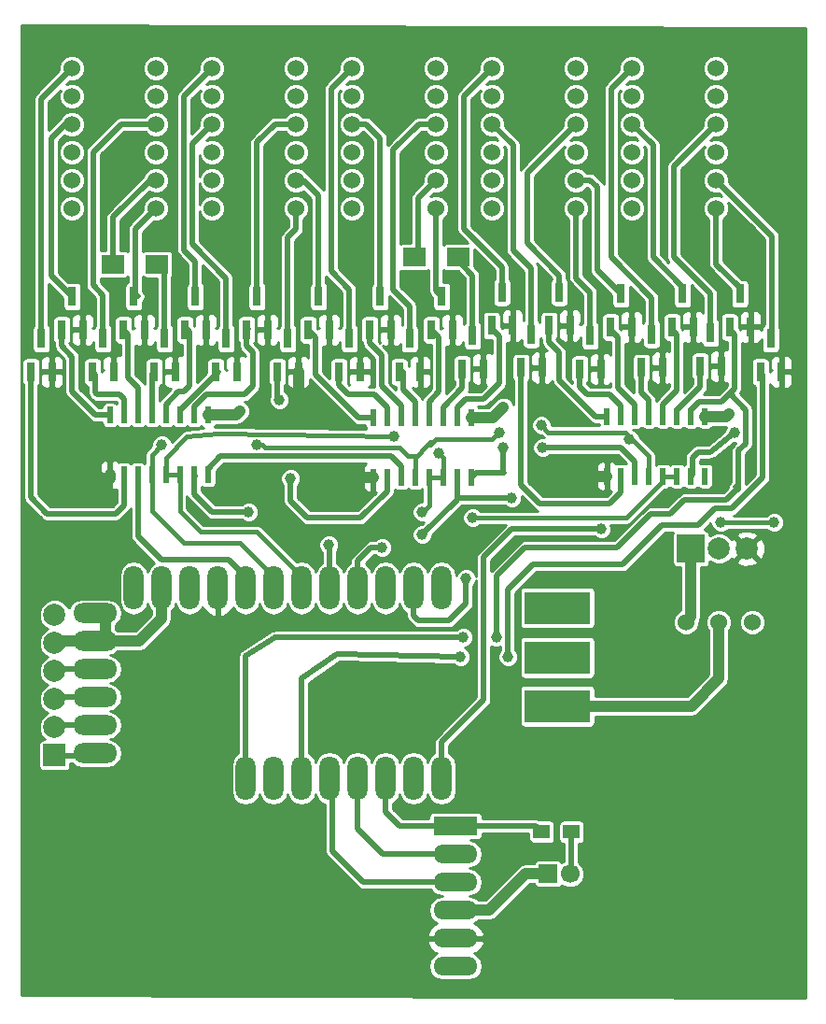
<source format=gbr>
G04 #@! TF.FileFunction,Copper,L1,Top,Signal*
%FSLAX46Y46*%
G04 Gerber Fmt 4.6, Leading zero omitted, Abs format (unit mm)*
G04 Created by KiCad (PCBNEW 4.0.2+dfsg1-stable) date Pi  3. máj 2019, 19:30:47 CEST*
%MOMM*%
G01*
G04 APERTURE LIST*
%ADD10C,0.100000*%
%ADD11C,1.524000*%
%ADD12R,2.500000X2.500000*%
%ADD13C,2.000000*%
%ADD14R,0.800100X1.800860*%
%ADD15R,1.500000X1.300000*%
%ADD16R,1.700000X1.700000*%
%ADD17C,1.700000*%
%ADD18R,2.000000X2.000000*%
%ADD19R,0.600000X1.500000*%
%ADD20R,2.000000X1.700000*%
%ADD21O,1.800000X4.000000*%
%ADD22O,4.000000X1.800000*%
%ADD23R,4.000000X1.700000*%
%ADD24O,4.000000X1.700000*%
%ADD25R,6.000000X3.000000*%
%ADD26C,1.000000*%
%ADD27C,1.000000*%
%ADD28C,0.500000*%
%ADD29C,0.400000*%
%ADD30C,0.254000*%
G04 APERTURE END LIST*
D10*
D11*
X183594000Y-106712000D03*
X180594000Y-106712000D03*
X177594000Y-106712000D03*
D12*
X178054000Y-100076000D03*
D13*
X180594000Y-100076000D03*
X183134000Y-100076000D03*
D11*
X134620000Y-56515000D03*
X134620000Y-59055000D03*
X134620000Y-61595000D03*
X134620000Y-64135000D03*
X134620000Y-66675000D03*
X134620000Y-69215000D03*
X142240000Y-69215000D03*
X142240000Y-66675000D03*
X142240000Y-64135000D03*
X142240000Y-61595000D03*
X142240000Y-59055000D03*
X142240000Y-56515000D03*
X121920000Y-56515000D03*
X121920000Y-59055000D03*
X121920000Y-61595000D03*
X121920000Y-64135000D03*
X121920000Y-66675000D03*
X121920000Y-69215000D03*
X129540000Y-69215000D03*
X129540000Y-66675000D03*
X129540000Y-64135000D03*
X129540000Y-61595000D03*
X129540000Y-59055000D03*
X129540000Y-56515000D03*
D14*
X176342000Y-79987140D03*
X178242000Y-79987140D03*
X177292000Y-76984860D03*
X165166000Y-79860140D03*
X167066000Y-79860140D03*
X166116000Y-76857860D03*
X157292000Y-83797140D03*
X159192000Y-83797140D03*
X158242000Y-80794860D03*
D15*
X164512000Y-125730000D03*
X167212000Y-125730000D03*
D16*
X165100000Y-129540000D03*
D17*
X167100000Y-129540000D03*
D18*
X120318000Y-118788000D03*
D13*
X120318000Y-116248000D03*
X120318000Y-113708000D03*
X120318000Y-111168000D03*
X120318000Y-108628000D03*
X120318000Y-106088000D03*
D19*
X170434000Y-93505000D03*
X171704000Y-93505000D03*
X172974000Y-93505000D03*
X174244000Y-93505000D03*
X175514000Y-93505000D03*
X176784000Y-93505000D03*
X178054000Y-93505000D03*
X179324000Y-93505000D03*
X179324000Y-88105000D03*
X178054000Y-88105000D03*
X176784000Y-88105000D03*
X175514000Y-88105000D03*
X174244000Y-88105000D03*
X172974000Y-88105000D03*
X171704000Y-88105000D03*
X170434000Y-88105000D03*
X149225000Y-93632000D03*
X150495000Y-93632000D03*
X151765000Y-93632000D03*
X153035000Y-93632000D03*
X154305000Y-93632000D03*
X155575000Y-93632000D03*
X156845000Y-93632000D03*
X158115000Y-93632000D03*
X158115000Y-88232000D03*
X156845000Y-88232000D03*
X155575000Y-88232000D03*
X154305000Y-88232000D03*
X153035000Y-88232000D03*
X151765000Y-88232000D03*
X150495000Y-88232000D03*
X149225000Y-88232000D03*
X125349000Y-93378000D03*
X126619000Y-93378000D03*
X127889000Y-93378000D03*
X129159000Y-93378000D03*
X130429000Y-93378000D03*
X131699000Y-93378000D03*
X132969000Y-93378000D03*
X134239000Y-93378000D03*
X134239000Y-87978000D03*
X132969000Y-87978000D03*
X131699000Y-87978000D03*
X130429000Y-87978000D03*
X129159000Y-87978000D03*
X127889000Y-87978000D03*
X126619000Y-87978000D03*
X125349000Y-87978000D03*
D14*
X184343000Y-84051140D03*
X186243000Y-84051140D03*
X185293000Y-81048860D03*
X118176000Y-84051140D03*
X120076000Y-84051140D03*
X119126000Y-81048860D03*
X181549000Y-79987140D03*
X183449000Y-79987140D03*
X182499000Y-76984860D03*
X178882000Y-83543140D03*
X180782000Y-83543140D03*
X179832000Y-80540860D03*
X162626000Y-83670140D03*
X164526000Y-83670140D03*
X163576000Y-80667860D03*
X154498000Y-80241140D03*
X156398000Y-80241140D03*
X155448000Y-77238860D03*
X151577000Y-84051140D03*
X153477000Y-84051140D03*
X152527000Y-81048860D03*
X148910000Y-80241140D03*
X150810000Y-80241140D03*
X149860000Y-77238860D03*
X146116000Y-84051140D03*
X148016000Y-84051140D03*
X147066000Y-81048860D03*
X143322000Y-80241140D03*
X145222000Y-80241140D03*
X144272000Y-77238860D03*
X140528000Y-84051140D03*
X142428000Y-84051140D03*
X141478000Y-81048860D03*
X137734000Y-80241140D03*
X139634000Y-80241140D03*
X138684000Y-77238860D03*
X134940000Y-84051140D03*
X136840000Y-84051140D03*
X135890000Y-81048860D03*
X129352000Y-84051140D03*
X131252000Y-84051140D03*
X130302000Y-81048860D03*
X126558000Y-80241140D03*
X128458000Y-80241140D03*
X127508000Y-77238860D03*
X123764000Y-84051140D03*
X125664000Y-84051140D03*
X124714000Y-81048860D03*
X120970000Y-80241140D03*
X122870000Y-80241140D03*
X121920000Y-77238860D03*
X132146000Y-80241140D03*
X134046000Y-80241140D03*
X133096000Y-77238860D03*
X173548000Y-83670140D03*
X175448000Y-83670140D03*
X174498000Y-80667860D03*
X170754000Y-79987140D03*
X172654000Y-79987140D03*
X171704000Y-76984860D03*
D11*
X172720000Y-56515000D03*
X172720000Y-59055000D03*
X172720000Y-61595000D03*
X172720000Y-64135000D03*
X172720000Y-66675000D03*
X172720000Y-69215000D03*
X180340000Y-69215000D03*
X180340000Y-66675000D03*
X180340000Y-64135000D03*
X180340000Y-61595000D03*
X180340000Y-59055000D03*
X180340000Y-56515000D03*
X147320000Y-56515000D03*
X147320000Y-59055000D03*
X147320000Y-61595000D03*
X147320000Y-64135000D03*
X147320000Y-66675000D03*
X147320000Y-69215000D03*
X154940000Y-69215000D03*
X154940000Y-66675000D03*
X154940000Y-64135000D03*
X154940000Y-61595000D03*
X154940000Y-59055000D03*
X154940000Y-56515000D03*
X160020000Y-56515000D03*
X160020000Y-59055000D03*
X160020000Y-61595000D03*
X160020000Y-64135000D03*
X160020000Y-66675000D03*
X160020000Y-69215000D03*
X167640000Y-69215000D03*
X167640000Y-66675000D03*
X167640000Y-64135000D03*
X167640000Y-61595000D03*
X167640000Y-59055000D03*
X167640000Y-56515000D03*
D14*
X159959000Y-79860140D03*
X161859000Y-79860140D03*
X160909000Y-76857860D03*
X167960000Y-83797140D03*
X169860000Y-83797140D03*
X168910000Y-80794860D03*
D20*
X152940000Y-73660000D03*
X156940000Y-73660000D03*
X125635000Y-74295000D03*
X129635000Y-74295000D03*
D21*
X137668000Y-120888000D03*
X140208000Y-120888000D03*
X142748000Y-120888000D03*
X145288000Y-120888000D03*
X147828000Y-120888000D03*
X150368000Y-120888000D03*
X152908000Y-120888000D03*
X155448000Y-120888000D03*
X155448000Y-103648000D03*
X152908000Y-103648000D03*
X150368000Y-103648000D03*
X147828000Y-103648000D03*
X145288000Y-103648000D03*
X142748000Y-103648000D03*
X140208000Y-103648000D03*
X137668000Y-103648000D03*
X135128000Y-103648000D03*
X132588000Y-103648000D03*
X130048000Y-103648000D03*
X127508000Y-103648000D03*
D22*
X123968000Y-105918000D03*
X123968000Y-108458000D03*
X123968000Y-110998000D03*
X123968000Y-113538000D03*
X123968000Y-116078000D03*
X123968000Y-118618000D03*
D23*
X156702000Y-125222000D03*
D24*
X156702000Y-127762000D03*
X156702000Y-130302000D03*
X156702000Y-132842000D03*
X156702000Y-135382000D03*
X156702000Y-137922000D03*
D25*
X165936000Y-105438000D03*
X165936000Y-109938000D03*
X165936000Y-114338000D03*
D26*
X181278000Y-91864000D03*
X176706000Y-90594000D03*
X143686000Y-87038000D03*
X144194000Y-93642000D03*
X164514000Y-93388000D03*
X123825000Y-95250000D03*
X137160000Y-87630000D03*
X181483000Y-87884000D03*
X161036000Y-87249000D03*
X185596000Y-97706000D03*
X180770000Y-97706000D03*
X160450000Y-108120000D03*
X157402000Y-108120000D03*
X141732000Y-93726000D03*
X140716000Y-86614000D03*
X138684000Y-90678000D03*
X130048000Y-90678000D03*
X172466000Y-90170000D03*
X164465000Y-88900000D03*
X160655000Y-89535000D03*
X153670000Y-98806000D03*
X137922000Y-96774000D03*
X145210000Y-99738000D03*
X161798000Y-95504000D03*
X182040000Y-89578000D03*
X153670000Y-96774000D03*
X158242000Y-97282000D03*
X151130000Y-89916000D03*
X155194000Y-91440000D03*
X169926000Y-98298000D03*
X157656000Y-102786000D03*
X150036000Y-99992000D03*
X161466000Y-109898000D03*
X157148000Y-109898000D03*
X161036000Y-90932000D03*
X164592000Y-90932000D03*
D27*
X149225000Y-93632000D02*
X144712000Y-93632000D01*
X142428000Y-85780000D02*
X143686000Y-87038000D01*
X144194000Y-93642000D02*
X144702000Y-93642000D01*
X142428000Y-85780000D02*
X142428000Y-84051140D01*
X144712000Y-93632000D02*
X144702000Y-93642000D01*
X170434000Y-93505000D02*
X164631000Y-93505000D01*
X164631000Y-93505000D02*
X164514000Y-93388000D01*
X125349000Y-93378000D02*
X125349000Y-93726000D01*
X125349000Y-93726000D02*
X123825000Y-95250000D01*
D28*
X174498000Y-80667860D02*
X174498000Y-77343000D01*
X170815000Y-58420000D02*
X172720000Y-56515000D01*
X170815000Y-73660000D02*
X170815000Y-58420000D01*
X174498000Y-77343000D02*
X170815000Y-73660000D01*
X174244000Y-88105000D02*
X174244000Y-86614000D01*
X173548000Y-85918000D02*
X173548000Y-84051140D01*
X174244000Y-86614000D02*
X173548000Y-85918000D01*
X147066000Y-81048860D02*
X147066000Y-76581000D01*
X145415000Y-58420000D02*
X147320000Y-56515000D01*
X145415000Y-74930000D02*
X145415000Y-58420000D01*
X147066000Y-76581000D02*
X145415000Y-74930000D01*
X150495000Y-88232000D02*
X150495000Y-87249000D01*
X146116000Y-85283000D02*
X146116000Y-84051140D01*
X146939000Y-86106000D02*
X146116000Y-85283000D01*
X149352000Y-86106000D02*
X146939000Y-86106000D01*
X150495000Y-87249000D02*
X149352000Y-86106000D01*
X119126000Y-81048860D02*
X119126000Y-59309000D01*
X119126000Y-59309000D02*
X121920000Y-56515000D01*
X160909000Y-76857860D02*
X160909000Y-74549000D01*
X157480000Y-59055000D02*
X160020000Y-56515000D01*
X157480000Y-71120000D02*
X157480000Y-59055000D01*
X160909000Y-74549000D02*
X157480000Y-71120000D01*
X160655000Y-80810140D02*
X160086000Y-80241140D01*
X160655000Y-85090000D02*
X160655000Y-80810140D01*
X159258000Y-86487000D02*
X160655000Y-85090000D01*
X157607000Y-86487000D02*
X159258000Y-86487000D01*
X156845000Y-87249000D02*
X157607000Y-86487000D01*
X156845000Y-88232000D02*
X156845000Y-87249000D01*
D27*
X134239000Y-87978000D02*
X136812000Y-87978000D01*
X136812000Y-87978000D02*
X137160000Y-87630000D01*
X179324000Y-88105000D02*
X181262000Y-88105000D01*
X181262000Y-88105000D02*
X181483000Y-87884000D01*
X158115000Y-88232000D02*
X160053000Y-88232000D01*
X160053000Y-88232000D02*
X161036000Y-87249000D01*
X165100000Y-129540000D02*
X163068000Y-129540000D01*
X159766000Y-132842000D02*
X155702000Y-132842000D01*
X163068000Y-129540000D02*
X159766000Y-132842000D01*
X124968000Y-108458000D02*
X128016000Y-108458000D01*
X130048000Y-106426000D02*
X130048000Y-104648000D01*
X128016000Y-108458000D02*
X130048000Y-106426000D01*
X124968000Y-108458000D02*
X124968000Y-105918000D01*
X124968000Y-108458000D02*
X121158000Y-108458000D01*
X121158000Y-108458000D02*
X120904000Y-108712000D01*
D29*
X180770000Y-97706000D02*
X185596000Y-97706000D01*
D28*
X133096000Y-77238860D02*
X133096000Y-74041000D01*
X132080000Y-59055000D02*
X134620000Y-56515000D01*
X132080000Y-73025000D02*
X132080000Y-59055000D01*
X133096000Y-74041000D02*
X132080000Y-73025000D01*
X131572000Y-85852000D02*
X132080000Y-85852000D01*
X130429000Y-86995000D02*
X131572000Y-85852000D01*
X130429000Y-87978000D02*
X130429000Y-86995000D01*
X132588000Y-80429140D02*
X132146000Y-79987140D01*
X132588000Y-85344000D02*
X132588000Y-80429140D01*
X132080000Y-85852000D02*
X132588000Y-85344000D01*
X177292000Y-76984860D02*
X177292000Y-76327000D01*
X177292000Y-76327000D02*
X174625000Y-73660000D01*
X174625000Y-73660000D02*
X174625000Y-63500000D01*
X174625000Y-63500000D02*
X172720000Y-61595000D01*
X175514000Y-88105000D02*
X175514000Y-86995000D01*
X176784000Y-80683140D02*
X176342000Y-80241140D01*
X176784000Y-85725000D02*
X176784000Y-80683140D01*
X175514000Y-86995000D02*
X176784000Y-85725000D01*
X147320000Y-61595000D02*
X148590000Y-61595000D01*
X149860000Y-62865000D02*
X149860000Y-77238860D01*
X148590000Y-61595000D02*
X149860000Y-62865000D01*
X151765000Y-88232000D02*
X151765000Y-87122000D01*
X151765000Y-87122000D02*
X149987000Y-85344000D01*
X148910000Y-81473000D02*
X148910000Y-80241140D01*
X149987000Y-82550000D02*
X148910000Y-81473000D01*
X149987000Y-85344000D02*
X149987000Y-82550000D01*
X121920000Y-61595000D02*
X121285000Y-61595000D01*
X121285000Y-61595000D02*
X120015000Y-62865000D01*
X120015000Y-62865000D02*
X120015000Y-75333860D01*
X120015000Y-75333860D02*
X121920000Y-77238860D01*
X120970000Y-80241140D02*
X120970000Y-81727000D01*
X124046000Y-87978000D02*
X121920000Y-85852000D01*
X124046000Y-87978000D02*
X125349000Y-87978000D01*
X121920000Y-82677000D02*
X121920000Y-85852000D01*
X120970000Y-81727000D02*
X121920000Y-82677000D01*
X160020000Y-61595000D02*
X161925000Y-63500000D01*
X163576000Y-74676000D02*
X163576000Y-80667860D01*
X161925000Y-73025000D02*
X163576000Y-74676000D01*
X161925000Y-63500000D02*
X161925000Y-73025000D01*
X162626000Y-84051140D02*
X162626000Y-94300000D01*
X171704000Y-94996000D02*
X171704000Y-93505000D01*
X170688000Y-96012000D02*
X171704000Y-94996000D01*
X164338000Y-96012000D02*
X170688000Y-96012000D01*
X162626000Y-94300000D02*
X164338000Y-96012000D01*
X135890000Y-81048860D02*
X135890000Y-75565000D01*
X132780002Y-63434998D02*
X134620000Y-61595000D01*
X132780002Y-72455002D02*
X132780002Y-63434998D01*
X135890000Y-75565000D02*
X132780002Y-72455002D01*
X131699000Y-87978000D02*
X131699000Y-87503000D01*
X131699000Y-87503000D02*
X135150860Y-84051140D01*
X135150860Y-84051140D02*
X135194000Y-84051140D01*
X179832000Y-80540860D02*
X179832000Y-76962000D01*
X176530000Y-65405000D02*
X180340000Y-61595000D01*
X176530000Y-73660000D02*
X176530000Y-65405000D01*
X179832000Y-76962000D02*
X176530000Y-73660000D01*
X176784000Y-88105000D02*
X176784000Y-87503000D01*
X176784000Y-87503000D02*
X178882000Y-85405000D01*
X178882000Y-85405000D02*
X178882000Y-84051140D01*
X152527000Y-81048860D02*
X152527000Y-78099000D01*
X153381000Y-61595000D02*
X154940000Y-61595000D01*
X151052000Y-63924000D02*
X153381000Y-61595000D01*
X151052000Y-76624000D02*
X151052000Y-63924000D01*
X152527000Y-78099000D02*
X151052000Y-76624000D01*
X153035000Y-88232000D02*
X153035000Y-86741000D01*
X151958000Y-85664000D02*
X151958000Y-84051140D01*
X153035000Y-86741000D02*
X151958000Y-85664000D01*
X124714000Y-81048860D02*
X124714000Y-77089000D01*
X126365000Y-61595000D02*
X129540000Y-61595000D01*
X123825000Y-64135000D02*
X126365000Y-61595000D01*
X123825000Y-70485000D02*
X123825000Y-64135000D01*
X123825000Y-76200000D02*
X123825000Y-70485000D01*
X124714000Y-77089000D02*
X123825000Y-76200000D01*
X124018000Y-84305140D02*
X124018000Y-85918000D01*
X126619000Y-86487000D02*
X126238000Y-86106000D01*
X126238000Y-86106000D02*
X124206000Y-86106000D01*
X124206000Y-86106000D02*
X124018000Y-85918000D01*
X126619000Y-86487000D02*
X126619000Y-87978000D01*
X124018000Y-84305140D02*
X123764000Y-84051140D01*
X166116000Y-76857860D02*
X166116000Y-75311000D01*
X163195000Y-66040000D02*
X167640000Y-61595000D01*
X163195000Y-72390000D02*
X163195000Y-66040000D01*
X166116000Y-75311000D02*
X163195000Y-72390000D01*
X170434000Y-88105000D02*
X169385000Y-88105000D01*
X165166000Y-81346000D02*
X165166000Y-80241140D01*
X166116000Y-82296000D02*
X165166000Y-81346000D01*
X166116000Y-84836000D02*
X166116000Y-82296000D01*
X169385000Y-88105000D02*
X166116000Y-84836000D01*
X142240000Y-61595000D02*
X140335000Y-61595000D01*
X138684000Y-63246000D02*
X138684000Y-77238860D01*
X140335000Y-61595000D02*
X138684000Y-63246000D01*
X134085952Y-86106000D02*
X137541000Y-86106000D01*
X132969000Y-87978000D02*
X132969000Y-87222952D01*
X132969000Y-87222952D02*
X134085952Y-86106000D01*
X137734000Y-81727000D02*
X137734000Y-80241140D01*
X138303000Y-82296000D02*
X137734000Y-81727000D01*
X138303000Y-85344000D02*
X138303000Y-82296000D01*
X137541000Y-86106000D02*
X138303000Y-85344000D01*
X137922000Y-80175140D02*
X137734000Y-79987140D01*
X182499000Y-76984860D02*
X182499000Y-76454000D01*
X182499000Y-76454000D02*
X180340000Y-74295000D01*
X180340000Y-74295000D02*
X180340000Y-69215000D01*
X137668000Y-119888000D02*
X137668000Y-109820000D01*
X181278000Y-95674000D02*
X182372000Y-94580000D01*
X177468000Y-95674000D02*
X181278000Y-95674000D01*
X176198000Y-96944000D02*
X177468000Y-95674000D01*
X174420000Y-96944000D02*
X176198000Y-96944000D01*
X171372000Y-99992000D02*
X174420000Y-96944000D01*
X162990000Y-99992000D02*
X171372000Y-99992000D01*
X160450000Y-102532000D02*
X162990000Y-99992000D01*
X160450000Y-108120000D02*
X160450000Y-102532000D01*
X140384000Y-108120000D02*
X157402000Y-108120000D01*
X137668000Y-109820000D02*
X140384000Y-108120000D01*
X182372000Y-94742000D02*
X182372000Y-94580000D01*
X182372000Y-94580000D02*
X182372000Y-91186000D01*
X182372000Y-91186000D02*
X183007000Y-90551000D01*
X183007000Y-87503000D02*
X181546500Y-86042500D01*
X183007000Y-90551000D02*
X183007000Y-87503000D01*
X137668000Y-119888000D02*
X137668000Y-119634000D01*
X182372000Y-94742000D02*
X182372000Y-94742000D01*
X182372000Y-94742000D02*
X182118000Y-94488000D01*
X178054000Y-88105000D02*
X178054000Y-87503000D01*
X178054000Y-87503000D02*
X178816000Y-86741000D01*
X180848000Y-86741000D02*
X181546500Y-86042500D01*
X178816000Y-86741000D02*
X180848000Y-86741000D01*
X181546500Y-86042500D02*
X181991000Y-85598000D01*
X181991000Y-80683140D02*
X181549000Y-80241140D01*
X181991000Y-85598000D02*
X181991000Y-80683140D01*
X129540000Y-69215000D02*
X127635000Y-71120000D01*
X127635000Y-71120000D02*
X127635000Y-77111860D01*
X127635000Y-77111860D02*
X127508000Y-77238860D01*
X127508000Y-77238860D02*
X127866140Y-77238860D01*
X127000000Y-84582000D02*
X127000000Y-80683140D01*
X127000000Y-80683140D02*
X126558000Y-80241140D01*
X127889000Y-87978000D02*
X127889000Y-85471000D01*
X127889000Y-85471000D02*
X127000000Y-84582000D01*
X154940000Y-76730860D02*
X155448000Y-77238860D01*
X154940000Y-69215000D02*
X154940000Y-76730860D01*
X154305000Y-88232000D02*
X154305000Y-86741000D01*
X154305000Y-86741000D02*
X155194000Y-85852000D01*
X155194000Y-80937140D02*
X154498000Y-80241140D01*
X155194000Y-85852000D02*
X155194000Y-80937140D01*
X167640000Y-69215000D02*
X167640000Y-75565000D01*
X168910000Y-76835000D02*
X168910000Y-80794860D01*
X167640000Y-75565000D02*
X168910000Y-76835000D01*
X171704000Y-88105000D02*
X171704000Y-87122000D01*
X167960000Y-85410000D02*
X167960000Y-84051140D01*
X168656000Y-86106000D02*
X167960000Y-85410000D01*
X170688000Y-86106000D02*
X168656000Y-86106000D01*
X171704000Y-87122000D02*
X170688000Y-86106000D01*
X142240000Y-69215000D02*
X142240000Y-71120000D01*
X141478000Y-71882000D02*
X141478000Y-81048860D01*
X142240000Y-71120000D02*
X141478000Y-71882000D01*
X150495000Y-94869000D02*
X148082000Y-97282000D01*
X148082000Y-97282000D02*
X143256000Y-97282000D01*
X143256000Y-97282000D02*
X141732000Y-95758000D01*
X141732000Y-95758000D02*
X141732000Y-93726000D01*
X150495000Y-93632000D02*
X150495000Y-94869000D01*
X140528000Y-86426000D02*
X140528000Y-84051140D01*
X140716000Y-86614000D02*
X140528000Y-86426000D01*
X130302000Y-81048860D02*
X130302000Y-74962000D01*
X130302000Y-74962000D02*
X129635000Y-74295000D01*
X129159000Y-87978000D02*
X129159000Y-84244140D01*
X129159000Y-84244140D02*
X129352000Y-84051140D01*
X158242000Y-80794860D02*
X158242000Y-75311000D01*
X158242000Y-75311000D02*
X156591000Y-73660000D01*
X155575000Y-88232000D02*
X155575000Y-87249000D01*
X157292000Y-85532000D02*
X157292000Y-84051140D01*
X155575000Y-87249000D02*
X157292000Y-85532000D01*
X167640000Y-66675000D02*
X168910000Y-66675000D01*
X169545000Y-74825860D02*
X171704000Y-76984860D01*
X169545000Y-67310000D02*
X169545000Y-74825860D01*
X168910000Y-66675000D02*
X169545000Y-67310000D01*
X171450000Y-80937140D02*
X170754000Y-80241140D01*
X171450000Y-85471000D02*
X171450000Y-80937140D01*
X172974000Y-86995000D02*
X171450000Y-85471000D01*
X172974000Y-88105000D02*
X172974000Y-86995000D01*
X142240000Y-66675000D02*
X142875000Y-66675000D01*
X142875000Y-66675000D02*
X144272000Y-68072000D01*
X144272000Y-68072000D02*
X144272000Y-77238860D01*
X149225000Y-88232000D02*
X147922000Y-88232000D01*
X144018000Y-80937140D02*
X143322000Y-80241140D01*
X144018000Y-84328000D02*
X144018000Y-80937140D01*
X147922000Y-88232000D02*
X144018000Y-84328000D01*
X143637000Y-80556140D02*
X143322000Y-80241140D01*
X155702000Y-130302000D02*
X148336000Y-130302000D01*
X145542000Y-127508000D02*
X145542000Y-120142000D01*
X148336000Y-130302000D02*
X145542000Y-127508000D01*
X145542000Y-120142000D02*
X145288000Y-119888000D01*
X155702000Y-127762000D02*
X150114000Y-127762000D01*
X147828000Y-125476000D02*
X147828000Y-119888000D01*
X150114000Y-127762000D02*
X147828000Y-125476000D01*
D29*
X152400000Y-91694000D02*
X151638000Y-90932000D01*
X151638000Y-90932000D02*
X139446000Y-90932000D01*
X139446000Y-90932000D02*
X139192000Y-90678000D01*
X139192000Y-90678000D02*
X138684000Y-90678000D01*
X130048000Y-90678000D02*
X129159000Y-91567000D01*
X129159000Y-93378000D02*
X129159000Y-91567000D01*
X152400000Y-91694000D02*
X153035000Y-91694000D01*
X172466000Y-90170000D02*
X172593000Y-90043000D01*
X172593000Y-90043000D02*
X172466000Y-90170000D01*
X172466000Y-90170000D02*
X172466000Y-89916000D01*
X140208000Y-104648000D02*
X140208000Y-102616000D01*
X140208000Y-102616000D02*
X137160000Y-99568000D01*
X137160000Y-99568000D02*
X132080000Y-99568000D01*
X132080000Y-99568000D02*
X129159000Y-96647000D01*
X129159000Y-96647000D02*
X129159000Y-93378000D01*
X154178000Y-90678000D02*
X154432000Y-90678000D01*
X174244000Y-91694000D02*
X174244000Y-93505000D01*
X172085000Y-89535000D02*
X172466000Y-89916000D01*
X172466000Y-89916000D02*
X174244000Y-91694000D01*
X165100000Y-89535000D02*
X172085000Y-89535000D01*
X164465000Y-88900000D02*
X165100000Y-89535000D01*
X160020000Y-90170000D02*
X160655000Y-89535000D01*
X154940000Y-90170000D02*
X160020000Y-90170000D01*
X154432000Y-90678000D02*
X154940000Y-90170000D01*
X153035000Y-91821000D02*
X153035000Y-91694000D01*
X154178000Y-90678000D02*
X153035000Y-91821000D01*
X153035000Y-91694000D02*
X153035000Y-91948000D01*
X153035000Y-91948000D02*
X153035000Y-93632000D01*
X154432000Y-90424000D02*
X154178000Y-90678000D01*
X140208000Y-104648000D02*
X140208000Y-104140000D01*
D28*
X126619000Y-93378000D02*
X126619000Y-96139000D01*
X118176000Y-92395000D02*
X118176000Y-84051140D01*
X118176000Y-95443000D02*
X118176000Y-92395000D01*
X119634000Y-96901000D02*
X118176000Y-95443000D01*
X125857000Y-96901000D02*
X119634000Y-96901000D01*
X126619000Y-96139000D02*
X125857000Y-96901000D01*
X126619000Y-93378000D02*
X126619000Y-94869000D01*
X153670000Y-98806000D02*
X156845000Y-95631000D01*
X156845000Y-95631000D02*
X156845000Y-95504000D01*
X145288000Y-104648000D02*
X145288000Y-99816000D01*
X137922000Y-96774000D02*
X134620000Y-96774000D01*
X134620000Y-96774000D02*
X132969000Y-95123000D01*
X132969000Y-95123000D02*
X132969000Y-93378000D01*
X145288000Y-99816000D02*
X145210000Y-99738000D01*
X156845000Y-95504000D02*
X161798000Y-95504000D01*
X145288000Y-102870000D02*
X145796000Y-102870000D01*
X156845000Y-95504000D02*
X156845000Y-94996000D01*
X156845000Y-94996000D02*
X156845000Y-93632000D01*
X145288000Y-104648000D02*
X145288000Y-102870000D01*
X133096000Y-93505000D02*
X132969000Y-93378000D01*
X178689000Y-91313000D02*
X178181000Y-91821000D01*
X178181000Y-91821000D02*
X178181000Y-93378000D01*
X179832000Y-91313000D02*
X178689000Y-91313000D01*
X182040000Y-89578000D02*
X179832000Y-91313000D01*
X178181000Y-93378000D02*
X178054000Y-93505000D01*
X137668000Y-104648000D02*
X137668000Y-102616000D01*
X127889000Y-98933000D02*
X127889000Y-93378000D01*
X130048000Y-101092000D02*
X127889000Y-98933000D01*
X136144000Y-101092000D02*
X130048000Y-101092000D01*
X137668000Y-102616000D02*
X136144000Y-101092000D01*
X137668000Y-104648000D02*
X137668000Y-104140000D01*
D29*
X175514000Y-93505000D02*
X175514000Y-93980000D01*
X175514000Y-93980000D02*
X172212000Y-97282000D01*
X154305000Y-96139000D02*
X154305000Y-93632000D01*
X153670000Y-96774000D02*
X154305000Y-96139000D01*
X158750000Y-97282000D02*
X158242000Y-97282000D01*
X172212000Y-97282000D02*
X158750000Y-97282000D01*
X155575000Y-93632000D02*
X155575000Y-91821000D01*
X130429000Y-91821000D02*
X130429000Y-93378000D01*
X132334000Y-89916000D02*
X130429000Y-91821000D01*
X135128000Y-89662000D02*
X132334000Y-89916000D01*
X151130000Y-89916000D02*
X135128000Y-89662000D01*
X155575000Y-91821000D02*
X155194000Y-91440000D01*
X142748000Y-104648000D02*
X142748000Y-102616000D01*
X131699000Y-96647000D02*
X131699000Y-93378000D01*
X133604000Y-98552000D02*
X131699000Y-96647000D01*
X138684000Y-98552000D02*
X133604000Y-98552000D01*
X142748000Y-102616000D02*
X138684000Y-98552000D01*
X130429000Y-93378000D02*
X131699000Y-93378000D01*
X154305000Y-93632000D02*
X155575000Y-93632000D01*
X175514000Y-93505000D02*
X176784000Y-93505000D01*
D28*
X155448000Y-119888000D02*
X155448000Y-117602000D01*
X161798000Y-98298000D02*
X169926000Y-98298000D01*
X159258000Y-100838000D02*
X161798000Y-98298000D01*
X159258000Y-113792000D02*
X159258000Y-100838000D01*
X155448000Y-117602000D02*
X159258000Y-113792000D01*
X152908000Y-104648000D02*
X152908000Y-106166000D01*
X157656000Y-105072000D02*
X157656000Y-102786000D01*
X156132000Y-106596000D02*
X157656000Y-105072000D01*
X153338000Y-106596000D02*
X156132000Y-106596000D01*
X152908000Y-106166000D02*
X153338000Y-106596000D01*
X152908000Y-103378000D02*
X152908000Y-104648000D01*
X147828000Y-104648000D02*
X147828000Y-101184000D01*
X149020000Y-99992000D02*
X150036000Y-99992000D01*
X147828000Y-101184000D02*
X149020000Y-99992000D01*
X147828000Y-104648000D02*
X147828000Y-103632000D01*
X155702000Y-125222000D02*
X151638000Y-125222000D01*
X150368000Y-123952000D02*
X150368000Y-119888000D01*
X151638000Y-125222000D02*
X150368000Y-123952000D01*
X155702000Y-125222000D02*
X164004000Y-125222000D01*
X164004000Y-125222000D02*
X164512000Y-125730000D01*
X125635000Y-74295000D02*
X125635000Y-70037000D01*
X125635000Y-70037000D02*
X128997000Y-66675000D01*
X128997000Y-66675000D02*
X129540000Y-66675000D01*
X153289000Y-73660000D02*
X153289000Y-68326000D01*
X153289000Y-68326000D02*
X154940000Y-66675000D01*
X142748000Y-119888000D02*
X142748000Y-111852000D01*
X184580000Y-93642000D02*
X184580000Y-84288140D01*
X181786000Y-96436000D02*
X184580000Y-93642000D01*
X180262000Y-96436000D02*
X181786000Y-96436000D01*
X178738000Y-97960000D02*
X180262000Y-96436000D01*
X175436000Y-97960000D02*
X178738000Y-97960000D01*
X171880000Y-101516000D02*
X175436000Y-97960000D01*
X163752000Y-101516000D02*
X171880000Y-101516000D01*
X161466000Y-103802000D02*
X163752000Y-101516000D01*
X161466000Y-107866000D02*
X161466000Y-103802000D01*
X161466000Y-109898000D02*
X161466000Y-107866000D01*
X145972000Y-109644000D02*
X157148000Y-109898000D01*
X142748000Y-111852000D02*
X145972000Y-109644000D01*
X184580000Y-84288140D02*
X184343000Y-84051140D01*
X145288000Y-91694000D02*
X150876000Y-91694000D01*
X135382000Y-91694000D02*
X145288000Y-91694000D01*
X134239000Y-92837000D02*
X135382000Y-91694000D01*
X151765000Y-92583000D02*
X151765000Y-93632000D01*
X150876000Y-91694000D02*
X151765000Y-92583000D01*
X134239000Y-93378000D02*
X134239000Y-92837000D01*
X172974000Y-93505000D02*
X172974000Y-92202000D01*
X161036000Y-93218000D02*
X161036000Y-92964000D01*
X161036000Y-90932000D02*
X161036000Y-93218000D01*
X171704000Y-90932000D02*
X164592000Y-90932000D01*
X172974000Y-92202000D02*
X171704000Y-90932000D01*
X161110000Y-93218000D02*
X158529000Y-93218000D01*
X158529000Y-93218000D02*
X158115000Y-93632000D01*
X180340000Y-66675000D02*
X184150000Y-70485000D01*
X185420000Y-71755000D02*
X185420000Y-80921860D01*
X184150000Y-70485000D02*
X185420000Y-71755000D01*
X185420000Y-80921860D02*
X185293000Y-81048860D01*
X124968000Y-113538000D02*
X121158000Y-113538000D01*
X121158000Y-113538000D02*
X120904000Y-113792000D01*
X124968000Y-116078000D02*
X121158000Y-116078000D01*
X121158000Y-116078000D02*
X120904000Y-116332000D01*
X120904000Y-118872000D02*
X124714000Y-118872000D01*
X124714000Y-118872000D02*
X124968000Y-118618000D01*
X167212000Y-125730000D02*
X167212000Y-129428000D01*
X167212000Y-129428000D02*
X167100000Y-129540000D01*
D27*
X178054000Y-100076000D02*
X178054000Y-106252000D01*
X178054000Y-106252000D02*
X177594000Y-106712000D01*
X177594000Y-100536000D02*
X178054000Y-100076000D01*
X165936000Y-114338000D02*
X178108000Y-114338000D01*
X180594000Y-111852000D02*
X180594000Y-106712000D01*
X178108000Y-114338000D02*
X180594000Y-111852000D01*
D28*
X124968000Y-110998000D02*
X121158000Y-110998000D01*
X121158000Y-110998000D02*
X120904000Y-111252000D01*
D30*
G36*
X187258500Y-52933599D02*
X187258960Y-52933600D01*
X188401960Y-52933600D01*
X188401960Y-140817147D01*
X117281960Y-140564051D01*
X117281960Y-135738890D01*
X154110524Y-135738890D01*
X154131438Y-135832952D01*
X154412144Y-136342251D01*
X154866382Y-136705360D01*
X155009103Y-136746657D01*
X154601477Y-137019025D01*
X154324658Y-137433313D01*
X154227452Y-137922000D01*
X154324658Y-138410687D01*
X154601477Y-138824975D01*
X155015765Y-139101794D01*
X155504452Y-139199000D01*
X157899548Y-139199000D01*
X158388235Y-139101794D01*
X158802523Y-138824975D01*
X159079342Y-138410687D01*
X159176548Y-137922000D01*
X159079342Y-137433313D01*
X158802523Y-137019025D01*
X158394897Y-136746657D01*
X158537618Y-136705360D01*
X158991856Y-136342251D01*
X159272562Y-135832952D01*
X159293476Y-135738890D01*
X159172155Y-135509000D01*
X156829000Y-135509000D01*
X156829000Y-135529000D01*
X156575000Y-135529000D01*
X156575000Y-135509000D01*
X154231845Y-135509000D01*
X154110524Y-135738890D01*
X117281960Y-135738890D01*
X117281960Y-83150710D01*
X117340585Y-83150710D01*
X117340585Y-84951570D01*
X117370359Y-85109807D01*
X117463877Y-85255137D01*
X117499000Y-85279135D01*
X117499000Y-95443000D01*
X117550534Y-95702077D01*
X117623003Y-95810534D01*
X117697289Y-95921711D01*
X119155288Y-97379711D01*
X119219643Y-97422711D01*
X119374923Y-97526466D01*
X119634000Y-97578000D01*
X125857000Y-97578000D01*
X126116077Y-97526466D01*
X126335711Y-97379711D01*
X127097711Y-96617711D01*
X127212000Y-96446666D01*
X127212000Y-98933000D01*
X127263534Y-99192077D01*
X127354393Y-99328057D01*
X127410289Y-99411711D01*
X129380042Y-101381464D01*
X129109669Y-101562121D01*
X128822012Y-101992631D01*
X128778000Y-102213894D01*
X128733988Y-101992631D01*
X128446331Y-101562121D01*
X128015821Y-101274464D01*
X127508000Y-101173452D01*
X127000179Y-101274464D01*
X126569669Y-101562121D01*
X126282012Y-101992631D01*
X126181000Y-102500452D01*
X126181000Y-104795548D01*
X126282012Y-105303369D01*
X126569669Y-105733879D01*
X127000179Y-106021536D01*
X127508000Y-106122548D01*
X128015821Y-106021536D01*
X128446331Y-105733879D01*
X128733988Y-105303369D01*
X128778000Y-105082106D01*
X128822012Y-105303369D01*
X129109669Y-105733879D01*
X129121000Y-105741450D01*
X129121000Y-106042024D01*
X127632024Y-107531000D01*
X126061450Y-107531000D01*
X126053879Y-107519669D01*
X125895000Y-107413510D01*
X125895000Y-106962490D01*
X126053879Y-106856331D01*
X126341536Y-106425821D01*
X126442548Y-105918000D01*
X126341536Y-105410179D01*
X126053879Y-104979669D01*
X125623369Y-104692012D01*
X125115548Y-104591000D01*
X122820452Y-104591000D01*
X122312631Y-104692012D01*
X121882121Y-104979669D01*
X121594464Y-105410179D01*
X121590396Y-105430629D01*
X121528457Y-105280725D01*
X121127386Y-104878953D01*
X120603093Y-104661248D01*
X120035397Y-104660752D01*
X119510725Y-104877543D01*
X119108953Y-105278614D01*
X118891248Y-105802907D01*
X118890752Y-106370603D01*
X119107543Y-106895275D01*
X119508614Y-107297047D01*
X119655118Y-107357881D01*
X119510725Y-107417543D01*
X119108953Y-107818614D01*
X118891248Y-108342907D01*
X118890752Y-108910603D01*
X119107543Y-109435275D01*
X119508614Y-109837047D01*
X119655118Y-109897881D01*
X119510725Y-109957543D01*
X119108953Y-110358614D01*
X118891248Y-110882907D01*
X118890752Y-111450603D01*
X119107543Y-111975275D01*
X119508614Y-112377047D01*
X119655118Y-112437881D01*
X119510725Y-112497543D01*
X119108953Y-112898614D01*
X118891248Y-113422907D01*
X118890752Y-113990603D01*
X119107543Y-114515275D01*
X119508614Y-114917047D01*
X119655118Y-114977881D01*
X119510725Y-115037543D01*
X119108953Y-115438614D01*
X118891248Y-115962907D01*
X118890752Y-116530603D01*
X119107543Y-117055275D01*
X119404384Y-117352635D01*
X119318000Y-117352635D01*
X119159763Y-117382409D01*
X119014433Y-117475927D01*
X118916936Y-117618619D01*
X118882635Y-117788000D01*
X118882635Y-119788000D01*
X118912409Y-119946237D01*
X119005927Y-120091567D01*
X119148619Y-120189064D01*
X119318000Y-120223365D01*
X121318000Y-120223365D01*
X121476237Y-120193591D01*
X121621567Y-120100073D01*
X121719064Y-119957381D01*
X121753365Y-119788000D01*
X121753365Y-119549000D01*
X121877223Y-119549000D01*
X121882121Y-119556331D01*
X122312631Y-119843988D01*
X122820452Y-119945000D01*
X125115548Y-119945000D01*
X125623369Y-119843988D01*
X126053879Y-119556331D01*
X126341536Y-119125821D01*
X126442548Y-118618000D01*
X126341536Y-118110179D01*
X126053879Y-117679669D01*
X125623369Y-117392012D01*
X125402106Y-117348000D01*
X125623369Y-117303988D01*
X126053879Y-117016331D01*
X126341536Y-116585821D01*
X126442548Y-116078000D01*
X126341536Y-115570179D01*
X126053879Y-115139669D01*
X125623369Y-114852012D01*
X125402106Y-114808000D01*
X125623369Y-114763988D01*
X126053879Y-114476331D01*
X126341536Y-114045821D01*
X126442548Y-113538000D01*
X126341536Y-113030179D01*
X126053879Y-112599669D01*
X125623369Y-112312012D01*
X125402106Y-112268000D01*
X125623369Y-112223988D01*
X126053879Y-111936331D01*
X126341536Y-111505821D01*
X126442548Y-110998000D01*
X126341536Y-110490179D01*
X126053879Y-110059669D01*
X125623369Y-109772012D01*
X125402106Y-109728000D01*
X125623369Y-109683988D01*
X126053879Y-109396331D01*
X126061450Y-109385000D01*
X128016000Y-109385000D01*
X128370748Y-109314436D01*
X128671488Y-109113488D01*
X130703488Y-107081488D01*
X130791650Y-106949544D01*
X130904436Y-106780748D01*
X130975000Y-106426000D01*
X130975000Y-105741450D01*
X130986331Y-105733879D01*
X131273988Y-105303369D01*
X131318000Y-105082106D01*
X131362012Y-105303369D01*
X131649669Y-105733879D01*
X132080179Y-106021536D01*
X132588000Y-106122548D01*
X133095821Y-106021536D01*
X133526331Y-105733879D01*
X133745164Y-105406371D01*
X133758446Y-105452752D01*
X134132394Y-105923212D01*
X134657914Y-106214756D01*
X134763260Y-106239036D01*
X135001000Y-106118378D01*
X135001000Y-103775000D01*
X134981000Y-103775000D01*
X134981000Y-103521000D01*
X135001000Y-103521000D01*
X135001000Y-103501000D01*
X135255000Y-103501000D01*
X135255000Y-103521000D01*
X135275000Y-103521000D01*
X135275000Y-103775000D01*
X135255000Y-103775000D01*
X135255000Y-106118378D01*
X135492740Y-106239036D01*
X135598086Y-106214756D01*
X136123606Y-105923212D01*
X136497554Y-105452752D01*
X136510836Y-105406371D01*
X136729669Y-105733879D01*
X137160179Y-106021536D01*
X137668000Y-106122548D01*
X138175821Y-106021536D01*
X138606331Y-105733879D01*
X138893988Y-105303369D01*
X138938000Y-105082106D01*
X138982012Y-105303369D01*
X139269669Y-105733879D01*
X139700179Y-106021536D01*
X140208000Y-106122548D01*
X140715821Y-106021536D01*
X141146331Y-105733879D01*
X141433988Y-105303369D01*
X141478000Y-105082106D01*
X141522012Y-105303369D01*
X141809669Y-105733879D01*
X142240179Y-106021536D01*
X142748000Y-106122548D01*
X143255821Y-106021536D01*
X143686331Y-105733879D01*
X143973988Y-105303369D01*
X144018000Y-105082106D01*
X144062012Y-105303369D01*
X144349669Y-105733879D01*
X144780179Y-106021536D01*
X145288000Y-106122548D01*
X145795821Y-106021536D01*
X146226331Y-105733879D01*
X146513988Y-105303369D01*
X146558000Y-105082106D01*
X146602012Y-105303369D01*
X146889669Y-105733879D01*
X147320179Y-106021536D01*
X147828000Y-106122548D01*
X148335821Y-106021536D01*
X148766331Y-105733879D01*
X149053988Y-105303369D01*
X149098000Y-105082106D01*
X149142012Y-105303369D01*
X149429669Y-105733879D01*
X149860179Y-106021536D01*
X150368000Y-106122548D01*
X150875821Y-106021536D01*
X151306331Y-105733879D01*
X151593988Y-105303369D01*
X151638000Y-105082106D01*
X151682012Y-105303369D01*
X151969669Y-105733879D01*
X152231000Y-105908494D01*
X152231000Y-106166000D01*
X152282534Y-106425077D01*
X152316915Y-106476531D01*
X152429289Y-106644711D01*
X152859289Y-107074711D01*
X153078923Y-107221466D01*
X153338000Y-107273000D01*
X156132000Y-107273000D01*
X156391077Y-107221466D01*
X156610711Y-107074711D01*
X158134711Y-105550712D01*
X158208089Y-105440894D01*
X158281466Y-105331077D01*
X158333000Y-105072000D01*
X158333000Y-103420014D01*
X158441414Y-103311789D01*
X158581000Y-102975630D01*
X158581000Y-113511577D01*
X154969289Y-117123289D01*
X154822534Y-117342923D01*
X154771000Y-117602000D01*
X154771000Y-118627506D01*
X154509669Y-118802121D01*
X154222012Y-119232631D01*
X154178000Y-119453894D01*
X154133988Y-119232631D01*
X153846331Y-118802121D01*
X153415821Y-118514464D01*
X152908000Y-118413452D01*
X152400179Y-118514464D01*
X151969669Y-118802121D01*
X151682012Y-119232631D01*
X151638000Y-119453894D01*
X151593988Y-119232631D01*
X151306331Y-118802121D01*
X150875821Y-118514464D01*
X150368000Y-118413452D01*
X149860179Y-118514464D01*
X149429669Y-118802121D01*
X149142012Y-119232631D01*
X149098000Y-119453894D01*
X149053988Y-119232631D01*
X148766331Y-118802121D01*
X148335821Y-118514464D01*
X147828000Y-118413452D01*
X147320179Y-118514464D01*
X146889669Y-118802121D01*
X146602012Y-119232631D01*
X146558000Y-119453894D01*
X146513988Y-119232631D01*
X146226331Y-118802121D01*
X145795821Y-118514464D01*
X145288000Y-118413452D01*
X144780179Y-118514464D01*
X144349669Y-118802121D01*
X144062012Y-119232631D01*
X144018000Y-119453894D01*
X143973988Y-119232631D01*
X143686331Y-118802121D01*
X143425000Y-118627506D01*
X143425000Y-112208897D01*
X146174625Y-110325780D01*
X156499446Y-110560435D01*
X156622211Y-110683414D01*
X156962799Y-110824839D01*
X157331583Y-110825161D01*
X157672417Y-110684331D01*
X157933414Y-110423789D01*
X158074839Y-110083201D01*
X158075161Y-109714417D01*
X157934331Y-109373583D01*
X157673789Y-109112586D01*
X157516083Y-109047100D01*
X157585583Y-109047161D01*
X157926417Y-108906331D01*
X158187414Y-108645789D01*
X158328839Y-108305201D01*
X158329161Y-107936417D01*
X158188331Y-107595583D01*
X157927789Y-107334586D01*
X157587201Y-107193161D01*
X157218417Y-107192839D01*
X156877583Y-107333669D01*
X156768061Y-107443000D01*
X140384000Y-107443000D01*
X140328409Y-107454058D01*
X140271759Y-107452370D01*
X140200104Y-107479580D01*
X140124923Y-107494534D01*
X140077797Y-107526023D01*
X140024811Y-107546143D01*
X137308811Y-109246143D01*
X137253021Y-109298705D01*
X137189289Y-109341289D01*
X137157801Y-109388415D01*
X137116547Y-109427281D01*
X137085119Y-109497191D01*
X137042534Y-109560923D01*
X137031476Y-109616513D01*
X137008237Y-109668207D01*
X137005954Y-109744822D01*
X136991000Y-109820000D01*
X136991000Y-118627506D01*
X136729669Y-118802121D01*
X136442012Y-119232631D01*
X136341000Y-119740452D01*
X136341000Y-122035548D01*
X136442012Y-122543369D01*
X136729669Y-122973879D01*
X137160179Y-123261536D01*
X137668000Y-123362548D01*
X138175821Y-123261536D01*
X138606331Y-122973879D01*
X138893988Y-122543369D01*
X138938000Y-122322106D01*
X138982012Y-122543369D01*
X139269669Y-122973879D01*
X139700179Y-123261536D01*
X140208000Y-123362548D01*
X140715821Y-123261536D01*
X141146331Y-122973879D01*
X141433988Y-122543369D01*
X141478000Y-122322106D01*
X141522012Y-122543369D01*
X141809669Y-122973879D01*
X142240179Y-123261536D01*
X142748000Y-123362548D01*
X143255821Y-123261536D01*
X143686331Y-122973879D01*
X143973988Y-122543369D01*
X144018000Y-122322106D01*
X144062012Y-122543369D01*
X144349669Y-122973879D01*
X144780179Y-123261536D01*
X144865000Y-123278408D01*
X144865000Y-127508000D01*
X144916534Y-127767077D01*
X145063289Y-127986711D01*
X147857289Y-130780712D01*
X148076924Y-130927467D01*
X148336000Y-130979000D01*
X154450485Y-130979000D01*
X154601477Y-131204975D01*
X155015765Y-131481794D01*
X155469261Y-131572000D01*
X155015765Y-131662206D01*
X154601477Y-131939025D01*
X154324658Y-132353313D01*
X154227452Y-132842000D01*
X154324658Y-133330687D01*
X154601477Y-133744975D01*
X155009103Y-134017343D01*
X154866382Y-134058640D01*
X154412144Y-134421749D01*
X154131438Y-134931048D01*
X154110524Y-135025110D01*
X154231845Y-135255000D01*
X156575000Y-135255000D01*
X156575000Y-135235000D01*
X156829000Y-135235000D01*
X156829000Y-135255000D01*
X159172155Y-135255000D01*
X159293476Y-135025110D01*
X159272562Y-134931048D01*
X158991856Y-134421749D01*
X158537618Y-134058640D01*
X158394897Y-134017343D01*
X158766567Y-133769000D01*
X159766000Y-133769000D01*
X160120748Y-133698436D01*
X160421488Y-133497488D01*
X163451976Y-130467000D01*
X163829123Y-130467000D01*
X163844409Y-130548237D01*
X163937927Y-130693567D01*
X164080619Y-130791064D01*
X164250000Y-130825365D01*
X165950000Y-130825365D01*
X166108237Y-130795591D01*
X166253567Y-130702073D01*
X166335689Y-130581883D01*
X166375693Y-130621957D01*
X166844875Y-130816778D01*
X167352897Y-130817221D01*
X167822417Y-130623219D01*
X168181957Y-130264307D01*
X168376778Y-129795125D01*
X168377221Y-129287103D01*
X168183219Y-128817583D01*
X167889000Y-128522849D01*
X167889000Y-126815365D01*
X167962000Y-126815365D01*
X168120237Y-126785591D01*
X168265567Y-126692073D01*
X168363064Y-126549381D01*
X168397365Y-126380000D01*
X168397365Y-125080000D01*
X168367591Y-124921763D01*
X168274073Y-124776433D01*
X168131381Y-124678936D01*
X167962000Y-124644635D01*
X166462000Y-124644635D01*
X166303763Y-124674409D01*
X166158433Y-124767927D01*
X166060936Y-124910619D01*
X166026635Y-125080000D01*
X166026635Y-126380000D01*
X166056409Y-126538237D01*
X166149927Y-126683567D01*
X166292619Y-126781064D01*
X166462000Y-126815365D01*
X166535000Y-126815365D01*
X166535000Y-128391738D01*
X166377583Y-128456781D01*
X166334814Y-128499475D01*
X166262073Y-128386433D01*
X166119381Y-128288936D01*
X165950000Y-128254635D01*
X164250000Y-128254635D01*
X164091763Y-128284409D01*
X163946433Y-128377927D01*
X163848936Y-128520619D01*
X163830228Y-128613000D01*
X163068000Y-128613000D01*
X162713252Y-128683564D01*
X162412512Y-128884512D01*
X159382024Y-131915000D01*
X158766567Y-131915000D01*
X158388235Y-131662206D01*
X157934739Y-131572000D01*
X158388235Y-131481794D01*
X158802523Y-131204975D01*
X159079342Y-130790687D01*
X159176548Y-130302000D01*
X159079342Y-129813313D01*
X158802523Y-129399025D01*
X158388235Y-129122206D01*
X157934739Y-129032000D01*
X158388235Y-128941794D01*
X158802523Y-128664975D01*
X159079342Y-128250687D01*
X159176548Y-127762000D01*
X159079342Y-127273313D01*
X158802523Y-126859025D01*
X158388235Y-126582206D01*
X158011984Y-126507365D01*
X158702000Y-126507365D01*
X158860237Y-126477591D01*
X159005567Y-126384073D01*
X159103064Y-126241381D01*
X159137365Y-126072000D01*
X159137365Y-125899000D01*
X163326635Y-125899000D01*
X163326635Y-126380000D01*
X163356409Y-126538237D01*
X163449927Y-126683567D01*
X163592619Y-126781064D01*
X163762000Y-126815365D01*
X165262000Y-126815365D01*
X165420237Y-126785591D01*
X165565567Y-126692073D01*
X165663064Y-126549381D01*
X165697365Y-126380000D01*
X165697365Y-125080000D01*
X165667591Y-124921763D01*
X165574073Y-124776433D01*
X165431381Y-124678936D01*
X165262000Y-124644635D01*
X164335065Y-124644635D01*
X164263077Y-124596534D01*
X164004000Y-124545000D01*
X159137365Y-124545000D01*
X159137365Y-124372000D01*
X159107591Y-124213763D01*
X159014073Y-124068433D01*
X158871381Y-123970936D01*
X158702000Y-123936635D01*
X154702000Y-123936635D01*
X154543763Y-123966409D01*
X154398433Y-124059927D01*
X154300936Y-124202619D01*
X154266635Y-124372000D01*
X154266635Y-124545000D01*
X151918422Y-124545000D01*
X151045000Y-123671578D01*
X151045000Y-123148494D01*
X151306331Y-122973879D01*
X151593988Y-122543369D01*
X151638000Y-122322106D01*
X151682012Y-122543369D01*
X151969669Y-122973879D01*
X152400179Y-123261536D01*
X152908000Y-123362548D01*
X153415821Y-123261536D01*
X153846331Y-122973879D01*
X154133988Y-122543369D01*
X154178000Y-122322106D01*
X154222012Y-122543369D01*
X154509669Y-122973879D01*
X154940179Y-123261536D01*
X155448000Y-123362548D01*
X155955821Y-123261536D01*
X156386331Y-122973879D01*
X156673988Y-122543369D01*
X156775000Y-122035548D01*
X156775000Y-119740452D01*
X156673988Y-119232631D01*
X156386331Y-118802121D01*
X156125000Y-118627506D01*
X156125000Y-117882422D01*
X159736712Y-114270711D01*
X159883467Y-114051076D01*
X159935000Y-113792000D01*
X159935000Y-112838000D01*
X162500635Y-112838000D01*
X162500635Y-115838000D01*
X162530409Y-115996237D01*
X162623927Y-116141567D01*
X162766619Y-116239064D01*
X162936000Y-116273365D01*
X168936000Y-116273365D01*
X169094237Y-116243591D01*
X169239567Y-116150073D01*
X169337064Y-116007381D01*
X169371365Y-115838000D01*
X169371365Y-115265000D01*
X178108000Y-115265000D01*
X178462748Y-115194436D01*
X178763488Y-114993488D01*
X181249488Y-112507488D01*
X181314251Y-112410563D01*
X181450436Y-112206748D01*
X181521000Y-111852000D01*
X181521000Y-107466651D01*
X181601397Y-107386394D01*
X181782793Y-106949544D01*
X181782794Y-106947469D01*
X182404794Y-106947469D01*
X182585427Y-107384635D01*
X182919606Y-107719397D01*
X183356456Y-107900793D01*
X183829469Y-107901206D01*
X184266635Y-107720573D01*
X184601397Y-107386394D01*
X184782793Y-106949544D01*
X184783206Y-106476531D01*
X184602573Y-106039365D01*
X184268394Y-105704603D01*
X183831544Y-105523207D01*
X183358531Y-105522794D01*
X182921365Y-105703427D01*
X182586603Y-106037606D01*
X182405207Y-106474456D01*
X182404794Y-106947469D01*
X181782794Y-106947469D01*
X181783206Y-106476531D01*
X181602573Y-106039365D01*
X181268394Y-105704603D01*
X180831544Y-105523207D01*
X180358531Y-105522794D01*
X179921365Y-105703427D01*
X179586603Y-106037606D01*
X179405207Y-106474456D01*
X179404794Y-106947469D01*
X179585427Y-107384635D01*
X179667000Y-107466350D01*
X179667000Y-111468024D01*
X177724024Y-113411000D01*
X169371365Y-113411000D01*
X169371365Y-112838000D01*
X169341591Y-112679763D01*
X169248073Y-112534433D01*
X169105381Y-112436936D01*
X168936000Y-112402635D01*
X162936000Y-112402635D01*
X162777763Y-112432409D01*
X162632433Y-112525927D01*
X162534936Y-112668619D01*
X162500635Y-112838000D01*
X159935000Y-112838000D01*
X159935000Y-108909894D01*
X160264799Y-109046839D01*
X160633583Y-109047161D01*
X160789000Y-108982944D01*
X160789000Y-109263986D01*
X160680586Y-109372211D01*
X160539161Y-109712799D01*
X160538839Y-110081583D01*
X160679669Y-110422417D01*
X160940211Y-110683414D01*
X161280799Y-110824839D01*
X161649583Y-110825161D01*
X161990417Y-110684331D01*
X162251414Y-110423789D01*
X162392839Y-110083201D01*
X162393161Y-109714417D01*
X162252331Y-109373583D01*
X162143000Y-109264061D01*
X162143000Y-108438000D01*
X162500635Y-108438000D01*
X162500635Y-111438000D01*
X162530409Y-111596237D01*
X162623927Y-111741567D01*
X162766619Y-111839064D01*
X162936000Y-111873365D01*
X168936000Y-111873365D01*
X169094237Y-111843591D01*
X169239567Y-111750073D01*
X169337064Y-111607381D01*
X169371365Y-111438000D01*
X169371365Y-108438000D01*
X169341591Y-108279763D01*
X169248073Y-108134433D01*
X169105381Y-108036936D01*
X168936000Y-108002635D01*
X162936000Y-108002635D01*
X162777763Y-108032409D01*
X162632433Y-108125927D01*
X162534936Y-108268619D01*
X162500635Y-108438000D01*
X162143000Y-108438000D01*
X162143000Y-104082422D01*
X162287422Y-103938000D01*
X162500635Y-103938000D01*
X162500635Y-106938000D01*
X162530409Y-107096237D01*
X162623927Y-107241567D01*
X162766619Y-107339064D01*
X162936000Y-107373365D01*
X168936000Y-107373365D01*
X169094237Y-107343591D01*
X169239567Y-107250073D01*
X169337064Y-107107381D01*
X169371365Y-106938000D01*
X169371365Y-103938000D01*
X169341591Y-103779763D01*
X169248073Y-103634433D01*
X169105381Y-103536936D01*
X168936000Y-103502635D01*
X162936000Y-103502635D01*
X162777763Y-103532409D01*
X162632433Y-103625927D01*
X162534936Y-103768619D01*
X162500635Y-103938000D01*
X162287422Y-103938000D01*
X164032422Y-102193000D01*
X171880000Y-102193000D01*
X172139077Y-102141466D01*
X172358711Y-101994711D01*
X175716423Y-98637000D01*
X176416341Y-98637000D01*
X176402936Y-98656619D01*
X176368635Y-98826000D01*
X176368635Y-101326000D01*
X176398409Y-101484237D01*
X176491927Y-101629567D01*
X176634619Y-101727064D01*
X176804000Y-101761365D01*
X177127000Y-101761365D01*
X177127000Y-105618460D01*
X176921365Y-105703427D01*
X176586603Y-106037606D01*
X176405207Y-106474456D01*
X176404794Y-106947469D01*
X176585427Y-107384635D01*
X176919606Y-107719397D01*
X177356456Y-107900793D01*
X177829469Y-107901206D01*
X178266635Y-107720573D01*
X178601397Y-107386394D01*
X178782793Y-106949544D01*
X178782926Y-106797581D01*
X178910436Y-106606748D01*
X178981000Y-106252000D01*
X178981000Y-101761365D01*
X179304000Y-101761365D01*
X179462237Y-101731591D01*
X179607567Y-101638073D01*
X179705064Y-101495381D01*
X179739365Y-101326000D01*
X179739365Y-101239719D01*
X179784614Y-101285047D01*
X180308907Y-101502752D01*
X180876603Y-101503248D01*
X181401275Y-101286457D01*
X181459301Y-101228532D01*
X182161073Y-101228532D01*
X182259736Y-101495387D01*
X182869461Y-101721908D01*
X183519460Y-101697856D01*
X184008264Y-101495387D01*
X184106927Y-101228532D01*
X183134000Y-100255605D01*
X182161073Y-101228532D01*
X181459301Y-101228532D01*
X181731720Y-100956589D01*
X181981468Y-101048927D01*
X182954395Y-100076000D01*
X183313605Y-100076000D01*
X184286532Y-101048927D01*
X184553387Y-100950264D01*
X184779908Y-100340539D01*
X184755856Y-99690540D01*
X184553387Y-99201736D01*
X184286532Y-99103073D01*
X183313605Y-100076000D01*
X182954395Y-100076000D01*
X181981468Y-99103073D01*
X181731392Y-99195532D01*
X181459803Y-98923468D01*
X182161073Y-98923468D01*
X183134000Y-99896395D01*
X184106927Y-98923468D01*
X184008264Y-98656613D01*
X183398539Y-98430092D01*
X182748540Y-98454144D01*
X182259736Y-98656613D01*
X182161073Y-98923468D01*
X181459803Y-98923468D01*
X181403386Y-98866953D01*
X180879093Y-98649248D01*
X180311397Y-98648752D01*
X179786725Y-98865543D01*
X179739365Y-98912820D01*
X179739365Y-98826000D01*
X179709591Y-98667763D01*
X179616073Y-98522433D01*
X179473381Y-98424936D01*
X179304000Y-98390635D01*
X179264787Y-98390635D01*
X179842906Y-97812516D01*
X179842839Y-97889583D01*
X179983669Y-98230417D01*
X180244211Y-98491414D01*
X180584799Y-98632839D01*
X180953583Y-98633161D01*
X181294417Y-98492331D01*
X181454026Y-98333000D01*
X184912073Y-98333000D01*
X185070211Y-98491414D01*
X185410799Y-98632839D01*
X185779583Y-98633161D01*
X186120417Y-98492331D01*
X186381414Y-98231789D01*
X186522839Y-97891201D01*
X186523161Y-97522417D01*
X186382331Y-97181583D01*
X186121789Y-96920586D01*
X185781201Y-96779161D01*
X185412417Y-96778839D01*
X185071583Y-96919669D01*
X184911974Y-97079000D01*
X181956928Y-97079000D01*
X182045077Y-97061466D01*
X182264711Y-96914711D01*
X185058712Y-94120711D01*
X185205467Y-93901076D01*
X185257000Y-93642000D01*
X185257000Y-85196297D01*
X185304623Y-85311269D01*
X185483252Y-85489897D01*
X185716641Y-85586570D01*
X185957250Y-85586570D01*
X186116000Y-85427820D01*
X186116000Y-84178140D01*
X186370000Y-84178140D01*
X186370000Y-85427820D01*
X186528750Y-85586570D01*
X186769359Y-85586570D01*
X187002748Y-85489897D01*
X187181377Y-85311269D01*
X187278050Y-85077880D01*
X187278050Y-84336890D01*
X187119300Y-84178140D01*
X186370000Y-84178140D01*
X186116000Y-84178140D01*
X186096000Y-84178140D01*
X186096000Y-83924140D01*
X186116000Y-83924140D01*
X186116000Y-82674460D01*
X186370000Y-82674460D01*
X186370000Y-83924140D01*
X187119300Y-83924140D01*
X187278050Y-83765390D01*
X187278050Y-83024400D01*
X187181377Y-82791011D01*
X187002748Y-82612383D01*
X186769359Y-82515710D01*
X186528750Y-82515710D01*
X186370000Y-82674460D01*
X186116000Y-82674460D01*
X185957250Y-82515710D01*
X185716641Y-82515710D01*
X185483252Y-82612383D01*
X185304623Y-82791011D01*
X185207950Y-83024400D01*
X185207950Y-83765390D01*
X185366698Y-83924138D01*
X185207950Y-83924138D01*
X185207950Y-84041547D01*
X185205467Y-84029064D01*
X185178415Y-83988578D01*
X185178415Y-83150710D01*
X185148641Y-82992473D01*
X185055123Y-82847143D01*
X184912431Y-82749646D01*
X184743050Y-82715345D01*
X183942950Y-82715345D01*
X183784713Y-82745119D01*
X183639383Y-82838637D01*
X183541886Y-82981329D01*
X183507585Y-83150710D01*
X183507585Y-84951570D01*
X183537359Y-85109807D01*
X183630877Y-85255137D01*
X183773569Y-85352634D01*
X183903000Y-85378845D01*
X183903000Y-93361577D01*
X183049000Y-94215577D01*
X183049000Y-91466422D01*
X183485712Y-91029711D01*
X183632467Y-90810076D01*
X183684000Y-90551000D01*
X183684000Y-87503000D01*
X183632466Y-87243923D01*
X183485711Y-87024289D01*
X182497117Y-86035695D01*
X182547695Y-85960000D01*
X182616466Y-85857077D01*
X182668000Y-85598000D01*
X182668000Y-81404645D01*
X182689252Y-81425897D01*
X182922641Y-81522570D01*
X183163250Y-81522570D01*
X183322000Y-81363820D01*
X183322000Y-80114140D01*
X182572700Y-80114140D01*
X182474798Y-80212042D01*
X182469711Y-80204428D01*
X182384415Y-80119132D01*
X182384415Y-79086710D01*
X182360649Y-78960400D01*
X182413950Y-78960400D01*
X182413950Y-79701390D01*
X182572700Y-79860140D01*
X183322000Y-79860140D01*
X183322000Y-78610460D01*
X183576000Y-78610460D01*
X183576000Y-79860140D01*
X184325300Y-79860140D01*
X184484050Y-79701390D01*
X184484050Y-78960400D01*
X184387377Y-78727011D01*
X184208748Y-78548383D01*
X183975359Y-78451710D01*
X183734750Y-78451710D01*
X183576000Y-78610460D01*
X183322000Y-78610460D01*
X183163250Y-78451710D01*
X182922641Y-78451710D01*
X182689252Y-78548383D01*
X182510623Y-78727011D01*
X182413950Y-78960400D01*
X182360649Y-78960400D01*
X182354641Y-78928473D01*
X182261123Y-78783143D01*
X182118431Y-78685646D01*
X181949050Y-78651345D01*
X181148950Y-78651345D01*
X180990713Y-78681119D01*
X180845383Y-78774637D01*
X180747886Y-78917329D01*
X180713585Y-79086710D01*
X180713585Y-80887570D01*
X180743359Y-81045807D01*
X180836877Y-81191137D01*
X180979569Y-81288634D01*
X181148950Y-81322935D01*
X181314000Y-81322935D01*
X181314000Y-82010047D01*
X181308359Y-82007710D01*
X181067750Y-82007710D01*
X180909000Y-82166460D01*
X180909000Y-83416140D01*
X180929000Y-83416140D01*
X180929000Y-83670140D01*
X180909000Y-83670140D01*
X180909000Y-84919820D01*
X181067750Y-85078570D01*
X181308359Y-85078570D01*
X181314000Y-85076233D01*
X181314000Y-85317578D01*
X180567578Y-86064000D01*
X179180422Y-86064000D01*
X179360711Y-85883711D01*
X179422608Y-85791076D01*
X179507466Y-85664077D01*
X179559000Y-85405000D01*
X179559000Y-84772771D01*
X179585617Y-84755643D01*
X179683114Y-84612951D01*
X179717415Y-84443570D01*
X179717415Y-83828890D01*
X179746950Y-83828890D01*
X179746950Y-84569880D01*
X179843623Y-84803269D01*
X180022252Y-84981897D01*
X180255641Y-85078570D01*
X180496250Y-85078570D01*
X180655000Y-84919820D01*
X180655000Y-83670140D01*
X179905700Y-83670140D01*
X179746950Y-83828890D01*
X179717415Y-83828890D01*
X179717415Y-82642710D01*
X179693649Y-82516400D01*
X179746950Y-82516400D01*
X179746950Y-83257390D01*
X179905700Y-83416140D01*
X180655000Y-83416140D01*
X180655000Y-82166460D01*
X180496250Y-82007710D01*
X180255641Y-82007710D01*
X180022252Y-82104383D01*
X179843623Y-82283011D01*
X179746950Y-82516400D01*
X179693649Y-82516400D01*
X179687641Y-82484473D01*
X179594123Y-82339143D01*
X179451431Y-82241646D01*
X179282050Y-82207345D01*
X178481950Y-82207345D01*
X178323713Y-82237119D01*
X178178383Y-82330637D01*
X178080886Y-82473329D01*
X178046585Y-82642710D01*
X178046585Y-84443570D01*
X178076359Y-84601807D01*
X178169877Y-84747137D01*
X178205000Y-84771135D01*
X178205000Y-85124578D01*
X177425349Y-85904229D01*
X177461000Y-85725000D01*
X177461000Y-81404645D01*
X177482252Y-81425897D01*
X177715641Y-81522570D01*
X177956250Y-81522570D01*
X178115000Y-81363820D01*
X178115000Y-80114140D01*
X177365700Y-80114140D01*
X177267798Y-80212042D01*
X177262711Y-80204428D01*
X177177415Y-80119132D01*
X177177415Y-79086710D01*
X177153649Y-78960400D01*
X177206950Y-78960400D01*
X177206950Y-79701390D01*
X177365700Y-79860140D01*
X178115000Y-79860140D01*
X178115000Y-78610460D01*
X177956250Y-78451710D01*
X177715641Y-78451710D01*
X177482252Y-78548383D01*
X177303623Y-78727011D01*
X177206950Y-78960400D01*
X177153649Y-78960400D01*
X177147641Y-78928473D01*
X177054123Y-78783143D01*
X176911431Y-78685646D01*
X176742050Y-78651345D01*
X175941950Y-78651345D01*
X175783713Y-78681119D01*
X175638383Y-78774637D01*
X175540886Y-78917329D01*
X175506585Y-79086710D01*
X175506585Y-80887570D01*
X175536359Y-81045807D01*
X175629877Y-81191137D01*
X175772569Y-81288634D01*
X175941950Y-81322935D01*
X176107000Y-81322935D01*
X176107000Y-82189652D01*
X175974359Y-82134710D01*
X175733750Y-82134710D01*
X175575000Y-82293460D01*
X175575000Y-83543140D01*
X175595000Y-83543140D01*
X175595000Y-83797140D01*
X175575000Y-83797140D01*
X175575000Y-85046820D01*
X175733750Y-85205570D01*
X175974359Y-85205570D01*
X176107000Y-85150628D01*
X176107000Y-85444578D01*
X175035289Y-86516289D01*
X174921000Y-86687334D01*
X174921000Y-86614000D01*
X174912646Y-86572000D01*
X174869467Y-86354924D01*
X174722712Y-86135289D01*
X174225000Y-85637578D01*
X174225000Y-84899771D01*
X174251617Y-84882643D01*
X174349114Y-84739951D01*
X174383415Y-84570570D01*
X174383415Y-83955890D01*
X174412950Y-83955890D01*
X174412950Y-84696880D01*
X174509623Y-84930269D01*
X174688252Y-85108897D01*
X174921641Y-85205570D01*
X175162250Y-85205570D01*
X175321000Y-85046820D01*
X175321000Y-83797140D01*
X174571700Y-83797140D01*
X174412950Y-83955890D01*
X174383415Y-83955890D01*
X174383415Y-82769710D01*
X174359649Y-82643400D01*
X174412950Y-82643400D01*
X174412950Y-83384390D01*
X174571700Y-83543140D01*
X175321000Y-83543140D01*
X175321000Y-82293460D01*
X175162250Y-82134710D01*
X174921641Y-82134710D01*
X174688252Y-82231383D01*
X174509623Y-82410011D01*
X174412950Y-82643400D01*
X174359649Y-82643400D01*
X174353641Y-82611473D01*
X174260123Y-82466143D01*
X174117431Y-82368646D01*
X173948050Y-82334345D01*
X173147950Y-82334345D01*
X172989713Y-82364119D01*
X172844383Y-82457637D01*
X172746886Y-82600329D01*
X172712585Y-82769710D01*
X172712585Y-84570570D01*
X172742359Y-84728807D01*
X172835877Y-84874137D01*
X172871000Y-84898135D01*
X172871000Y-85918000D01*
X172875116Y-85938694D01*
X172127000Y-85190578D01*
X172127000Y-81522304D01*
X172127641Y-81522570D01*
X172368250Y-81522570D01*
X172527000Y-81363820D01*
X172527000Y-80114140D01*
X171777700Y-80114140D01*
X171681061Y-80210779D01*
X171589415Y-80119132D01*
X171589415Y-79086710D01*
X171565649Y-78960400D01*
X171618950Y-78960400D01*
X171618950Y-79701390D01*
X171777700Y-79860140D01*
X172527000Y-79860140D01*
X172527000Y-78610460D01*
X172368250Y-78451710D01*
X172127641Y-78451710D01*
X171894252Y-78548383D01*
X171715623Y-78727011D01*
X171618950Y-78960400D01*
X171565649Y-78960400D01*
X171559641Y-78928473D01*
X171466123Y-78783143D01*
X171323431Y-78685646D01*
X171154050Y-78651345D01*
X170353950Y-78651345D01*
X170195713Y-78681119D01*
X170050383Y-78774637D01*
X169952886Y-78917329D01*
X169918585Y-79086710D01*
X169918585Y-80887570D01*
X169948359Y-81045807D01*
X170041877Y-81191137D01*
X170184569Y-81288634D01*
X170353950Y-81322935D01*
X170773000Y-81322935D01*
X170773000Y-82511634D01*
X170619748Y-82358383D01*
X170386359Y-82261710D01*
X170145750Y-82261710D01*
X169987000Y-82420460D01*
X169987000Y-83670140D01*
X170007000Y-83670140D01*
X170007000Y-83924140D01*
X169987000Y-83924140D01*
X169987000Y-85173820D01*
X170145750Y-85332570D01*
X170386359Y-85332570D01*
X170619748Y-85235897D01*
X170773000Y-85082646D01*
X170773000Y-85445908D01*
X170688000Y-85429000D01*
X168936423Y-85429000D01*
X168637000Y-85129578D01*
X168637000Y-85026771D01*
X168663617Y-85009643D01*
X168761114Y-84866951D01*
X168795415Y-84697570D01*
X168795415Y-84082890D01*
X168824950Y-84082890D01*
X168824950Y-84823880D01*
X168921623Y-85057269D01*
X169100252Y-85235897D01*
X169333641Y-85332570D01*
X169574250Y-85332570D01*
X169733000Y-85173820D01*
X169733000Y-83924140D01*
X168983700Y-83924140D01*
X168824950Y-84082890D01*
X168795415Y-84082890D01*
X168795415Y-82896710D01*
X168771649Y-82770400D01*
X168824950Y-82770400D01*
X168824950Y-83511390D01*
X168983700Y-83670140D01*
X169733000Y-83670140D01*
X169733000Y-82420460D01*
X169574250Y-82261710D01*
X169333641Y-82261710D01*
X169100252Y-82358383D01*
X168921623Y-82537011D01*
X168824950Y-82770400D01*
X168771649Y-82770400D01*
X168765641Y-82738473D01*
X168672123Y-82593143D01*
X168529431Y-82495646D01*
X168360050Y-82461345D01*
X167559950Y-82461345D01*
X167401713Y-82491119D01*
X167256383Y-82584637D01*
X167158886Y-82727329D01*
X167124585Y-82896710D01*
X167124585Y-84697570D01*
X167154359Y-84855807D01*
X167247877Y-85001137D01*
X167283000Y-85025135D01*
X167283000Y-85045578D01*
X166793000Y-84555578D01*
X166793000Y-82296000D01*
X166741466Y-82036923D01*
X166594711Y-81817289D01*
X165857720Y-81080298D01*
X165869617Y-81072643D01*
X165967114Y-80929951D01*
X166001415Y-80760570D01*
X166001415Y-80145890D01*
X166030950Y-80145890D01*
X166030950Y-80886880D01*
X166127623Y-81120269D01*
X166306252Y-81298897D01*
X166539641Y-81395570D01*
X166780250Y-81395570D01*
X166939000Y-81236820D01*
X166939000Y-79987140D01*
X166189700Y-79987140D01*
X166030950Y-80145890D01*
X166001415Y-80145890D01*
X166001415Y-78959710D01*
X165977649Y-78833400D01*
X166030950Y-78833400D01*
X166030950Y-79574390D01*
X166189700Y-79733140D01*
X166939000Y-79733140D01*
X166939000Y-78483460D01*
X166780250Y-78324710D01*
X166539641Y-78324710D01*
X166306252Y-78421383D01*
X166127623Y-78600011D01*
X166030950Y-78833400D01*
X165977649Y-78833400D01*
X165971641Y-78801473D01*
X165878123Y-78656143D01*
X165735431Y-78558646D01*
X165566050Y-78524345D01*
X164765950Y-78524345D01*
X164607713Y-78554119D01*
X164462383Y-78647637D01*
X164364886Y-78790329D01*
X164330585Y-78959710D01*
X164330585Y-79529850D01*
X164288123Y-79463863D01*
X164253000Y-79439865D01*
X164253000Y-74676000D01*
X164244646Y-74634000D01*
X164201467Y-74416924D01*
X164074536Y-74226958D01*
X165439000Y-75591422D01*
X165439000Y-75628229D01*
X165412383Y-75645357D01*
X165314886Y-75788049D01*
X165280585Y-75957430D01*
X165280585Y-77758290D01*
X165310359Y-77916527D01*
X165403877Y-78061857D01*
X165546569Y-78159354D01*
X165715950Y-78193655D01*
X166516050Y-78193655D01*
X166674287Y-78163881D01*
X166819617Y-78070363D01*
X166917114Y-77927671D01*
X166951415Y-77758290D01*
X166951415Y-75957430D01*
X166921641Y-75799193D01*
X166828123Y-75653863D01*
X166793000Y-75629865D01*
X166793000Y-75311000D01*
X166741466Y-75051923D01*
X166594711Y-74832289D01*
X163872000Y-72109578D01*
X163872000Y-69450469D01*
X166450794Y-69450469D01*
X166631427Y-69887635D01*
X166963000Y-70219786D01*
X166963000Y-75565000D01*
X167014534Y-75824077D01*
X167092609Y-75940924D01*
X167161289Y-76043711D01*
X168233000Y-77115422D01*
X168233000Y-79565229D01*
X168206383Y-79582357D01*
X168108886Y-79725049D01*
X168101050Y-79763744D01*
X168101050Y-79733138D01*
X167942302Y-79733138D01*
X168101050Y-79574390D01*
X168101050Y-78833400D01*
X168004377Y-78600011D01*
X167825748Y-78421383D01*
X167592359Y-78324710D01*
X167351750Y-78324710D01*
X167193000Y-78483460D01*
X167193000Y-79733140D01*
X167213000Y-79733140D01*
X167213000Y-79987140D01*
X167193000Y-79987140D01*
X167193000Y-81236820D01*
X167351750Y-81395570D01*
X167592359Y-81395570D01*
X167825748Y-81298897D01*
X168004377Y-81120269D01*
X168074585Y-80950772D01*
X168074585Y-81695290D01*
X168104359Y-81853527D01*
X168197877Y-81998857D01*
X168340569Y-82096354D01*
X168509950Y-82130655D01*
X169310050Y-82130655D01*
X169468287Y-82100881D01*
X169613617Y-82007363D01*
X169711114Y-81864671D01*
X169745415Y-81695290D01*
X169745415Y-79894430D01*
X169715641Y-79736193D01*
X169622123Y-79590863D01*
X169587000Y-79566865D01*
X169587000Y-76835000D01*
X169535466Y-76575923D01*
X169388711Y-76356289D01*
X168317000Y-75284578D01*
X168317000Y-70219216D01*
X168647397Y-69889394D01*
X168828793Y-69452544D01*
X168829206Y-68979531D01*
X168648573Y-68542365D01*
X168314394Y-68207603D01*
X167877544Y-68026207D01*
X167404531Y-68025794D01*
X166967365Y-68206427D01*
X166632603Y-68540606D01*
X166451207Y-68977456D01*
X166450794Y-69450469D01*
X163872000Y-69450469D01*
X163872000Y-66910469D01*
X166450794Y-66910469D01*
X166631427Y-67347635D01*
X166965606Y-67682397D01*
X167402456Y-67863793D01*
X167875469Y-67864206D01*
X168312635Y-67683573D01*
X168637175Y-67359598D01*
X168868000Y-67590423D01*
X168868000Y-74825860D01*
X168919534Y-75084937D01*
X169013789Y-75225999D01*
X169066289Y-75304571D01*
X170868585Y-77106867D01*
X170868585Y-77885290D01*
X170898359Y-78043527D01*
X170991877Y-78188857D01*
X171134569Y-78286354D01*
X171303950Y-78320655D01*
X172104050Y-78320655D01*
X172262287Y-78290881D01*
X172407617Y-78197363D01*
X172505114Y-78054671D01*
X172539415Y-77885290D01*
X172539415Y-76341838D01*
X173821000Y-77623423D01*
X173821000Y-79438229D01*
X173794383Y-79455357D01*
X173696886Y-79598049D01*
X173689050Y-79636744D01*
X173689050Y-78960400D01*
X173592377Y-78727011D01*
X173413748Y-78548383D01*
X173180359Y-78451710D01*
X172939750Y-78451710D01*
X172781000Y-78610460D01*
X172781000Y-79860140D01*
X172801000Y-79860140D01*
X172801000Y-80114140D01*
X172781000Y-80114140D01*
X172781000Y-81363820D01*
X172939750Y-81522570D01*
X173180359Y-81522570D01*
X173413748Y-81425897D01*
X173592377Y-81247269D01*
X173662585Y-81077772D01*
X173662585Y-81568290D01*
X173692359Y-81726527D01*
X173785877Y-81871857D01*
X173928569Y-81969354D01*
X174097950Y-82003655D01*
X174898050Y-82003655D01*
X175056287Y-81973881D01*
X175201617Y-81880363D01*
X175299114Y-81737671D01*
X175333415Y-81568290D01*
X175333415Y-79767430D01*
X175303641Y-79609193D01*
X175210123Y-79463863D01*
X175175000Y-79439865D01*
X175175000Y-77343000D01*
X175166646Y-77301000D01*
X175123467Y-77083924D01*
X174976712Y-76864289D01*
X171492000Y-73379578D01*
X171492000Y-69450469D01*
X171530794Y-69450469D01*
X171711427Y-69887635D01*
X172045606Y-70222397D01*
X172482456Y-70403793D01*
X172955469Y-70404206D01*
X173392635Y-70223573D01*
X173727397Y-69889394D01*
X173908793Y-69452544D01*
X173909206Y-68979531D01*
X173728573Y-68542365D01*
X173394394Y-68207603D01*
X172957544Y-68026207D01*
X172484531Y-68025794D01*
X172047365Y-68206427D01*
X171712603Y-68540606D01*
X171531207Y-68977456D01*
X171530794Y-69450469D01*
X171492000Y-69450469D01*
X171492000Y-66910469D01*
X171530794Y-66910469D01*
X171711427Y-67347635D01*
X172045606Y-67682397D01*
X172482456Y-67863793D01*
X172955469Y-67864206D01*
X173392635Y-67683573D01*
X173727397Y-67349394D01*
X173908793Y-66912544D01*
X173909206Y-66439531D01*
X173728573Y-66002365D01*
X173394394Y-65667603D01*
X172957544Y-65486207D01*
X172484531Y-65485794D01*
X172047365Y-65666427D01*
X171712603Y-66000606D01*
X171531207Y-66437456D01*
X171530794Y-66910469D01*
X171492000Y-66910469D01*
X171492000Y-61830469D01*
X171530794Y-61830469D01*
X171711427Y-62267635D01*
X172045606Y-62602397D01*
X172482456Y-62783793D01*
X172951781Y-62784203D01*
X173224731Y-63057153D01*
X172957544Y-62946207D01*
X172484531Y-62945794D01*
X172047365Y-63126427D01*
X171712603Y-63460606D01*
X171531207Y-63897456D01*
X171530794Y-64370469D01*
X171711427Y-64807635D01*
X172045606Y-65142397D01*
X172482456Y-65323793D01*
X172955469Y-65324206D01*
X173392635Y-65143573D01*
X173727397Y-64809394D01*
X173908793Y-64372544D01*
X173909206Y-63899531D01*
X173798022Y-63630444D01*
X173948000Y-63780422D01*
X173948000Y-73660000D01*
X173999534Y-73919077D01*
X174087371Y-74050534D01*
X174146289Y-74138711D01*
X176456585Y-76449008D01*
X176456585Y-77885290D01*
X176486359Y-78043527D01*
X176579877Y-78188857D01*
X176722569Y-78286354D01*
X176891950Y-78320655D01*
X177692050Y-78320655D01*
X177850287Y-78290881D01*
X177995617Y-78197363D01*
X178093114Y-78054671D01*
X178127415Y-77885290D01*
X178127415Y-76214837D01*
X179155000Y-77242422D01*
X179155000Y-78701634D01*
X179001748Y-78548383D01*
X178768359Y-78451710D01*
X178527750Y-78451710D01*
X178369000Y-78610460D01*
X178369000Y-79860140D01*
X178389000Y-79860140D01*
X178389000Y-80114140D01*
X178369000Y-80114140D01*
X178369000Y-81363820D01*
X178527750Y-81522570D01*
X178768359Y-81522570D01*
X178996585Y-81428036D01*
X178996585Y-81441290D01*
X179026359Y-81599527D01*
X179119877Y-81744857D01*
X179262569Y-81842354D01*
X179431950Y-81876655D01*
X180232050Y-81876655D01*
X180390287Y-81846881D01*
X180535617Y-81753363D01*
X180633114Y-81610671D01*
X180667415Y-81441290D01*
X180667415Y-79640430D01*
X180637641Y-79482193D01*
X180544123Y-79336863D01*
X180509000Y-79312865D01*
X180509000Y-76962000D01*
X180457466Y-76702923D01*
X180310711Y-76483289D01*
X177207000Y-73379578D01*
X177207000Y-66910469D01*
X179150794Y-66910469D01*
X179331427Y-67347635D01*
X179665606Y-67682397D01*
X180102456Y-67863793D01*
X180571781Y-67864203D01*
X180844730Y-68137152D01*
X180577544Y-68026207D01*
X180104531Y-68025794D01*
X179667365Y-68206427D01*
X179332603Y-68540606D01*
X179151207Y-68977456D01*
X179150794Y-69450469D01*
X179331427Y-69887635D01*
X179663000Y-70219786D01*
X179663000Y-74295000D01*
X179714534Y-74554077D01*
X179798260Y-74679381D01*
X179861289Y-74773711D01*
X181663585Y-76576007D01*
X181663585Y-77885290D01*
X181693359Y-78043527D01*
X181786877Y-78188857D01*
X181929569Y-78286354D01*
X182098950Y-78320655D01*
X182899050Y-78320655D01*
X183057287Y-78290881D01*
X183202617Y-78197363D01*
X183300114Y-78054671D01*
X183334415Y-77885290D01*
X183334415Y-76084430D01*
X183304641Y-75926193D01*
X183211123Y-75780863D01*
X183068431Y-75683366D01*
X182899050Y-75649065D01*
X182651487Y-75649065D01*
X181017000Y-74014578D01*
X181017000Y-70219216D01*
X181347397Y-69889394D01*
X181528793Y-69452544D01*
X181529206Y-68979531D01*
X181418022Y-68710444D01*
X183671289Y-70963712D01*
X183671292Y-70963714D01*
X184743000Y-72035422D01*
X184743000Y-79741280D01*
X184734713Y-79742839D01*
X184589383Y-79836357D01*
X184491886Y-79979049D01*
X184457585Y-80148430D01*
X184457585Y-80246425D01*
X184325300Y-80114140D01*
X183576000Y-80114140D01*
X183576000Y-81363820D01*
X183734750Y-81522570D01*
X183975359Y-81522570D01*
X184208748Y-81425897D01*
X184387377Y-81247269D01*
X184457585Y-81077772D01*
X184457585Y-81949290D01*
X184487359Y-82107527D01*
X184580877Y-82252857D01*
X184723569Y-82350354D01*
X184892950Y-82384655D01*
X185693050Y-82384655D01*
X185851287Y-82354881D01*
X185996617Y-82261363D01*
X186094114Y-82118671D01*
X186128415Y-81949290D01*
X186128415Y-80148430D01*
X186098641Y-79990193D01*
X186097000Y-79987643D01*
X186097000Y-71755000D01*
X186045466Y-71495923D01*
X185898711Y-71276289D01*
X184628714Y-70006292D01*
X184628712Y-70006289D01*
X181528798Y-66906376D01*
X181529206Y-66439531D01*
X181348573Y-66002365D01*
X181014394Y-65667603D01*
X180577544Y-65486207D01*
X180104531Y-65485794D01*
X179667365Y-65666427D01*
X179332603Y-66000606D01*
X179151207Y-66437456D01*
X179150794Y-66910469D01*
X177207000Y-66910469D01*
X177207000Y-65685422D01*
X179262152Y-63630270D01*
X179151207Y-63897456D01*
X179150794Y-64370469D01*
X179331427Y-64807635D01*
X179665606Y-65142397D01*
X180102456Y-65323793D01*
X180575469Y-65324206D01*
X181012635Y-65143573D01*
X181347397Y-64809394D01*
X181528793Y-64372544D01*
X181529206Y-63899531D01*
X181348573Y-63462365D01*
X181014394Y-63127603D01*
X180577544Y-62946207D01*
X180104531Y-62945794D01*
X179835445Y-63056978D01*
X180108624Y-62783798D01*
X180575469Y-62784206D01*
X181012635Y-62603573D01*
X181347397Y-62269394D01*
X181528793Y-61832544D01*
X181529206Y-61359531D01*
X181348573Y-60922365D01*
X181014394Y-60587603D01*
X180577544Y-60406207D01*
X180104531Y-60405794D01*
X179667365Y-60586427D01*
X179332603Y-60920606D01*
X179151207Y-61357456D01*
X179150797Y-61826780D01*
X176051289Y-64926289D01*
X175904534Y-65145923D01*
X175853000Y-65405000D01*
X175853000Y-73660000D01*
X175904534Y-73919077D01*
X175992371Y-74050534D01*
X176031466Y-74109044D01*
X175302000Y-73379578D01*
X175302000Y-63500000D01*
X175250466Y-63240923D01*
X175103711Y-63021289D01*
X173908798Y-61826376D01*
X173909206Y-61359531D01*
X173728573Y-60922365D01*
X173394394Y-60587603D01*
X172957544Y-60406207D01*
X172484531Y-60405794D01*
X172047365Y-60586427D01*
X171712603Y-60920606D01*
X171531207Y-61357456D01*
X171530794Y-61830469D01*
X171492000Y-61830469D01*
X171492000Y-58700422D01*
X171642153Y-58550269D01*
X171531207Y-58817456D01*
X171530794Y-59290469D01*
X171711427Y-59727635D01*
X172045606Y-60062397D01*
X172482456Y-60243793D01*
X172955469Y-60244206D01*
X173392635Y-60063573D01*
X173727397Y-59729394D01*
X173908793Y-59292544D01*
X173908794Y-59290469D01*
X179150794Y-59290469D01*
X179331427Y-59727635D01*
X179665606Y-60062397D01*
X180102456Y-60243793D01*
X180575469Y-60244206D01*
X181012635Y-60063573D01*
X181347397Y-59729394D01*
X181528793Y-59292544D01*
X181529206Y-58819531D01*
X181348573Y-58382365D01*
X181014394Y-58047603D01*
X180577544Y-57866207D01*
X180104531Y-57865794D01*
X179667365Y-58046427D01*
X179332603Y-58380606D01*
X179151207Y-58817456D01*
X179150794Y-59290469D01*
X173908794Y-59290469D01*
X173909206Y-58819531D01*
X173728573Y-58382365D01*
X173394394Y-58047603D01*
X172957544Y-57866207D01*
X172484531Y-57865794D01*
X172215444Y-57976978D01*
X172488624Y-57703798D01*
X172955469Y-57704206D01*
X173392635Y-57523573D01*
X173727397Y-57189394D01*
X173908793Y-56752544D01*
X173908794Y-56750469D01*
X179150794Y-56750469D01*
X179331427Y-57187635D01*
X179665606Y-57522397D01*
X180102456Y-57703793D01*
X180575469Y-57704206D01*
X181012635Y-57523573D01*
X181347397Y-57189394D01*
X181528793Y-56752544D01*
X181529206Y-56279531D01*
X181348573Y-55842365D01*
X181014394Y-55507603D01*
X180577544Y-55326207D01*
X180104531Y-55325794D01*
X179667365Y-55506427D01*
X179332603Y-55840606D01*
X179151207Y-56277456D01*
X179150794Y-56750469D01*
X173908794Y-56750469D01*
X173909206Y-56279531D01*
X173728573Y-55842365D01*
X173394394Y-55507603D01*
X172957544Y-55326207D01*
X172484531Y-55325794D01*
X172047365Y-55506427D01*
X171712603Y-55840606D01*
X171531207Y-56277456D01*
X171530797Y-56746781D01*
X170336289Y-57941289D01*
X170189534Y-58160923D01*
X170138000Y-58420000D01*
X170138000Y-67002334D01*
X170023712Y-66831289D01*
X169388711Y-66196289D01*
X169388710Y-66196288D01*
X169169077Y-66049534D01*
X168910000Y-65998000D01*
X168644216Y-65998000D01*
X168314394Y-65667603D01*
X167877544Y-65486207D01*
X167404531Y-65485794D01*
X166967365Y-65666427D01*
X166632603Y-66000606D01*
X166451207Y-66437456D01*
X166450794Y-66910469D01*
X163872000Y-66910469D01*
X163872000Y-66320422D01*
X166562153Y-63630269D01*
X166451207Y-63897456D01*
X166450794Y-64370469D01*
X166631427Y-64807635D01*
X166965606Y-65142397D01*
X167402456Y-65323793D01*
X167875469Y-65324206D01*
X168312635Y-65143573D01*
X168647397Y-64809394D01*
X168828793Y-64372544D01*
X168829206Y-63899531D01*
X168648573Y-63462365D01*
X168314394Y-63127603D01*
X167877544Y-62946207D01*
X167404531Y-62945794D01*
X167135444Y-63056978D01*
X167408624Y-62783798D01*
X167875469Y-62784206D01*
X168312635Y-62603573D01*
X168647397Y-62269394D01*
X168828793Y-61832544D01*
X168829206Y-61359531D01*
X168648573Y-60922365D01*
X168314394Y-60587603D01*
X167877544Y-60406207D01*
X167404531Y-60405794D01*
X166967365Y-60586427D01*
X166632603Y-60920606D01*
X166451207Y-61357456D01*
X166450797Y-61826781D01*
X162716289Y-65561289D01*
X162602000Y-65732334D01*
X162602000Y-63500000D01*
X162550466Y-63240923D01*
X162403711Y-63021289D01*
X161208798Y-61826376D01*
X161209206Y-61359531D01*
X161028573Y-60922365D01*
X160694394Y-60587603D01*
X160257544Y-60406207D01*
X159784531Y-60405794D01*
X159347365Y-60586427D01*
X159012603Y-60920606D01*
X158831207Y-61357456D01*
X158830794Y-61830469D01*
X159011427Y-62267635D01*
X159345606Y-62602397D01*
X159782456Y-62783793D01*
X160251781Y-62784203D01*
X160524731Y-63057153D01*
X160257544Y-62946207D01*
X159784531Y-62945794D01*
X159347365Y-63126427D01*
X159012603Y-63460606D01*
X158831207Y-63897456D01*
X158830794Y-64370469D01*
X159011427Y-64807635D01*
X159345606Y-65142397D01*
X159782456Y-65323793D01*
X160255469Y-65324206D01*
X160692635Y-65143573D01*
X161027397Y-64809394D01*
X161208793Y-64372544D01*
X161209206Y-63899531D01*
X161098022Y-63630444D01*
X161248000Y-63780422D01*
X161248000Y-73025000D01*
X161299534Y-73284077D01*
X161446289Y-73503711D01*
X162899000Y-74956423D01*
X162899000Y-79438229D01*
X162894050Y-79441415D01*
X162894050Y-78833400D01*
X162797377Y-78600011D01*
X162618748Y-78421383D01*
X162385359Y-78324710D01*
X162144750Y-78324710D01*
X161986000Y-78483460D01*
X161986000Y-79733140D01*
X162006000Y-79733140D01*
X162006000Y-79987140D01*
X161986000Y-79987140D01*
X161986000Y-81236820D01*
X162144750Y-81395570D01*
X162385359Y-81395570D01*
X162618748Y-81298897D01*
X162740585Y-81177061D01*
X162740585Y-81568290D01*
X162770359Y-81726527D01*
X162863877Y-81871857D01*
X163006569Y-81969354D01*
X163175950Y-82003655D01*
X163976050Y-82003655D01*
X164134287Y-81973881D01*
X164279617Y-81880363D01*
X164377114Y-81737671D01*
X164411415Y-81568290D01*
X164411415Y-80998150D01*
X164453877Y-81064137D01*
X164489000Y-81088135D01*
X164489000Y-81346000D01*
X164540534Y-81605077D01*
X164625392Y-81732076D01*
X164687289Y-81824711D01*
X164997288Y-82134710D01*
X164811750Y-82134710D01*
X164653000Y-82293460D01*
X164653000Y-83543140D01*
X164673000Y-83543140D01*
X164673000Y-83797140D01*
X164653000Y-83797140D01*
X164653000Y-85046820D01*
X164811750Y-85205570D01*
X165052359Y-85205570D01*
X165285748Y-85108897D01*
X165458851Y-84935795D01*
X165490534Y-85095077D01*
X165609368Y-85272924D01*
X165637289Y-85314711D01*
X168906289Y-88583711D01*
X169125923Y-88730466D01*
X169385000Y-88782000D01*
X169698635Y-88782000D01*
X169698635Y-88855000D01*
X169708608Y-88908000D01*
X165391994Y-88908000D01*
X165392161Y-88716417D01*
X165251331Y-88375583D01*
X164990789Y-88114586D01*
X164650201Y-87973161D01*
X164281417Y-87972839D01*
X163940583Y-88113669D01*
X163679586Y-88374211D01*
X163538161Y-88714799D01*
X163537839Y-89083583D01*
X163678669Y-89424417D01*
X163939211Y-89685414D01*
X164279799Y-89826839D01*
X164505324Y-89827036D01*
X164656644Y-89978356D01*
X164696655Y-90005091D01*
X164408417Y-90004839D01*
X164067583Y-90145669D01*
X163806586Y-90406211D01*
X163665161Y-90746799D01*
X163664839Y-91115583D01*
X163805669Y-91456417D01*
X164066211Y-91717414D01*
X164406799Y-91858839D01*
X164775583Y-91859161D01*
X165116417Y-91718331D01*
X165225939Y-91609000D01*
X171423578Y-91609000D01*
X172167278Y-92352700D01*
X172004000Y-92319635D01*
X171404000Y-92319635D01*
X171245763Y-92349409D01*
X171234002Y-92356977D01*
X171093699Y-92216673D01*
X170860310Y-92120000D01*
X170719750Y-92120000D01*
X170561000Y-92278750D01*
X170561000Y-93378000D01*
X170581000Y-93378000D01*
X170581000Y-93632000D01*
X170561000Y-93632000D01*
X170561000Y-94731250D01*
X170719750Y-94890000D01*
X170852578Y-94890000D01*
X170407578Y-95335000D01*
X164618423Y-95335000D01*
X163303000Y-94019578D01*
X163303000Y-93790750D01*
X169499000Y-93790750D01*
X169499000Y-94381309D01*
X169595673Y-94614698D01*
X169774301Y-94793327D01*
X170007690Y-94890000D01*
X170148250Y-94890000D01*
X170307000Y-94731250D01*
X170307000Y-93632000D01*
X169657750Y-93632000D01*
X169499000Y-93790750D01*
X163303000Y-93790750D01*
X163303000Y-92628691D01*
X169499000Y-92628691D01*
X169499000Y-93219250D01*
X169657750Y-93378000D01*
X170307000Y-93378000D01*
X170307000Y-92278750D01*
X170148250Y-92120000D01*
X170007690Y-92120000D01*
X169774301Y-92216673D01*
X169595673Y-92395302D01*
X169499000Y-92628691D01*
X163303000Y-92628691D01*
X163303000Y-84899771D01*
X163329617Y-84882643D01*
X163427114Y-84739951D01*
X163461415Y-84570570D01*
X163461415Y-83955890D01*
X163490950Y-83955890D01*
X163490950Y-84696880D01*
X163587623Y-84930269D01*
X163766252Y-85108897D01*
X163999641Y-85205570D01*
X164240250Y-85205570D01*
X164399000Y-85046820D01*
X164399000Y-83797140D01*
X163649700Y-83797140D01*
X163490950Y-83955890D01*
X163461415Y-83955890D01*
X163461415Y-82769710D01*
X163437649Y-82643400D01*
X163490950Y-82643400D01*
X163490950Y-83384390D01*
X163649700Y-83543140D01*
X164399000Y-83543140D01*
X164399000Y-82293460D01*
X164240250Y-82134710D01*
X163999641Y-82134710D01*
X163766252Y-82231383D01*
X163587623Y-82410011D01*
X163490950Y-82643400D01*
X163437649Y-82643400D01*
X163431641Y-82611473D01*
X163338123Y-82466143D01*
X163195431Y-82368646D01*
X163026050Y-82334345D01*
X162225950Y-82334345D01*
X162067713Y-82364119D01*
X161922383Y-82457637D01*
X161824886Y-82600329D01*
X161790585Y-82769710D01*
X161790585Y-84570570D01*
X161820359Y-84728807D01*
X161913877Y-84874137D01*
X161949000Y-84898135D01*
X161949000Y-87031145D01*
X161822331Y-86724583D01*
X161561789Y-86463586D01*
X161221201Y-86322161D01*
X160852417Y-86321839D01*
X160511583Y-86462669D01*
X160250586Y-86723211D01*
X160250425Y-86723599D01*
X159669024Y-87305000D01*
X158808517Y-87305000D01*
X158727073Y-87178433D01*
X158705950Y-87164000D01*
X159258000Y-87164000D01*
X159517077Y-87112466D01*
X159736711Y-86965711D01*
X161133711Y-85568712D01*
X161227063Y-85429000D01*
X161280466Y-85349077D01*
X161332000Y-85090000D01*
X161332000Y-81395304D01*
X161332641Y-81395570D01*
X161573250Y-81395570D01*
X161732000Y-81236820D01*
X161732000Y-79987140D01*
X160982700Y-79987140D01*
X160886061Y-80083779D01*
X160794415Y-79992133D01*
X160794415Y-78959710D01*
X160770649Y-78833400D01*
X160823950Y-78833400D01*
X160823950Y-79574390D01*
X160982700Y-79733140D01*
X161732000Y-79733140D01*
X161732000Y-78483460D01*
X161573250Y-78324710D01*
X161332641Y-78324710D01*
X161099252Y-78421383D01*
X160920623Y-78600011D01*
X160823950Y-78833400D01*
X160770649Y-78833400D01*
X160764641Y-78801473D01*
X160671123Y-78656143D01*
X160528431Y-78558646D01*
X160359050Y-78524345D01*
X159558950Y-78524345D01*
X159400713Y-78554119D01*
X159255383Y-78647637D01*
X159157886Y-78790329D01*
X159123585Y-78959710D01*
X159123585Y-80760570D01*
X159153359Y-80918807D01*
X159246877Y-81064137D01*
X159389569Y-81161634D01*
X159558950Y-81195935D01*
X159978000Y-81195935D01*
X159978000Y-82384635D01*
X159951748Y-82358383D01*
X159718359Y-82261710D01*
X159477750Y-82261710D01*
X159319000Y-82420460D01*
X159319000Y-83670140D01*
X159339000Y-83670140D01*
X159339000Y-83924140D01*
X159319000Y-83924140D01*
X159319000Y-85173820D01*
X159466379Y-85321199D01*
X158977578Y-85810000D01*
X157904822Y-85810000D01*
X157917467Y-85791076D01*
X157969000Y-85532000D01*
X157969000Y-85026771D01*
X157995617Y-85009643D01*
X158093114Y-84866951D01*
X158127415Y-84697570D01*
X158127415Y-84082890D01*
X158156950Y-84082890D01*
X158156950Y-84823880D01*
X158253623Y-85057269D01*
X158432252Y-85235897D01*
X158665641Y-85332570D01*
X158906250Y-85332570D01*
X159065000Y-85173820D01*
X159065000Y-83924140D01*
X158315700Y-83924140D01*
X158156950Y-84082890D01*
X158127415Y-84082890D01*
X158127415Y-82896710D01*
X158103649Y-82770400D01*
X158156950Y-82770400D01*
X158156950Y-83511390D01*
X158315700Y-83670140D01*
X159065000Y-83670140D01*
X159065000Y-82420460D01*
X158906250Y-82261710D01*
X158665641Y-82261710D01*
X158432252Y-82358383D01*
X158253623Y-82537011D01*
X158156950Y-82770400D01*
X158103649Y-82770400D01*
X158097641Y-82738473D01*
X158004123Y-82593143D01*
X157861431Y-82495646D01*
X157692050Y-82461345D01*
X156891950Y-82461345D01*
X156733713Y-82491119D01*
X156588383Y-82584637D01*
X156490886Y-82727329D01*
X156456585Y-82896710D01*
X156456585Y-84697570D01*
X156486359Y-84855807D01*
X156579877Y-85001137D01*
X156615000Y-85025135D01*
X156615000Y-85251577D01*
X155835349Y-86031229D01*
X155871000Y-85852000D01*
X155871000Y-81776304D01*
X155871641Y-81776570D01*
X156112250Y-81776570D01*
X156271000Y-81617820D01*
X156271000Y-80368140D01*
X156251000Y-80368140D01*
X156251000Y-80114140D01*
X156271000Y-80114140D01*
X156271000Y-78864460D01*
X156112250Y-78705710D01*
X155871641Y-78705710D01*
X155638252Y-78802383D01*
X155459623Y-78981011D01*
X155362950Y-79214400D01*
X155362950Y-79955390D01*
X155521698Y-80114138D01*
X155362950Y-80114138D01*
X155362950Y-80148667D01*
X155333415Y-80119132D01*
X155333415Y-79340710D01*
X155303641Y-79182473D01*
X155210123Y-79037143D01*
X155067431Y-78939646D01*
X154898050Y-78905345D01*
X154097950Y-78905345D01*
X153939713Y-78935119D01*
X153794383Y-79028637D01*
X153696886Y-79171329D01*
X153662585Y-79340710D01*
X153662585Y-81141570D01*
X153692359Y-81299807D01*
X153785877Y-81445137D01*
X153928569Y-81542634D01*
X154097950Y-81576935D01*
X154517000Y-81576935D01*
X154517000Y-85571578D01*
X153826289Y-86262289D01*
X153679534Y-86481923D01*
X153670000Y-86529853D01*
X153660466Y-86481923D01*
X153513711Y-86262289D01*
X152758337Y-85506915D01*
X152950641Y-85586570D01*
X153191250Y-85586570D01*
X153350000Y-85427820D01*
X153350000Y-84178140D01*
X153604000Y-84178140D01*
X153604000Y-85427820D01*
X153762750Y-85586570D01*
X154003359Y-85586570D01*
X154236748Y-85489897D01*
X154415377Y-85311269D01*
X154512050Y-85077880D01*
X154512050Y-84336890D01*
X154353300Y-84178140D01*
X153604000Y-84178140D01*
X153350000Y-84178140D01*
X153330000Y-84178140D01*
X153330000Y-83924140D01*
X153350000Y-83924140D01*
X153350000Y-82674460D01*
X153604000Y-82674460D01*
X153604000Y-83924140D01*
X154353300Y-83924140D01*
X154512050Y-83765390D01*
X154512050Y-83024400D01*
X154415377Y-82791011D01*
X154236748Y-82612383D01*
X154003359Y-82515710D01*
X153762750Y-82515710D01*
X153604000Y-82674460D01*
X153350000Y-82674460D01*
X153191250Y-82515710D01*
X152950641Y-82515710D01*
X152717252Y-82612383D01*
X152538623Y-82791011D01*
X152441950Y-83024400D01*
X152441950Y-83580270D01*
X152436711Y-83572429D01*
X152412415Y-83556195D01*
X152412415Y-83150710D01*
X152382641Y-82992473D01*
X152289123Y-82847143D01*
X152146431Y-82749646D01*
X151977050Y-82715345D01*
X151176950Y-82715345D01*
X151018713Y-82745119D01*
X150873383Y-82838637D01*
X150775886Y-82981329D01*
X150741585Y-83150710D01*
X150741585Y-84951570D01*
X150771359Y-85109807D01*
X150864877Y-85255137D01*
X151007569Y-85352634D01*
X151176950Y-85386935D01*
X151281000Y-85386935D01*
X151281000Y-85664000D01*
X151285116Y-85684694D01*
X150664000Y-85063578D01*
X150664000Y-82550000D01*
X150612466Y-82290923D01*
X150465711Y-82071289D01*
X150091337Y-81696915D01*
X150283641Y-81776570D01*
X150524250Y-81776570D01*
X150683000Y-81617820D01*
X150683000Y-80368140D01*
X149933700Y-80368140D01*
X149774950Y-80526890D01*
X149774950Y-81267880D01*
X149854604Y-81460182D01*
X149708784Y-81314362D01*
X149711114Y-81310951D01*
X149745415Y-81141570D01*
X149745415Y-79340710D01*
X149721649Y-79214400D01*
X149774950Y-79214400D01*
X149774950Y-79955390D01*
X149933700Y-80114140D01*
X150683000Y-80114140D01*
X150683000Y-78864460D01*
X150524250Y-78705710D01*
X150283641Y-78705710D01*
X150050252Y-78802383D01*
X149871623Y-78981011D01*
X149774950Y-79214400D01*
X149721649Y-79214400D01*
X149715641Y-79182473D01*
X149622123Y-79037143D01*
X149479431Y-78939646D01*
X149310050Y-78905345D01*
X148509950Y-78905345D01*
X148351713Y-78935119D01*
X148206383Y-79028637D01*
X148108886Y-79171329D01*
X148074585Y-79340710D01*
X148074585Y-81141570D01*
X148104359Y-81299807D01*
X148197877Y-81445137D01*
X148233000Y-81469135D01*
X148233000Y-81473000D01*
X148284534Y-81732077D01*
X148373131Y-81864671D01*
X148431289Y-81951711D01*
X149310000Y-82830422D01*
X149310000Y-85344000D01*
X149326908Y-85429000D01*
X148836645Y-85429000D01*
X148954377Y-85311269D01*
X149051050Y-85077880D01*
X149051050Y-84336890D01*
X148892300Y-84178140D01*
X148143000Y-84178140D01*
X148143000Y-84198140D01*
X147889000Y-84198140D01*
X147889000Y-84178140D01*
X147139700Y-84178140D01*
X146980950Y-84336890D01*
X146980950Y-85077880D01*
X147060604Y-85270182D01*
X146914784Y-85124362D01*
X146917114Y-85120951D01*
X146951415Y-84951570D01*
X146951415Y-83150710D01*
X146927649Y-83024400D01*
X146980950Y-83024400D01*
X146980950Y-83765390D01*
X147139700Y-83924140D01*
X147889000Y-83924140D01*
X147889000Y-82674460D01*
X148143000Y-82674460D01*
X148143000Y-83924140D01*
X148892300Y-83924140D01*
X149051050Y-83765390D01*
X149051050Y-83024400D01*
X148954377Y-82791011D01*
X148775748Y-82612383D01*
X148542359Y-82515710D01*
X148301750Y-82515710D01*
X148143000Y-82674460D01*
X147889000Y-82674460D01*
X147730250Y-82515710D01*
X147489641Y-82515710D01*
X147256252Y-82612383D01*
X147077623Y-82791011D01*
X146980950Y-83024400D01*
X146927649Y-83024400D01*
X146921641Y-82992473D01*
X146828123Y-82847143D01*
X146685431Y-82749646D01*
X146516050Y-82715345D01*
X145715950Y-82715345D01*
X145557713Y-82745119D01*
X145412383Y-82838637D01*
X145314886Y-82981329D01*
X145280585Y-83150710D01*
X145280585Y-84633163D01*
X144695000Y-84047578D01*
X144695000Y-81776304D01*
X144695641Y-81776570D01*
X144936250Y-81776570D01*
X145095000Y-81617820D01*
X145095000Y-80368140D01*
X145075000Y-80368140D01*
X145075000Y-80114140D01*
X145095000Y-80114140D01*
X145095000Y-78864460D01*
X144936250Y-78705710D01*
X144695641Y-78705710D01*
X144462252Y-78802383D01*
X144283623Y-78981011D01*
X144186950Y-79214400D01*
X144186950Y-79955390D01*
X144345698Y-80114138D01*
X144186950Y-80114138D01*
X144186950Y-80148667D01*
X144157415Y-80119132D01*
X144157415Y-79340710D01*
X144127641Y-79182473D01*
X144034123Y-79037143D01*
X143891431Y-78939646D01*
X143722050Y-78905345D01*
X142921950Y-78905345D01*
X142763713Y-78935119D01*
X142618383Y-79028637D01*
X142520886Y-79171329D01*
X142486585Y-79340710D01*
X142486585Y-81141570D01*
X142516359Y-81299807D01*
X142609877Y-81445137D01*
X142752569Y-81542634D01*
X142921950Y-81576935D01*
X143341000Y-81576935D01*
X143341000Y-82765634D01*
X143187748Y-82612383D01*
X142954359Y-82515710D01*
X142713750Y-82515710D01*
X142555000Y-82674460D01*
X142555000Y-83924140D01*
X142575000Y-83924140D01*
X142575000Y-84178140D01*
X142555000Y-84178140D01*
X142555000Y-85427820D01*
X142713750Y-85586570D01*
X142954359Y-85586570D01*
X143187748Y-85489897D01*
X143366377Y-85311269D01*
X143463050Y-85077880D01*
X143463050Y-84692611D01*
X143512656Y-84766852D01*
X143539289Y-84806711D01*
X147443289Y-88710711D01*
X147662924Y-88857467D01*
X147922000Y-88909000D01*
X148489635Y-88909000D01*
X148489635Y-88982000D01*
X148519409Y-89140237D01*
X148589133Y-89248590D01*
X135137951Y-89035079D01*
X135104772Y-89041133D01*
X135071234Y-89037575D01*
X134809468Y-89061372D01*
X134842567Y-89040073D01*
X134934858Y-88905000D01*
X136812000Y-88905000D01*
X137166748Y-88834436D01*
X137467488Y-88633488D01*
X137815488Y-88285488D01*
X137945414Y-88155789D01*
X138086839Y-87815201D01*
X138087161Y-87446417D01*
X137946331Y-87105583D01*
X137685789Y-86844586D01*
X137537474Y-86783000D01*
X137541000Y-86783000D01*
X137800077Y-86731466D01*
X138019711Y-86584711D01*
X138781711Y-85822711D01*
X138928467Y-85603076D01*
X138980000Y-85344000D01*
X138980000Y-83150710D01*
X139692585Y-83150710D01*
X139692585Y-84951570D01*
X139722359Y-85109807D01*
X139815877Y-85255137D01*
X139851000Y-85279135D01*
X139851000Y-86279875D01*
X139789161Y-86428799D01*
X139788839Y-86797583D01*
X139929669Y-87138417D01*
X140190211Y-87399414D01*
X140530799Y-87540839D01*
X140899583Y-87541161D01*
X141240417Y-87400331D01*
X141501414Y-87139789D01*
X141642839Y-86799201D01*
X141643161Y-86430417D01*
X141502331Y-86089583D01*
X141241789Y-85828586D01*
X141205000Y-85813310D01*
X141205000Y-85280771D01*
X141231617Y-85263643D01*
X141329114Y-85120951D01*
X141363415Y-84951570D01*
X141363415Y-84336890D01*
X141392950Y-84336890D01*
X141392950Y-85077880D01*
X141489623Y-85311269D01*
X141668252Y-85489897D01*
X141901641Y-85586570D01*
X142142250Y-85586570D01*
X142301000Y-85427820D01*
X142301000Y-84178140D01*
X141551700Y-84178140D01*
X141392950Y-84336890D01*
X141363415Y-84336890D01*
X141363415Y-83150710D01*
X141339649Y-83024400D01*
X141392950Y-83024400D01*
X141392950Y-83765390D01*
X141551700Y-83924140D01*
X142301000Y-83924140D01*
X142301000Y-82674460D01*
X142142250Y-82515710D01*
X141901641Y-82515710D01*
X141668252Y-82612383D01*
X141489623Y-82791011D01*
X141392950Y-83024400D01*
X141339649Y-83024400D01*
X141333641Y-82992473D01*
X141240123Y-82847143D01*
X141097431Y-82749646D01*
X140928050Y-82715345D01*
X140127950Y-82715345D01*
X139969713Y-82745119D01*
X139824383Y-82838637D01*
X139726886Y-82981329D01*
X139692585Y-83150710D01*
X138980000Y-83150710D01*
X138980000Y-82296000D01*
X138967147Y-82231383D01*
X138928467Y-82036924D01*
X138781712Y-81817289D01*
X138425721Y-81461298D01*
X138437617Y-81453643D01*
X138535114Y-81310951D01*
X138569415Y-81141570D01*
X138569415Y-80526890D01*
X138598950Y-80526890D01*
X138598950Y-81267880D01*
X138695623Y-81501269D01*
X138874252Y-81679897D01*
X139107641Y-81776570D01*
X139348250Y-81776570D01*
X139507000Y-81617820D01*
X139507000Y-80368140D01*
X138757700Y-80368140D01*
X138598950Y-80526890D01*
X138569415Y-80526890D01*
X138569415Y-80323870D01*
X138598999Y-80175140D01*
X138569415Y-80026410D01*
X138569415Y-79340710D01*
X138545649Y-79214400D01*
X138598950Y-79214400D01*
X138598950Y-79955390D01*
X138757700Y-80114140D01*
X139507000Y-80114140D01*
X139507000Y-78864460D01*
X139761000Y-78864460D01*
X139761000Y-80114140D01*
X139781000Y-80114140D01*
X139781000Y-80368140D01*
X139761000Y-80368140D01*
X139761000Y-81617820D01*
X139919750Y-81776570D01*
X140160359Y-81776570D01*
X140393748Y-81679897D01*
X140572377Y-81501269D01*
X140642585Y-81331772D01*
X140642585Y-81949290D01*
X140672359Y-82107527D01*
X140765877Y-82252857D01*
X140908569Y-82350354D01*
X141077950Y-82384655D01*
X141878050Y-82384655D01*
X142036287Y-82354881D01*
X142181617Y-82261363D01*
X142279114Y-82118671D01*
X142313415Y-81949290D01*
X142313415Y-80148430D01*
X142283641Y-79990193D01*
X142190123Y-79844863D01*
X142155000Y-79820865D01*
X142155000Y-72162422D01*
X142718711Y-71598711D01*
X142865467Y-71379076D01*
X142917000Y-71120000D01*
X142917000Y-70219216D01*
X143247397Y-69889394D01*
X143428793Y-69452544D01*
X143429206Y-68979531D01*
X143248573Y-68542365D01*
X142914394Y-68207603D01*
X142477544Y-68026207D01*
X142004531Y-68025794D01*
X141567365Y-68206427D01*
X141232603Y-68540606D01*
X141051207Y-68977456D01*
X141050794Y-69450469D01*
X141231427Y-69887635D01*
X141563000Y-70219786D01*
X141563000Y-70839578D01*
X140999289Y-71403289D01*
X140852534Y-71622923D01*
X140801000Y-71882000D01*
X140801000Y-79819229D01*
X140774383Y-79836357D01*
X140676886Y-79979049D01*
X140649529Y-80114138D01*
X140510302Y-80114138D01*
X140669050Y-79955390D01*
X140669050Y-79214400D01*
X140572377Y-78981011D01*
X140393748Y-78802383D01*
X140160359Y-78705710D01*
X139919750Y-78705710D01*
X139761000Y-78864460D01*
X139507000Y-78864460D01*
X139348250Y-78705710D01*
X139107641Y-78705710D01*
X138874252Y-78802383D01*
X138695623Y-78981011D01*
X138598950Y-79214400D01*
X138545649Y-79214400D01*
X138539641Y-79182473D01*
X138446123Y-79037143D01*
X138303431Y-78939646D01*
X138134050Y-78905345D01*
X137333950Y-78905345D01*
X137175713Y-78935119D01*
X137030383Y-79028637D01*
X136932886Y-79171329D01*
X136898585Y-79340710D01*
X136898585Y-81141570D01*
X136928359Y-81299807D01*
X137021877Y-81445137D01*
X137057000Y-81469135D01*
X137057000Y-81727000D01*
X137108534Y-81986077D01*
X137197131Y-82118671D01*
X137255289Y-82205711D01*
X137626000Y-82576423D01*
X137626000Y-82638635D01*
X137599748Y-82612383D01*
X137366359Y-82515710D01*
X137125750Y-82515710D01*
X136967000Y-82674460D01*
X136967000Y-83924140D01*
X136987000Y-83924140D01*
X136987000Y-84178140D01*
X136967000Y-84178140D01*
X136967000Y-84198140D01*
X136713000Y-84198140D01*
X136713000Y-84178140D01*
X136693000Y-84178140D01*
X136693000Y-83924140D01*
X136713000Y-83924140D01*
X136713000Y-82674460D01*
X136554250Y-82515710D01*
X136313641Y-82515710D01*
X136080252Y-82612383D01*
X135901623Y-82791011D01*
X135804950Y-83024400D01*
X135804950Y-83765390D01*
X135963698Y-83924138D01*
X135845738Y-83924138D01*
X135819466Y-83792063D01*
X135775415Y-83726136D01*
X135775415Y-83150710D01*
X135745641Y-82992473D01*
X135652123Y-82847143D01*
X135509431Y-82749646D01*
X135340050Y-82715345D01*
X134539950Y-82715345D01*
X134381713Y-82745119D01*
X134236383Y-82838637D01*
X134138886Y-82981329D01*
X134104585Y-83150710D01*
X134104585Y-84139993D01*
X133265000Y-84979578D01*
X133265000Y-81658645D01*
X133286252Y-81679897D01*
X133519641Y-81776570D01*
X133760250Y-81776570D01*
X133919000Y-81617820D01*
X133919000Y-80368140D01*
X133899000Y-80368140D01*
X133899000Y-80114140D01*
X133919000Y-80114140D01*
X133919000Y-78864460D01*
X133760250Y-78705710D01*
X133519641Y-78705710D01*
X133286252Y-78802383D01*
X133107623Y-78981011D01*
X133010950Y-79214400D01*
X133010950Y-79894667D01*
X132981415Y-79865132D01*
X132981415Y-79340710D01*
X132951641Y-79182473D01*
X132858123Y-79037143D01*
X132715431Y-78939646D01*
X132546050Y-78905345D01*
X131745950Y-78905345D01*
X131587713Y-78935119D01*
X131442383Y-79028637D01*
X131344886Y-79171329D01*
X131310585Y-79340710D01*
X131310585Y-81141570D01*
X131340359Y-81299807D01*
X131433877Y-81445137D01*
X131576569Y-81542634D01*
X131745950Y-81576935D01*
X131911000Y-81576935D01*
X131911000Y-82570652D01*
X131778359Y-82515710D01*
X131537750Y-82515710D01*
X131379000Y-82674460D01*
X131379000Y-83924140D01*
X131399000Y-83924140D01*
X131399000Y-84178140D01*
X131379000Y-84178140D01*
X131379000Y-84198140D01*
X131125000Y-84198140D01*
X131125000Y-84178140D01*
X130375700Y-84178140D01*
X130216950Y-84336890D01*
X130216950Y-85077880D01*
X130313623Y-85311269D01*
X130492252Y-85489897D01*
X130725641Y-85586570D01*
X130880008Y-85586570D01*
X129950289Y-86516289D01*
X129836000Y-86687334D01*
X129836000Y-85371139D01*
X129910287Y-85357161D01*
X130055617Y-85263643D01*
X130153114Y-85120951D01*
X130187415Y-84951570D01*
X130187415Y-83150710D01*
X130163649Y-83024400D01*
X130216950Y-83024400D01*
X130216950Y-83765390D01*
X130375700Y-83924140D01*
X131125000Y-83924140D01*
X131125000Y-82674460D01*
X130966250Y-82515710D01*
X130725641Y-82515710D01*
X130492252Y-82612383D01*
X130313623Y-82791011D01*
X130216950Y-83024400D01*
X130163649Y-83024400D01*
X130157641Y-82992473D01*
X130064123Y-82847143D01*
X129921431Y-82749646D01*
X129752050Y-82715345D01*
X128951950Y-82715345D01*
X128793713Y-82745119D01*
X128648383Y-82838637D01*
X128550886Y-82981329D01*
X128516585Y-83150710D01*
X128516585Y-84070271D01*
X128482000Y-84244140D01*
X128482000Y-85163334D01*
X128367711Y-84992289D01*
X127677000Y-84301578D01*
X127677000Y-81658645D01*
X127698252Y-81679897D01*
X127931641Y-81776570D01*
X128172250Y-81776570D01*
X128331000Y-81617820D01*
X128331000Y-80368140D01*
X128311000Y-80368140D01*
X128311000Y-80114140D01*
X128331000Y-80114140D01*
X128331000Y-78864460D01*
X128172250Y-78705710D01*
X127931641Y-78705710D01*
X127698252Y-78802383D01*
X127519623Y-78981011D01*
X127422950Y-79214400D01*
X127422950Y-79955390D01*
X127581698Y-80114138D01*
X127422950Y-80114138D01*
X127422950Y-80148667D01*
X127393415Y-80119132D01*
X127393415Y-79340710D01*
X127363641Y-79182473D01*
X127270123Y-79037143D01*
X127127431Y-78939646D01*
X126958050Y-78905345D01*
X126157950Y-78905345D01*
X125999713Y-78935119D01*
X125854383Y-79028637D01*
X125756886Y-79171329D01*
X125722585Y-79340710D01*
X125722585Y-81141570D01*
X125752359Y-81299807D01*
X125845877Y-81445137D01*
X125988569Y-81542634D01*
X126157950Y-81576935D01*
X126323000Y-81576935D01*
X126323000Y-82570652D01*
X126190359Y-82515710D01*
X125949750Y-82515710D01*
X125791000Y-82674460D01*
X125791000Y-83924140D01*
X125811000Y-83924140D01*
X125811000Y-84178140D01*
X125791000Y-84178140D01*
X125791000Y-84198140D01*
X125537000Y-84198140D01*
X125537000Y-84178140D01*
X125517000Y-84178140D01*
X125517000Y-83924140D01*
X125537000Y-83924140D01*
X125537000Y-82674460D01*
X125378250Y-82515710D01*
X125137641Y-82515710D01*
X124904252Y-82612383D01*
X124725623Y-82791011D01*
X124628950Y-83024400D01*
X124628950Y-83765390D01*
X124787698Y-83924138D01*
X124628950Y-83924138D01*
X124628950Y-84024338D01*
X124599415Y-83980136D01*
X124599415Y-83150710D01*
X124569641Y-82992473D01*
X124476123Y-82847143D01*
X124333431Y-82749646D01*
X124164050Y-82715345D01*
X123363950Y-82715345D01*
X123205713Y-82745119D01*
X123060383Y-82838637D01*
X122962886Y-82981329D01*
X122928585Y-83150710D01*
X122928585Y-84951570D01*
X122958359Y-85109807D01*
X123051877Y-85255137D01*
X123194569Y-85352634D01*
X123341000Y-85382287D01*
X123341000Y-85918000D01*
X123392534Y-86177077D01*
X123467630Y-86289466D01*
X123539289Y-86396711D01*
X123727289Y-86584711D01*
X123946923Y-86731466D01*
X124206000Y-86783000D01*
X125942000Y-86783000D01*
X125942000Y-86911401D01*
X125818381Y-86826936D01*
X125649000Y-86792635D01*
X125049000Y-86792635D01*
X124890763Y-86822409D01*
X124745433Y-86915927D01*
X124647936Y-87058619D01*
X124613635Y-87228000D01*
X124613635Y-87301000D01*
X124326422Y-87301000D01*
X122597000Y-85571578D01*
X122597000Y-82677000D01*
X122545466Y-82417923D01*
X122398711Y-82198289D01*
X121661720Y-81461298D01*
X121673617Y-81453643D01*
X121771114Y-81310951D01*
X121805415Y-81141570D01*
X121805415Y-80526890D01*
X121834950Y-80526890D01*
X121834950Y-81267880D01*
X121931623Y-81501269D01*
X122110252Y-81679897D01*
X122343641Y-81776570D01*
X122584250Y-81776570D01*
X122743000Y-81617820D01*
X122743000Y-80368140D01*
X121993700Y-80368140D01*
X121834950Y-80526890D01*
X121805415Y-80526890D01*
X121805415Y-79340710D01*
X121781649Y-79214400D01*
X121834950Y-79214400D01*
X121834950Y-79955390D01*
X121993700Y-80114140D01*
X122743000Y-80114140D01*
X122743000Y-78864460D01*
X122997000Y-78864460D01*
X122997000Y-80114140D01*
X123017000Y-80114140D01*
X123017000Y-80368140D01*
X122997000Y-80368140D01*
X122997000Y-81617820D01*
X123155750Y-81776570D01*
X123396359Y-81776570D01*
X123629748Y-81679897D01*
X123808377Y-81501269D01*
X123878585Y-81331772D01*
X123878585Y-81949290D01*
X123908359Y-82107527D01*
X124001877Y-82252857D01*
X124144569Y-82350354D01*
X124313950Y-82384655D01*
X125114050Y-82384655D01*
X125272287Y-82354881D01*
X125417617Y-82261363D01*
X125515114Y-82118671D01*
X125549415Y-81949290D01*
X125549415Y-80148430D01*
X125519641Y-79990193D01*
X125426123Y-79844863D01*
X125391000Y-79820865D01*
X125391000Y-77089000D01*
X125339466Y-76829923D01*
X125192711Y-76610289D01*
X124502000Y-75919578D01*
X124502000Y-75553431D01*
X124635000Y-75580365D01*
X126635000Y-75580365D01*
X126793237Y-75550591D01*
X126938567Y-75457073D01*
X126958000Y-75428632D01*
X126958000Y-75931280D01*
X126949713Y-75932839D01*
X126804383Y-76026357D01*
X126706886Y-76169049D01*
X126672585Y-76338430D01*
X126672585Y-78139290D01*
X126702359Y-78297527D01*
X126795877Y-78442857D01*
X126938569Y-78540354D01*
X127107950Y-78574655D01*
X127908050Y-78574655D01*
X128066287Y-78544881D01*
X128211617Y-78451363D01*
X128309114Y-78308671D01*
X128343415Y-78139290D01*
X128343415Y-77718531D01*
X128344851Y-77717571D01*
X128491606Y-77497937D01*
X128543140Y-77238860D01*
X128491606Y-76979783D01*
X128344851Y-76760149D01*
X128343415Y-76759189D01*
X128343415Y-76338430D01*
X128313641Y-76180193D01*
X128312000Y-76177643D01*
X128312000Y-75431586D01*
X128322927Y-75448567D01*
X128465619Y-75546064D01*
X128635000Y-75580365D01*
X129625000Y-75580365D01*
X129625000Y-79819229D01*
X129598383Y-79836357D01*
X129500886Y-79979049D01*
X129473529Y-80114138D01*
X129334302Y-80114138D01*
X129493050Y-79955390D01*
X129493050Y-79214400D01*
X129396377Y-78981011D01*
X129217748Y-78802383D01*
X128984359Y-78705710D01*
X128743750Y-78705710D01*
X128585000Y-78864460D01*
X128585000Y-80114140D01*
X128605000Y-80114140D01*
X128605000Y-80368140D01*
X128585000Y-80368140D01*
X128585000Y-81617820D01*
X128743750Y-81776570D01*
X128984359Y-81776570D01*
X129217748Y-81679897D01*
X129396377Y-81501269D01*
X129466585Y-81331772D01*
X129466585Y-81949290D01*
X129496359Y-82107527D01*
X129589877Y-82252857D01*
X129732569Y-82350354D01*
X129901950Y-82384655D01*
X130702050Y-82384655D01*
X130860287Y-82354881D01*
X131005617Y-82261363D01*
X131103114Y-82118671D01*
X131137415Y-81949290D01*
X131137415Y-80148430D01*
X131107641Y-79990193D01*
X131014123Y-79844863D01*
X130979000Y-79820865D01*
X130979000Y-75397897D01*
X131036064Y-75314381D01*
X131070365Y-75145000D01*
X131070365Y-73445000D01*
X131040591Y-73286763D01*
X130947073Y-73141433D01*
X130804381Y-73043936D01*
X130635000Y-73009635D01*
X128635000Y-73009635D01*
X128476763Y-73039409D01*
X128331433Y-73132927D01*
X128312000Y-73161368D01*
X128312000Y-71400422D01*
X129308624Y-70403798D01*
X129775469Y-70404206D01*
X130212635Y-70223573D01*
X130547397Y-69889394D01*
X130728793Y-69452544D01*
X130729206Y-68979531D01*
X130548573Y-68542365D01*
X130214394Y-68207603D01*
X129777544Y-68026207D01*
X129304531Y-68025794D01*
X128867365Y-68206427D01*
X128532603Y-68540606D01*
X128351207Y-68977456D01*
X128350797Y-69446781D01*
X127156289Y-70641289D01*
X127009534Y-70860923D01*
X126958000Y-71120000D01*
X126958000Y-73158414D01*
X126947073Y-73141433D01*
X126804381Y-73043936D01*
X126635000Y-73009635D01*
X126312000Y-73009635D01*
X126312000Y-70317422D01*
X128923136Y-67706286D01*
X129302456Y-67863793D01*
X129775469Y-67864206D01*
X130212635Y-67683573D01*
X130547397Y-67349394D01*
X130728793Y-66912544D01*
X130729206Y-66439531D01*
X130548573Y-66002365D01*
X130214394Y-65667603D01*
X129777544Y-65486207D01*
X129304531Y-65485794D01*
X128867365Y-65666427D01*
X128532603Y-66000606D01*
X128403814Y-66310764D01*
X125156289Y-69558289D01*
X125009534Y-69777923D01*
X124958000Y-70037000D01*
X124958000Y-73009635D01*
X124635000Y-73009635D01*
X124502000Y-73034660D01*
X124502000Y-64415422D01*
X124546953Y-64370469D01*
X128350794Y-64370469D01*
X128531427Y-64807635D01*
X128865606Y-65142397D01*
X129302456Y-65323793D01*
X129775469Y-65324206D01*
X130212635Y-65143573D01*
X130547397Y-64809394D01*
X130728793Y-64372544D01*
X130729206Y-63899531D01*
X130548573Y-63462365D01*
X130214394Y-63127603D01*
X129777544Y-62946207D01*
X129304531Y-62945794D01*
X128867365Y-63126427D01*
X128532603Y-63460606D01*
X128351207Y-63897456D01*
X128350794Y-64370469D01*
X124546953Y-64370469D01*
X126645423Y-62272000D01*
X128535784Y-62272000D01*
X128865606Y-62602397D01*
X129302456Y-62783793D01*
X129775469Y-62784206D01*
X130212635Y-62603573D01*
X130547397Y-62269394D01*
X130728793Y-61832544D01*
X130729206Y-61359531D01*
X130548573Y-60922365D01*
X130214394Y-60587603D01*
X129777544Y-60406207D01*
X129304531Y-60405794D01*
X128867365Y-60586427D01*
X128535214Y-60918000D01*
X126365000Y-60918000D01*
X126105923Y-60969534D01*
X125996106Y-61042911D01*
X125886288Y-61116289D01*
X123346289Y-63656289D01*
X123199534Y-63875923D01*
X123148000Y-64135000D01*
X123148000Y-76200000D01*
X123199534Y-76459077D01*
X123337796Y-76666000D01*
X123346289Y-76678711D01*
X124037000Y-77369422D01*
X124037000Y-79819229D01*
X124010383Y-79836357D01*
X123912886Y-79979049D01*
X123885529Y-80114138D01*
X123746302Y-80114138D01*
X123905050Y-79955390D01*
X123905050Y-79214400D01*
X123808377Y-78981011D01*
X123629748Y-78802383D01*
X123396359Y-78705710D01*
X123155750Y-78705710D01*
X122997000Y-78864460D01*
X122743000Y-78864460D01*
X122584250Y-78705710D01*
X122343641Y-78705710D01*
X122110252Y-78802383D01*
X121931623Y-78981011D01*
X121834950Y-79214400D01*
X121781649Y-79214400D01*
X121775641Y-79182473D01*
X121682123Y-79037143D01*
X121539431Y-78939646D01*
X121370050Y-78905345D01*
X120569950Y-78905345D01*
X120411713Y-78935119D01*
X120266383Y-79028637D01*
X120168886Y-79171329D01*
X120134585Y-79340710D01*
X120134585Y-81141570D01*
X120164359Y-81299807D01*
X120257877Y-81445137D01*
X120293000Y-81469135D01*
X120293000Y-81727000D01*
X120344534Y-81986077D01*
X120433131Y-82118671D01*
X120491289Y-82205711D01*
X121243000Y-82957422D01*
X121243000Y-85852000D01*
X121294534Y-86111077D01*
X121435576Y-86322161D01*
X121441289Y-86330711D01*
X123567289Y-88456711D01*
X123786923Y-88603466D01*
X124046000Y-88655000D01*
X124613635Y-88655000D01*
X124613635Y-88728000D01*
X124643409Y-88886237D01*
X124736927Y-89031567D01*
X124879619Y-89129064D01*
X125049000Y-89163365D01*
X125649000Y-89163365D01*
X125807237Y-89133591D01*
X125952567Y-89040073D01*
X125983381Y-88994975D01*
X126006927Y-89031567D01*
X126149619Y-89129064D01*
X126319000Y-89163365D01*
X126919000Y-89163365D01*
X127077237Y-89133591D01*
X127222567Y-89040073D01*
X127253381Y-88994975D01*
X127276927Y-89031567D01*
X127419619Y-89129064D01*
X127589000Y-89163365D01*
X128189000Y-89163365D01*
X128347237Y-89133591D01*
X128492567Y-89040073D01*
X128523381Y-88994975D01*
X128546927Y-89031567D01*
X128689619Y-89129064D01*
X128859000Y-89163365D01*
X129459000Y-89163365D01*
X129617237Y-89133591D01*
X129762567Y-89040073D01*
X129793381Y-88994975D01*
X129816927Y-89031567D01*
X129959619Y-89129064D01*
X130129000Y-89163365D01*
X130729000Y-89163365D01*
X130887237Y-89133591D01*
X131032567Y-89040073D01*
X131063381Y-88994975D01*
X131086927Y-89031567D01*
X131229619Y-89129064D01*
X131399000Y-89163365D01*
X131999000Y-89163365D01*
X132157237Y-89133591D01*
X132302567Y-89040073D01*
X132333381Y-88994975D01*
X132356927Y-89031567D01*
X132499619Y-89129064D01*
X132669000Y-89163365D01*
X133269000Y-89163365D01*
X133427237Y-89133591D01*
X133572567Y-89040073D01*
X133603381Y-88994975D01*
X133626927Y-89031567D01*
X133769619Y-89129064D01*
X133861092Y-89147588D01*
X132277234Y-89291575D01*
X132186673Y-89318305D01*
X132094058Y-89336727D01*
X132070161Y-89352695D01*
X132042598Y-89360830D01*
X131969157Y-89420183D01*
X131890644Y-89472644D01*
X130944084Y-90419204D01*
X130834331Y-90153583D01*
X130573789Y-89892586D01*
X130233201Y-89751161D01*
X129864417Y-89750839D01*
X129523583Y-89891669D01*
X129262586Y-90152211D01*
X129121161Y-90492799D01*
X129120964Y-90718324D01*
X128715644Y-91123644D01*
X128579728Y-91327057D01*
X128532000Y-91567000D01*
X128532000Y-92350222D01*
X128524619Y-92361025D01*
X128501073Y-92324433D01*
X128358381Y-92226936D01*
X128189000Y-92192635D01*
X127589000Y-92192635D01*
X127430763Y-92222409D01*
X127285433Y-92315927D01*
X127254619Y-92361025D01*
X127231073Y-92324433D01*
X127088381Y-92226936D01*
X126919000Y-92192635D01*
X126319000Y-92192635D01*
X126160763Y-92222409D01*
X126149002Y-92229977D01*
X126008699Y-92089673D01*
X125775310Y-91993000D01*
X125634750Y-91993000D01*
X125476000Y-92151750D01*
X125476000Y-93251000D01*
X125496000Y-93251000D01*
X125496000Y-93505000D01*
X125476000Y-93505000D01*
X125476000Y-94604250D01*
X125634750Y-94763000D01*
X125775310Y-94763000D01*
X125942000Y-94693955D01*
X125942000Y-95858578D01*
X125576578Y-96224000D01*
X119914423Y-96224000D01*
X118853000Y-95162578D01*
X118853000Y-93663750D01*
X124414000Y-93663750D01*
X124414000Y-94254309D01*
X124510673Y-94487698D01*
X124689301Y-94666327D01*
X124922690Y-94763000D01*
X125063250Y-94763000D01*
X125222000Y-94604250D01*
X125222000Y-93505000D01*
X124572750Y-93505000D01*
X124414000Y-93663750D01*
X118853000Y-93663750D01*
X118853000Y-92501691D01*
X124414000Y-92501691D01*
X124414000Y-93092250D01*
X124572750Y-93251000D01*
X125222000Y-93251000D01*
X125222000Y-92151750D01*
X125063250Y-91993000D01*
X124922690Y-91993000D01*
X124689301Y-92089673D01*
X124510673Y-92268302D01*
X124414000Y-92501691D01*
X118853000Y-92501691D01*
X118853000Y-85280771D01*
X118879617Y-85263643D01*
X118977114Y-85120951D01*
X119011415Y-84951570D01*
X119011415Y-84336890D01*
X119040950Y-84336890D01*
X119040950Y-85077880D01*
X119137623Y-85311269D01*
X119316252Y-85489897D01*
X119549641Y-85586570D01*
X119790250Y-85586570D01*
X119949000Y-85427820D01*
X119949000Y-84178140D01*
X120203000Y-84178140D01*
X120203000Y-85427820D01*
X120361750Y-85586570D01*
X120602359Y-85586570D01*
X120835748Y-85489897D01*
X121014377Y-85311269D01*
X121111050Y-85077880D01*
X121111050Y-84336890D01*
X120952300Y-84178140D01*
X120203000Y-84178140D01*
X119949000Y-84178140D01*
X119199700Y-84178140D01*
X119040950Y-84336890D01*
X119011415Y-84336890D01*
X119011415Y-83150710D01*
X118987649Y-83024400D01*
X119040950Y-83024400D01*
X119040950Y-83765390D01*
X119199700Y-83924140D01*
X119949000Y-83924140D01*
X119949000Y-82674460D01*
X120203000Y-82674460D01*
X120203000Y-83924140D01*
X120952300Y-83924140D01*
X121111050Y-83765390D01*
X121111050Y-83024400D01*
X121014377Y-82791011D01*
X120835748Y-82612383D01*
X120602359Y-82515710D01*
X120361750Y-82515710D01*
X120203000Y-82674460D01*
X119949000Y-82674460D01*
X119790250Y-82515710D01*
X119549641Y-82515710D01*
X119316252Y-82612383D01*
X119137623Y-82791011D01*
X119040950Y-83024400D01*
X118987649Y-83024400D01*
X118981641Y-82992473D01*
X118888123Y-82847143D01*
X118745431Y-82749646D01*
X118576050Y-82715345D01*
X117775950Y-82715345D01*
X117617713Y-82745119D01*
X117472383Y-82838637D01*
X117374886Y-82981329D01*
X117340585Y-83150710D01*
X117281960Y-83150710D01*
X117281960Y-80148430D01*
X118290585Y-80148430D01*
X118290585Y-81949290D01*
X118320359Y-82107527D01*
X118413877Y-82252857D01*
X118556569Y-82350354D01*
X118725950Y-82384655D01*
X119526050Y-82384655D01*
X119684287Y-82354881D01*
X119829617Y-82261363D01*
X119927114Y-82118671D01*
X119961415Y-81949290D01*
X119961415Y-80148430D01*
X119931641Y-79990193D01*
X119838123Y-79844863D01*
X119803000Y-79820865D01*
X119803000Y-76079282D01*
X121084585Y-77360867D01*
X121084585Y-78139290D01*
X121114359Y-78297527D01*
X121207877Y-78442857D01*
X121350569Y-78540354D01*
X121519950Y-78574655D01*
X122320050Y-78574655D01*
X122478287Y-78544881D01*
X122623617Y-78451363D01*
X122721114Y-78308671D01*
X122755415Y-78139290D01*
X122755415Y-76338430D01*
X122725641Y-76180193D01*
X122632123Y-76034863D01*
X122489431Y-75937366D01*
X122320050Y-75903065D01*
X121541627Y-75903065D01*
X120692000Y-75053438D01*
X120692000Y-69450469D01*
X120730794Y-69450469D01*
X120911427Y-69887635D01*
X121245606Y-70222397D01*
X121682456Y-70403793D01*
X122155469Y-70404206D01*
X122592635Y-70223573D01*
X122927397Y-69889394D01*
X123108793Y-69452544D01*
X123109206Y-68979531D01*
X122928573Y-68542365D01*
X122594394Y-68207603D01*
X122157544Y-68026207D01*
X121684531Y-68025794D01*
X121247365Y-68206427D01*
X120912603Y-68540606D01*
X120731207Y-68977456D01*
X120730794Y-69450469D01*
X120692000Y-69450469D01*
X120692000Y-66910469D01*
X120730794Y-66910469D01*
X120911427Y-67347635D01*
X121245606Y-67682397D01*
X121682456Y-67863793D01*
X122155469Y-67864206D01*
X122592635Y-67683573D01*
X122927397Y-67349394D01*
X123108793Y-66912544D01*
X123109206Y-66439531D01*
X122928573Y-66002365D01*
X122594394Y-65667603D01*
X122157544Y-65486207D01*
X121684531Y-65485794D01*
X121247365Y-65666427D01*
X120912603Y-66000606D01*
X120731207Y-66437456D01*
X120730794Y-66910469D01*
X120692000Y-66910469D01*
X120692000Y-64370469D01*
X120730794Y-64370469D01*
X120911427Y-64807635D01*
X121245606Y-65142397D01*
X121682456Y-65323793D01*
X122155469Y-65324206D01*
X122592635Y-65143573D01*
X122927397Y-64809394D01*
X123108793Y-64372544D01*
X123109206Y-63899531D01*
X122928573Y-63462365D01*
X122594394Y-63127603D01*
X122157544Y-62946207D01*
X121684531Y-62945794D01*
X121247365Y-63126427D01*
X120912603Y-63460606D01*
X120731207Y-63897456D01*
X120730794Y-64370469D01*
X120692000Y-64370469D01*
X120692000Y-63145422D01*
X121240320Y-62597102D01*
X121245606Y-62602397D01*
X121682456Y-62783793D01*
X122155469Y-62784206D01*
X122592635Y-62603573D01*
X122927397Y-62269394D01*
X123108793Y-61832544D01*
X123109206Y-61359531D01*
X122928573Y-60922365D01*
X122594394Y-60587603D01*
X122157544Y-60406207D01*
X121684531Y-60405794D01*
X121247365Y-60586427D01*
X120912603Y-60920606D01*
X120840971Y-61093115D01*
X120806290Y-61116288D01*
X119803000Y-62119578D01*
X119803000Y-59589422D01*
X120842152Y-58550270D01*
X120731207Y-58817456D01*
X120730794Y-59290469D01*
X120911427Y-59727635D01*
X121245606Y-60062397D01*
X121682456Y-60243793D01*
X122155469Y-60244206D01*
X122592635Y-60063573D01*
X122927397Y-59729394D01*
X123108793Y-59292544D01*
X123108794Y-59290469D01*
X128350794Y-59290469D01*
X128531427Y-59727635D01*
X128865606Y-60062397D01*
X129302456Y-60243793D01*
X129775469Y-60244206D01*
X130212635Y-60063573D01*
X130547397Y-59729394D01*
X130728793Y-59292544D01*
X130729000Y-59055000D01*
X131403000Y-59055000D01*
X131403000Y-73025000D01*
X131454534Y-73284077D01*
X131601289Y-73503711D01*
X132419000Y-74321422D01*
X132419000Y-76009229D01*
X132392383Y-76026357D01*
X132294886Y-76169049D01*
X132260585Y-76338430D01*
X132260585Y-78139290D01*
X132290359Y-78297527D01*
X132383877Y-78442857D01*
X132526569Y-78540354D01*
X132695950Y-78574655D01*
X133496050Y-78574655D01*
X133654287Y-78544881D01*
X133799617Y-78451363D01*
X133897114Y-78308671D01*
X133931415Y-78139290D01*
X133931415Y-76338430D01*
X133901641Y-76180193D01*
X133808123Y-76034863D01*
X133773000Y-76010865D01*
X133773000Y-74405422D01*
X135213000Y-75845423D01*
X135213000Y-79819229D01*
X135186383Y-79836357D01*
X135088886Y-79979049D01*
X135061529Y-80114138D01*
X134922302Y-80114138D01*
X135081050Y-79955390D01*
X135081050Y-79214400D01*
X134984377Y-78981011D01*
X134805748Y-78802383D01*
X134572359Y-78705710D01*
X134331750Y-78705710D01*
X134173000Y-78864460D01*
X134173000Y-80114140D01*
X134193000Y-80114140D01*
X134193000Y-80368140D01*
X134173000Y-80368140D01*
X134173000Y-81617820D01*
X134331750Y-81776570D01*
X134572359Y-81776570D01*
X134805748Y-81679897D01*
X134984377Y-81501269D01*
X135054585Y-81331772D01*
X135054585Y-81949290D01*
X135084359Y-82107527D01*
X135177877Y-82252857D01*
X135320569Y-82350354D01*
X135489950Y-82384655D01*
X136290050Y-82384655D01*
X136448287Y-82354881D01*
X136593617Y-82261363D01*
X136691114Y-82118671D01*
X136725415Y-81949290D01*
X136725415Y-80148430D01*
X136695641Y-79990193D01*
X136602123Y-79844863D01*
X136567000Y-79820865D01*
X136567000Y-76338430D01*
X137848585Y-76338430D01*
X137848585Y-78139290D01*
X137878359Y-78297527D01*
X137971877Y-78442857D01*
X138114569Y-78540354D01*
X138283950Y-78574655D01*
X139084050Y-78574655D01*
X139242287Y-78544881D01*
X139387617Y-78451363D01*
X139485114Y-78308671D01*
X139519415Y-78139290D01*
X139519415Y-76338430D01*
X139489641Y-76180193D01*
X139396123Y-76034863D01*
X139361000Y-76010865D01*
X139361000Y-66910469D01*
X141050794Y-66910469D01*
X141231427Y-67347635D01*
X141565606Y-67682397D01*
X142002456Y-67863793D01*
X142475469Y-67864206D01*
X142912635Y-67683573D01*
X142919399Y-67676821D01*
X143595000Y-68352423D01*
X143595000Y-76009229D01*
X143568383Y-76026357D01*
X143470886Y-76169049D01*
X143436585Y-76338430D01*
X143436585Y-78139290D01*
X143466359Y-78297527D01*
X143559877Y-78442857D01*
X143702569Y-78540354D01*
X143871950Y-78574655D01*
X144672050Y-78574655D01*
X144830287Y-78544881D01*
X144975617Y-78451363D01*
X145073114Y-78308671D01*
X145107415Y-78139290D01*
X145107415Y-76338430D01*
X145077641Y-76180193D01*
X144984123Y-76034863D01*
X144949000Y-76010865D01*
X144949000Y-75421422D01*
X146389000Y-76861423D01*
X146389000Y-79819229D01*
X146362383Y-79836357D01*
X146264886Y-79979049D01*
X146237529Y-80114138D01*
X146098302Y-80114138D01*
X146257050Y-79955390D01*
X146257050Y-79214400D01*
X146160377Y-78981011D01*
X145981748Y-78802383D01*
X145748359Y-78705710D01*
X145507750Y-78705710D01*
X145349000Y-78864460D01*
X145349000Y-80114140D01*
X145369000Y-80114140D01*
X145369000Y-80368140D01*
X145349000Y-80368140D01*
X145349000Y-81617820D01*
X145507750Y-81776570D01*
X145748359Y-81776570D01*
X145981748Y-81679897D01*
X146160377Y-81501269D01*
X146230585Y-81331772D01*
X146230585Y-81949290D01*
X146260359Y-82107527D01*
X146353877Y-82252857D01*
X146496569Y-82350354D01*
X146665950Y-82384655D01*
X147466050Y-82384655D01*
X147624287Y-82354881D01*
X147769617Y-82261363D01*
X147867114Y-82118671D01*
X147901415Y-81949290D01*
X147901415Y-80148430D01*
X147871641Y-79990193D01*
X147778123Y-79844863D01*
X147743000Y-79820865D01*
X147743000Y-76581000D01*
X147723564Y-76483289D01*
X147691467Y-76321924D01*
X147544712Y-76102289D01*
X146092000Y-74649578D01*
X146092000Y-69450469D01*
X146130794Y-69450469D01*
X146311427Y-69887635D01*
X146645606Y-70222397D01*
X147082456Y-70403793D01*
X147555469Y-70404206D01*
X147992635Y-70223573D01*
X148327397Y-69889394D01*
X148508793Y-69452544D01*
X148509206Y-68979531D01*
X148328573Y-68542365D01*
X147994394Y-68207603D01*
X147557544Y-68026207D01*
X147084531Y-68025794D01*
X146647365Y-68206427D01*
X146312603Y-68540606D01*
X146131207Y-68977456D01*
X146130794Y-69450469D01*
X146092000Y-69450469D01*
X146092000Y-66910469D01*
X146130794Y-66910469D01*
X146311427Y-67347635D01*
X146645606Y-67682397D01*
X147082456Y-67863793D01*
X147555469Y-67864206D01*
X147992635Y-67683573D01*
X148327397Y-67349394D01*
X148508793Y-66912544D01*
X148509206Y-66439531D01*
X148328573Y-66002365D01*
X147994394Y-65667603D01*
X147557544Y-65486207D01*
X147084531Y-65485794D01*
X146647365Y-65666427D01*
X146312603Y-66000606D01*
X146131207Y-66437456D01*
X146130794Y-66910469D01*
X146092000Y-66910469D01*
X146092000Y-64370469D01*
X146130794Y-64370469D01*
X146311427Y-64807635D01*
X146645606Y-65142397D01*
X147082456Y-65323793D01*
X147555469Y-65324206D01*
X147992635Y-65143573D01*
X148327397Y-64809394D01*
X148508793Y-64372544D01*
X148509206Y-63899531D01*
X148328573Y-63462365D01*
X147994394Y-63127603D01*
X147557544Y-62946207D01*
X147084531Y-62945794D01*
X146647365Y-63126427D01*
X146312603Y-63460606D01*
X146131207Y-63897456D01*
X146130794Y-64370469D01*
X146092000Y-64370469D01*
X146092000Y-61830469D01*
X146130794Y-61830469D01*
X146311427Y-62267635D01*
X146645606Y-62602397D01*
X147082456Y-62783793D01*
X147555469Y-62784206D01*
X147992635Y-62603573D01*
X148317176Y-62279598D01*
X149183000Y-63145422D01*
X149183000Y-76009229D01*
X149156383Y-76026357D01*
X149058886Y-76169049D01*
X149024585Y-76338430D01*
X149024585Y-78139290D01*
X149054359Y-78297527D01*
X149147877Y-78442857D01*
X149290569Y-78540354D01*
X149459950Y-78574655D01*
X150260050Y-78574655D01*
X150418287Y-78544881D01*
X150563617Y-78451363D01*
X150661114Y-78308671D01*
X150695415Y-78139290D01*
X150695415Y-77224837D01*
X151850000Y-78379422D01*
X151850000Y-79819229D01*
X151845050Y-79822415D01*
X151845050Y-79214400D01*
X151748377Y-78981011D01*
X151569748Y-78802383D01*
X151336359Y-78705710D01*
X151095750Y-78705710D01*
X150937000Y-78864460D01*
X150937000Y-80114140D01*
X150957000Y-80114140D01*
X150957000Y-80368140D01*
X150937000Y-80368140D01*
X150937000Y-81617820D01*
X151095750Y-81776570D01*
X151336359Y-81776570D01*
X151569748Y-81679897D01*
X151691585Y-81558061D01*
X151691585Y-81949290D01*
X151721359Y-82107527D01*
X151814877Y-82252857D01*
X151957569Y-82350354D01*
X152126950Y-82384655D01*
X152927050Y-82384655D01*
X153085287Y-82354881D01*
X153230617Y-82261363D01*
X153328114Y-82118671D01*
X153362415Y-81949290D01*
X153362415Y-80148430D01*
X153332641Y-79990193D01*
X153239123Y-79844863D01*
X153204000Y-79820865D01*
X153204000Y-78099000D01*
X153152466Y-77839923D01*
X153005711Y-77620289D01*
X151729000Y-76343578D01*
X151729000Y-74882627D01*
X151770619Y-74911064D01*
X151940000Y-74945365D01*
X153940000Y-74945365D01*
X154098237Y-74915591D01*
X154243567Y-74822073D01*
X154263000Y-74793632D01*
X154263000Y-76730860D01*
X154314534Y-76989937D01*
X154459215Y-77206467D01*
X154461289Y-77209571D01*
X154612585Y-77360867D01*
X154612585Y-78139290D01*
X154642359Y-78297527D01*
X154735877Y-78442857D01*
X154878569Y-78540354D01*
X155047950Y-78574655D01*
X155848050Y-78574655D01*
X156006287Y-78544881D01*
X156151617Y-78451363D01*
X156249114Y-78308671D01*
X156283415Y-78139290D01*
X156283415Y-76338430D01*
X156253641Y-76180193D01*
X156160123Y-76034863D01*
X156017431Y-75937366D01*
X155848050Y-75903065D01*
X155617000Y-75903065D01*
X155617000Y-74796586D01*
X155627927Y-74813567D01*
X155770619Y-74911064D01*
X155940000Y-74945365D01*
X156918943Y-74945365D01*
X157565000Y-75591423D01*
X157565000Y-79565229D01*
X157538383Y-79582357D01*
X157440886Y-79725049D01*
X157433050Y-79763744D01*
X157433050Y-79214400D01*
X157336377Y-78981011D01*
X157157748Y-78802383D01*
X156924359Y-78705710D01*
X156683750Y-78705710D01*
X156525000Y-78864460D01*
X156525000Y-80114140D01*
X156545000Y-80114140D01*
X156545000Y-80368140D01*
X156525000Y-80368140D01*
X156525000Y-81617820D01*
X156683750Y-81776570D01*
X156924359Y-81776570D01*
X157157748Y-81679897D01*
X157336377Y-81501269D01*
X157406585Y-81331772D01*
X157406585Y-81695290D01*
X157436359Y-81853527D01*
X157529877Y-81998857D01*
X157672569Y-82096354D01*
X157841950Y-82130655D01*
X158642050Y-82130655D01*
X158800287Y-82100881D01*
X158945617Y-82007363D01*
X159043114Y-81864671D01*
X159077415Y-81695290D01*
X159077415Y-79894430D01*
X159047641Y-79736193D01*
X158954123Y-79590863D01*
X158919000Y-79566865D01*
X158919000Y-75311000D01*
X158894748Y-75189076D01*
X158867467Y-75051924D01*
X158720712Y-74832289D01*
X158375365Y-74486942D01*
X158375365Y-72972787D01*
X160232000Y-74829423D01*
X160232000Y-75628229D01*
X160205383Y-75645357D01*
X160107886Y-75788049D01*
X160073585Y-75957430D01*
X160073585Y-77758290D01*
X160103359Y-77916527D01*
X160196877Y-78061857D01*
X160339569Y-78159354D01*
X160508950Y-78193655D01*
X161309050Y-78193655D01*
X161467287Y-78163881D01*
X161612617Y-78070363D01*
X161710114Y-77927671D01*
X161744415Y-77758290D01*
X161744415Y-75957430D01*
X161714641Y-75799193D01*
X161621123Y-75653863D01*
X161586000Y-75629865D01*
X161586000Y-74549000D01*
X161534466Y-74289923D01*
X161433429Y-74138711D01*
X161387711Y-74070288D01*
X158157000Y-70839578D01*
X158157000Y-69450469D01*
X158830794Y-69450469D01*
X159011427Y-69887635D01*
X159345606Y-70222397D01*
X159782456Y-70403793D01*
X160255469Y-70404206D01*
X160692635Y-70223573D01*
X161027397Y-69889394D01*
X161208793Y-69452544D01*
X161209206Y-68979531D01*
X161028573Y-68542365D01*
X160694394Y-68207603D01*
X160257544Y-68026207D01*
X159784531Y-68025794D01*
X159347365Y-68206427D01*
X159012603Y-68540606D01*
X158831207Y-68977456D01*
X158830794Y-69450469D01*
X158157000Y-69450469D01*
X158157000Y-66910469D01*
X158830794Y-66910469D01*
X159011427Y-67347635D01*
X159345606Y-67682397D01*
X159782456Y-67863793D01*
X160255469Y-67864206D01*
X160692635Y-67683573D01*
X161027397Y-67349394D01*
X161208793Y-66912544D01*
X161209206Y-66439531D01*
X161028573Y-66002365D01*
X160694394Y-65667603D01*
X160257544Y-65486207D01*
X159784531Y-65485794D01*
X159347365Y-65666427D01*
X159012603Y-66000606D01*
X158831207Y-66437456D01*
X158830794Y-66910469D01*
X158157000Y-66910469D01*
X158157000Y-59335422D01*
X158942152Y-58550270D01*
X158831207Y-58817456D01*
X158830794Y-59290469D01*
X159011427Y-59727635D01*
X159345606Y-60062397D01*
X159782456Y-60243793D01*
X160255469Y-60244206D01*
X160692635Y-60063573D01*
X161027397Y-59729394D01*
X161208793Y-59292544D01*
X161208794Y-59290469D01*
X166450794Y-59290469D01*
X166631427Y-59727635D01*
X166965606Y-60062397D01*
X167402456Y-60243793D01*
X167875469Y-60244206D01*
X168312635Y-60063573D01*
X168647397Y-59729394D01*
X168828793Y-59292544D01*
X168829206Y-58819531D01*
X168648573Y-58382365D01*
X168314394Y-58047603D01*
X167877544Y-57866207D01*
X167404531Y-57865794D01*
X166967365Y-58046427D01*
X166632603Y-58380606D01*
X166451207Y-58817456D01*
X166450794Y-59290469D01*
X161208794Y-59290469D01*
X161209206Y-58819531D01*
X161028573Y-58382365D01*
X160694394Y-58047603D01*
X160257544Y-57866207D01*
X159784531Y-57865794D01*
X159515445Y-57976978D01*
X159788624Y-57703798D01*
X160255469Y-57704206D01*
X160692635Y-57523573D01*
X161027397Y-57189394D01*
X161208793Y-56752544D01*
X161208794Y-56750469D01*
X166450794Y-56750469D01*
X166631427Y-57187635D01*
X166965606Y-57522397D01*
X167402456Y-57703793D01*
X167875469Y-57704206D01*
X168312635Y-57523573D01*
X168647397Y-57189394D01*
X168828793Y-56752544D01*
X168829206Y-56279531D01*
X168648573Y-55842365D01*
X168314394Y-55507603D01*
X167877544Y-55326207D01*
X167404531Y-55325794D01*
X166967365Y-55506427D01*
X166632603Y-55840606D01*
X166451207Y-56277456D01*
X166450794Y-56750469D01*
X161208794Y-56750469D01*
X161209206Y-56279531D01*
X161028573Y-55842365D01*
X160694394Y-55507603D01*
X160257544Y-55326207D01*
X159784531Y-55325794D01*
X159347365Y-55506427D01*
X159012603Y-55840606D01*
X158831207Y-56277456D01*
X158830797Y-56746780D01*
X157001289Y-58576289D01*
X156854534Y-58795923D01*
X156803000Y-59055000D01*
X156803000Y-71120000D01*
X156854534Y-71379077D01*
X156932608Y-71495923D01*
X157001289Y-71598711D01*
X157777213Y-72374635D01*
X155940000Y-72374635D01*
X155781763Y-72404409D01*
X155636433Y-72497927D01*
X155617000Y-72526368D01*
X155617000Y-70219216D01*
X155947397Y-69889394D01*
X156128793Y-69452544D01*
X156129206Y-68979531D01*
X155948573Y-68542365D01*
X155614394Y-68207603D01*
X155177544Y-68026207D01*
X154704531Y-68025794D01*
X154435444Y-68136978D01*
X154708624Y-67863798D01*
X155175469Y-67864206D01*
X155612635Y-67683573D01*
X155947397Y-67349394D01*
X156128793Y-66912544D01*
X156129206Y-66439531D01*
X155948573Y-66002365D01*
X155614394Y-65667603D01*
X155177544Y-65486207D01*
X154704531Y-65485794D01*
X154267365Y-65666427D01*
X153932603Y-66000606D01*
X153751207Y-66437456D01*
X153750797Y-66906780D01*
X152810289Y-67847289D01*
X152663534Y-68066923D01*
X152612000Y-68326000D01*
X152612000Y-72374635D01*
X151940000Y-72374635D01*
X151781763Y-72404409D01*
X151729000Y-72438361D01*
X151729000Y-64370469D01*
X153750794Y-64370469D01*
X153931427Y-64807635D01*
X154265606Y-65142397D01*
X154702456Y-65323793D01*
X155175469Y-65324206D01*
X155612635Y-65143573D01*
X155947397Y-64809394D01*
X156128793Y-64372544D01*
X156129206Y-63899531D01*
X155948573Y-63462365D01*
X155614394Y-63127603D01*
X155177544Y-62946207D01*
X154704531Y-62945794D01*
X154267365Y-63126427D01*
X153932603Y-63460606D01*
X153751207Y-63897456D01*
X153750794Y-64370469D01*
X151729000Y-64370469D01*
X151729000Y-64204422D01*
X153661423Y-62272000D01*
X153935784Y-62272000D01*
X154265606Y-62602397D01*
X154702456Y-62783793D01*
X155175469Y-62784206D01*
X155612635Y-62603573D01*
X155947397Y-62269394D01*
X156128793Y-61832544D01*
X156129206Y-61359531D01*
X155948573Y-60922365D01*
X155614394Y-60587603D01*
X155177544Y-60406207D01*
X154704531Y-60405794D01*
X154267365Y-60586427D01*
X153935214Y-60918000D01*
X153381000Y-60918000D01*
X153121923Y-60969534D01*
X153012106Y-61042911D01*
X152902288Y-61116289D01*
X150573289Y-63445289D01*
X150537000Y-63499599D01*
X150537000Y-62865000D01*
X150485466Y-62605923D01*
X150338711Y-62386289D01*
X149068710Y-61116288D01*
X148849077Y-60969534D01*
X148590000Y-60918000D01*
X148324216Y-60918000D01*
X147994394Y-60587603D01*
X147557544Y-60406207D01*
X147084531Y-60405794D01*
X146647365Y-60586427D01*
X146312603Y-60920606D01*
X146131207Y-61357456D01*
X146130794Y-61830469D01*
X146092000Y-61830469D01*
X146092000Y-58700422D01*
X146242153Y-58550269D01*
X146131207Y-58817456D01*
X146130794Y-59290469D01*
X146311427Y-59727635D01*
X146645606Y-60062397D01*
X147082456Y-60243793D01*
X147555469Y-60244206D01*
X147992635Y-60063573D01*
X148327397Y-59729394D01*
X148508793Y-59292544D01*
X148508794Y-59290469D01*
X153750794Y-59290469D01*
X153931427Y-59727635D01*
X154265606Y-60062397D01*
X154702456Y-60243793D01*
X155175469Y-60244206D01*
X155612635Y-60063573D01*
X155947397Y-59729394D01*
X156128793Y-59292544D01*
X156129206Y-58819531D01*
X155948573Y-58382365D01*
X155614394Y-58047603D01*
X155177544Y-57866207D01*
X154704531Y-57865794D01*
X154267365Y-58046427D01*
X153932603Y-58380606D01*
X153751207Y-58817456D01*
X153750794Y-59290469D01*
X148508794Y-59290469D01*
X148509206Y-58819531D01*
X148328573Y-58382365D01*
X147994394Y-58047603D01*
X147557544Y-57866207D01*
X147084531Y-57865794D01*
X146815444Y-57976978D01*
X147088624Y-57703798D01*
X147555469Y-57704206D01*
X147992635Y-57523573D01*
X148327397Y-57189394D01*
X148508793Y-56752544D01*
X148508794Y-56750469D01*
X153750794Y-56750469D01*
X153931427Y-57187635D01*
X154265606Y-57522397D01*
X154702456Y-57703793D01*
X155175469Y-57704206D01*
X155612635Y-57523573D01*
X155947397Y-57189394D01*
X156128793Y-56752544D01*
X156129206Y-56279531D01*
X155948573Y-55842365D01*
X155614394Y-55507603D01*
X155177544Y-55326207D01*
X154704531Y-55325794D01*
X154267365Y-55506427D01*
X153932603Y-55840606D01*
X153751207Y-56277456D01*
X153750794Y-56750469D01*
X148508794Y-56750469D01*
X148509206Y-56279531D01*
X148328573Y-55842365D01*
X147994394Y-55507603D01*
X147557544Y-55326207D01*
X147084531Y-55325794D01*
X146647365Y-55506427D01*
X146312603Y-55840606D01*
X146131207Y-56277456D01*
X146130797Y-56746781D01*
X144936289Y-57941289D01*
X144789534Y-58160923D01*
X144738000Y-58420000D01*
X144738000Y-67580577D01*
X143353711Y-66196289D01*
X143353710Y-66196288D01*
X143319162Y-66173204D01*
X143248573Y-66002365D01*
X142914394Y-65667603D01*
X142477544Y-65486207D01*
X142004531Y-65485794D01*
X141567365Y-65666427D01*
X141232603Y-66000606D01*
X141051207Y-66437456D01*
X141050794Y-66910469D01*
X139361000Y-66910469D01*
X139361000Y-64370469D01*
X141050794Y-64370469D01*
X141231427Y-64807635D01*
X141565606Y-65142397D01*
X142002456Y-65323793D01*
X142475469Y-65324206D01*
X142912635Y-65143573D01*
X143247397Y-64809394D01*
X143428793Y-64372544D01*
X143429206Y-63899531D01*
X143248573Y-63462365D01*
X142914394Y-63127603D01*
X142477544Y-62946207D01*
X142004531Y-62945794D01*
X141567365Y-63126427D01*
X141232603Y-63460606D01*
X141051207Y-63897456D01*
X141050794Y-64370469D01*
X139361000Y-64370469D01*
X139361000Y-63526422D01*
X140615423Y-62272000D01*
X141235784Y-62272000D01*
X141565606Y-62602397D01*
X142002456Y-62783793D01*
X142475469Y-62784206D01*
X142912635Y-62603573D01*
X143247397Y-62269394D01*
X143428793Y-61832544D01*
X143429206Y-61359531D01*
X143248573Y-60922365D01*
X142914394Y-60587603D01*
X142477544Y-60406207D01*
X142004531Y-60405794D01*
X141567365Y-60586427D01*
X141235214Y-60918000D01*
X140335000Y-60918000D01*
X140075924Y-60969533D01*
X139856289Y-61116288D01*
X138205289Y-62767289D01*
X138058534Y-62986923D01*
X138007000Y-63246000D01*
X138007000Y-76009229D01*
X137980383Y-76026357D01*
X137882886Y-76169049D01*
X137848585Y-76338430D01*
X136567000Y-76338430D01*
X136567000Y-75565000D01*
X136515466Y-75305923D01*
X136407941Y-75145000D01*
X136368711Y-75086288D01*
X133457002Y-72174580D01*
X133457002Y-69513897D01*
X133611427Y-69887635D01*
X133945606Y-70222397D01*
X134382456Y-70403793D01*
X134855469Y-70404206D01*
X135292635Y-70223573D01*
X135627397Y-69889394D01*
X135808793Y-69452544D01*
X135809206Y-68979531D01*
X135628573Y-68542365D01*
X135294394Y-68207603D01*
X134857544Y-68026207D01*
X134384531Y-68025794D01*
X133947365Y-68206427D01*
X133612603Y-68540606D01*
X133457002Y-68915335D01*
X133457002Y-66973897D01*
X133611427Y-67347635D01*
X133945606Y-67682397D01*
X134382456Y-67863793D01*
X134855469Y-67864206D01*
X135292635Y-67683573D01*
X135627397Y-67349394D01*
X135808793Y-66912544D01*
X135809206Y-66439531D01*
X135628573Y-66002365D01*
X135294394Y-65667603D01*
X134857544Y-65486207D01*
X134384531Y-65485794D01*
X133947365Y-65666427D01*
X133612603Y-66000606D01*
X133457002Y-66375335D01*
X133457002Y-64433897D01*
X133611427Y-64807635D01*
X133945606Y-65142397D01*
X134382456Y-65323793D01*
X134855469Y-65324206D01*
X135292635Y-65143573D01*
X135627397Y-64809394D01*
X135808793Y-64372544D01*
X135809206Y-63899531D01*
X135628573Y-63462365D01*
X135294394Y-63127603D01*
X134857544Y-62946207D01*
X134384531Y-62945794D01*
X134115444Y-63056978D01*
X134388624Y-62783798D01*
X134855469Y-62784206D01*
X135292635Y-62603573D01*
X135627397Y-62269394D01*
X135808793Y-61832544D01*
X135809206Y-61359531D01*
X135628573Y-60922365D01*
X135294394Y-60587603D01*
X134857544Y-60406207D01*
X134384531Y-60405794D01*
X133947365Y-60586427D01*
X133612603Y-60920606D01*
X133431207Y-61357456D01*
X133430797Y-61826781D01*
X132757000Y-62500578D01*
X132757000Y-59335422D01*
X133542152Y-58550270D01*
X133431207Y-58817456D01*
X133430794Y-59290469D01*
X133611427Y-59727635D01*
X133945606Y-60062397D01*
X134382456Y-60243793D01*
X134855469Y-60244206D01*
X135292635Y-60063573D01*
X135627397Y-59729394D01*
X135808793Y-59292544D01*
X135808794Y-59290469D01*
X141050794Y-59290469D01*
X141231427Y-59727635D01*
X141565606Y-60062397D01*
X142002456Y-60243793D01*
X142475469Y-60244206D01*
X142912635Y-60063573D01*
X143247397Y-59729394D01*
X143428793Y-59292544D01*
X143429206Y-58819531D01*
X143248573Y-58382365D01*
X142914394Y-58047603D01*
X142477544Y-57866207D01*
X142004531Y-57865794D01*
X141567365Y-58046427D01*
X141232603Y-58380606D01*
X141051207Y-58817456D01*
X141050794Y-59290469D01*
X135808794Y-59290469D01*
X135809206Y-58819531D01*
X135628573Y-58382365D01*
X135294394Y-58047603D01*
X134857544Y-57866207D01*
X134384531Y-57865794D01*
X134115445Y-57976978D01*
X134388624Y-57703798D01*
X134855469Y-57704206D01*
X135292635Y-57523573D01*
X135627397Y-57189394D01*
X135808793Y-56752544D01*
X135808794Y-56750469D01*
X141050794Y-56750469D01*
X141231427Y-57187635D01*
X141565606Y-57522397D01*
X142002456Y-57703793D01*
X142475469Y-57704206D01*
X142912635Y-57523573D01*
X143247397Y-57189394D01*
X143428793Y-56752544D01*
X143429206Y-56279531D01*
X143248573Y-55842365D01*
X142914394Y-55507603D01*
X142477544Y-55326207D01*
X142004531Y-55325794D01*
X141567365Y-55506427D01*
X141232603Y-55840606D01*
X141051207Y-56277456D01*
X141050794Y-56750469D01*
X135808794Y-56750469D01*
X135809206Y-56279531D01*
X135628573Y-55842365D01*
X135294394Y-55507603D01*
X134857544Y-55326207D01*
X134384531Y-55325794D01*
X133947365Y-55506427D01*
X133612603Y-55840606D01*
X133431207Y-56277456D01*
X133430797Y-56746780D01*
X131601289Y-58576289D01*
X131454534Y-58795923D01*
X131403000Y-59055000D01*
X130729000Y-59055000D01*
X130729206Y-58819531D01*
X130548573Y-58382365D01*
X130214394Y-58047603D01*
X129777544Y-57866207D01*
X129304531Y-57865794D01*
X128867365Y-58046427D01*
X128532603Y-58380606D01*
X128351207Y-58817456D01*
X128350794Y-59290469D01*
X123108794Y-59290469D01*
X123109206Y-58819531D01*
X122928573Y-58382365D01*
X122594394Y-58047603D01*
X122157544Y-57866207D01*
X121684531Y-57865794D01*
X121415445Y-57976978D01*
X121688624Y-57703798D01*
X122155469Y-57704206D01*
X122592635Y-57523573D01*
X122927397Y-57189394D01*
X123108793Y-56752544D01*
X123108794Y-56750469D01*
X128350794Y-56750469D01*
X128531427Y-57187635D01*
X128865606Y-57522397D01*
X129302456Y-57703793D01*
X129775469Y-57704206D01*
X130212635Y-57523573D01*
X130547397Y-57189394D01*
X130728793Y-56752544D01*
X130729206Y-56279531D01*
X130548573Y-55842365D01*
X130214394Y-55507603D01*
X129777544Y-55326207D01*
X129304531Y-55325794D01*
X128867365Y-55506427D01*
X128532603Y-55840606D01*
X128351207Y-56277456D01*
X128350794Y-56750469D01*
X123108794Y-56750469D01*
X123109206Y-56279531D01*
X122928573Y-55842365D01*
X122594394Y-55507603D01*
X122157544Y-55326207D01*
X121684531Y-55325794D01*
X121247365Y-55506427D01*
X120912603Y-55840606D01*
X120731207Y-56277456D01*
X120730797Y-56746780D01*
X118647289Y-58830289D01*
X118500534Y-59049923D01*
X118449000Y-59309000D01*
X118449000Y-79819229D01*
X118422383Y-79836357D01*
X118324886Y-79979049D01*
X118290585Y-80148430D01*
X117281960Y-80148430D01*
X117281960Y-52680061D01*
X187258500Y-52933599D01*
X187258500Y-52933599D01*
G37*
X187258500Y-52933599D02*
X187258960Y-52933600D01*
X188401960Y-52933600D01*
X188401960Y-140817147D01*
X117281960Y-140564051D01*
X117281960Y-135738890D01*
X154110524Y-135738890D01*
X154131438Y-135832952D01*
X154412144Y-136342251D01*
X154866382Y-136705360D01*
X155009103Y-136746657D01*
X154601477Y-137019025D01*
X154324658Y-137433313D01*
X154227452Y-137922000D01*
X154324658Y-138410687D01*
X154601477Y-138824975D01*
X155015765Y-139101794D01*
X155504452Y-139199000D01*
X157899548Y-139199000D01*
X158388235Y-139101794D01*
X158802523Y-138824975D01*
X159079342Y-138410687D01*
X159176548Y-137922000D01*
X159079342Y-137433313D01*
X158802523Y-137019025D01*
X158394897Y-136746657D01*
X158537618Y-136705360D01*
X158991856Y-136342251D01*
X159272562Y-135832952D01*
X159293476Y-135738890D01*
X159172155Y-135509000D01*
X156829000Y-135509000D01*
X156829000Y-135529000D01*
X156575000Y-135529000D01*
X156575000Y-135509000D01*
X154231845Y-135509000D01*
X154110524Y-135738890D01*
X117281960Y-135738890D01*
X117281960Y-83150710D01*
X117340585Y-83150710D01*
X117340585Y-84951570D01*
X117370359Y-85109807D01*
X117463877Y-85255137D01*
X117499000Y-85279135D01*
X117499000Y-95443000D01*
X117550534Y-95702077D01*
X117623003Y-95810534D01*
X117697289Y-95921711D01*
X119155288Y-97379711D01*
X119219643Y-97422711D01*
X119374923Y-97526466D01*
X119634000Y-97578000D01*
X125857000Y-97578000D01*
X126116077Y-97526466D01*
X126335711Y-97379711D01*
X127097711Y-96617711D01*
X127212000Y-96446666D01*
X127212000Y-98933000D01*
X127263534Y-99192077D01*
X127354393Y-99328057D01*
X127410289Y-99411711D01*
X129380042Y-101381464D01*
X129109669Y-101562121D01*
X128822012Y-101992631D01*
X128778000Y-102213894D01*
X128733988Y-101992631D01*
X128446331Y-101562121D01*
X128015821Y-101274464D01*
X127508000Y-101173452D01*
X127000179Y-101274464D01*
X126569669Y-101562121D01*
X126282012Y-101992631D01*
X126181000Y-102500452D01*
X126181000Y-104795548D01*
X126282012Y-105303369D01*
X126569669Y-105733879D01*
X127000179Y-106021536D01*
X127508000Y-106122548D01*
X128015821Y-106021536D01*
X128446331Y-105733879D01*
X128733988Y-105303369D01*
X128778000Y-105082106D01*
X128822012Y-105303369D01*
X129109669Y-105733879D01*
X129121000Y-105741450D01*
X129121000Y-106042024D01*
X127632024Y-107531000D01*
X126061450Y-107531000D01*
X126053879Y-107519669D01*
X125895000Y-107413510D01*
X125895000Y-106962490D01*
X126053879Y-106856331D01*
X126341536Y-106425821D01*
X126442548Y-105918000D01*
X126341536Y-105410179D01*
X126053879Y-104979669D01*
X125623369Y-104692012D01*
X125115548Y-104591000D01*
X122820452Y-104591000D01*
X122312631Y-104692012D01*
X121882121Y-104979669D01*
X121594464Y-105410179D01*
X121590396Y-105430629D01*
X121528457Y-105280725D01*
X121127386Y-104878953D01*
X120603093Y-104661248D01*
X120035397Y-104660752D01*
X119510725Y-104877543D01*
X119108953Y-105278614D01*
X118891248Y-105802907D01*
X118890752Y-106370603D01*
X119107543Y-106895275D01*
X119508614Y-107297047D01*
X119655118Y-107357881D01*
X119510725Y-107417543D01*
X119108953Y-107818614D01*
X118891248Y-108342907D01*
X118890752Y-108910603D01*
X119107543Y-109435275D01*
X119508614Y-109837047D01*
X119655118Y-109897881D01*
X119510725Y-109957543D01*
X119108953Y-110358614D01*
X118891248Y-110882907D01*
X118890752Y-111450603D01*
X119107543Y-111975275D01*
X119508614Y-112377047D01*
X119655118Y-112437881D01*
X119510725Y-112497543D01*
X119108953Y-112898614D01*
X118891248Y-113422907D01*
X118890752Y-113990603D01*
X119107543Y-114515275D01*
X119508614Y-114917047D01*
X119655118Y-114977881D01*
X119510725Y-115037543D01*
X119108953Y-115438614D01*
X118891248Y-115962907D01*
X118890752Y-116530603D01*
X119107543Y-117055275D01*
X119404384Y-117352635D01*
X119318000Y-117352635D01*
X119159763Y-117382409D01*
X119014433Y-117475927D01*
X118916936Y-117618619D01*
X118882635Y-117788000D01*
X118882635Y-119788000D01*
X118912409Y-119946237D01*
X119005927Y-120091567D01*
X119148619Y-120189064D01*
X119318000Y-120223365D01*
X121318000Y-120223365D01*
X121476237Y-120193591D01*
X121621567Y-120100073D01*
X121719064Y-119957381D01*
X121753365Y-119788000D01*
X121753365Y-119549000D01*
X121877223Y-119549000D01*
X121882121Y-119556331D01*
X122312631Y-119843988D01*
X122820452Y-119945000D01*
X125115548Y-119945000D01*
X125623369Y-119843988D01*
X126053879Y-119556331D01*
X126341536Y-119125821D01*
X126442548Y-118618000D01*
X126341536Y-118110179D01*
X126053879Y-117679669D01*
X125623369Y-117392012D01*
X125402106Y-117348000D01*
X125623369Y-117303988D01*
X126053879Y-117016331D01*
X126341536Y-116585821D01*
X126442548Y-116078000D01*
X126341536Y-115570179D01*
X126053879Y-115139669D01*
X125623369Y-114852012D01*
X125402106Y-114808000D01*
X125623369Y-114763988D01*
X126053879Y-114476331D01*
X126341536Y-114045821D01*
X126442548Y-113538000D01*
X126341536Y-113030179D01*
X126053879Y-112599669D01*
X125623369Y-112312012D01*
X125402106Y-112268000D01*
X125623369Y-112223988D01*
X126053879Y-111936331D01*
X126341536Y-111505821D01*
X126442548Y-110998000D01*
X126341536Y-110490179D01*
X126053879Y-110059669D01*
X125623369Y-109772012D01*
X125402106Y-109728000D01*
X125623369Y-109683988D01*
X126053879Y-109396331D01*
X126061450Y-109385000D01*
X128016000Y-109385000D01*
X128370748Y-109314436D01*
X128671488Y-109113488D01*
X130703488Y-107081488D01*
X130791650Y-106949544D01*
X130904436Y-106780748D01*
X130975000Y-106426000D01*
X130975000Y-105741450D01*
X130986331Y-105733879D01*
X131273988Y-105303369D01*
X131318000Y-105082106D01*
X131362012Y-105303369D01*
X131649669Y-105733879D01*
X132080179Y-106021536D01*
X132588000Y-106122548D01*
X133095821Y-106021536D01*
X133526331Y-105733879D01*
X133745164Y-105406371D01*
X133758446Y-105452752D01*
X134132394Y-105923212D01*
X134657914Y-106214756D01*
X134763260Y-106239036D01*
X135001000Y-106118378D01*
X135001000Y-103775000D01*
X134981000Y-103775000D01*
X134981000Y-103521000D01*
X135001000Y-103521000D01*
X135001000Y-103501000D01*
X135255000Y-103501000D01*
X135255000Y-103521000D01*
X135275000Y-103521000D01*
X135275000Y-103775000D01*
X135255000Y-103775000D01*
X135255000Y-106118378D01*
X135492740Y-106239036D01*
X135598086Y-106214756D01*
X136123606Y-105923212D01*
X136497554Y-105452752D01*
X136510836Y-105406371D01*
X136729669Y-105733879D01*
X137160179Y-106021536D01*
X137668000Y-106122548D01*
X138175821Y-106021536D01*
X138606331Y-105733879D01*
X138893988Y-105303369D01*
X138938000Y-105082106D01*
X138982012Y-105303369D01*
X139269669Y-105733879D01*
X139700179Y-106021536D01*
X140208000Y-106122548D01*
X140715821Y-106021536D01*
X141146331Y-105733879D01*
X141433988Y-105303369D01*
X141478000Y-105082106D01*
X141522012Y-105303369D01*
X141809669Y-105733879D01*
X142240179Y-106021536D01*
X142748000Y-106122548D01*
X143255821Y-106021536D01*
X143686331Y-105733879D01*
X143973988Y-105303369D01*
X144018000Y-105082106D01*
X144062012Y-105303369D01*
X144349669Y-105733879D01*
X144780179Y-106021536D01*
X145288000Y-106122548D01*
X145795821Y-106021536D01*
X146226331Y-105733879D01*
X146513988Y-105303369D01*
X146558000Y-105082106D01*
X146602012Y-105303369D01*
X146889669Y-105733879D01*
X147320179Y-106021536D01*
X147828000Y-106122548D01*
X148335821Y-106021536D01*
X148766331Y-105733879D01*
X149053988Y-105303369D01*
X149098000Y-105082106D01*
X149142012Y-105303369D01*
X149429669Y-105733879D01*
X149860179Y-106021536D01*
X150368000Y-106122548D01*
X150875821Y-106021536D01*
X151306331Y-105733879D01*
X151593988Y-105303369D01*
X151638000Y-105082106D01*
X151682012Y-105303369D01*
X151969669Y-105733879D01*
X152231000Y-105908494D01*
X152231000Y-106166000D01*
X152282534Y-106425077D01*
X152316915Y-106476531D01*
X152429289Y-106644711D01*
X152859289Y-107074711D01*
X153078923Y-107221466D01*
X153338000Y-107273000D01*
X156132000Y-107273000D01*
X156391077Y-107221466D01*
X156610711Y-107074711D01*
X158134711Y-105550712D01*
X158208089Y-105440894D01*
X158281466Y-105331077D01*
X158333000Y-105072000D01*
X158333000Y-103420014D01*
X158441414Y-103311789D01*
X158581000Y-102975630D01*
X158581000Y-113511577D01*
X154969289Y-117123289D01*
X154822534Y-117342923D01*
X154771000Y-117602000D01*
X154771000Y-118627506D01*
X154509669Y-118802121D01*
X154222012Y-119232631D01*
X154178000Y-119453894D01*
X154133988Y-119232631D01*
X153846331Y-118802121D01*
X153415821Y-118514464D01*
X152908000Y-118413452D01*
X152400179Y-118514464D01*
X151969669Y-118802121D01*
X151682012Y-119232631D01*
X151638000Y-119453894D01*
X151593988Y-119232631D01*
X151306331Y-118802121D01*
X150875821Y-118514464D01*
X150368000Y-118413452D01*
X149860179Y-118514464D01*
X149429669Y-118802121D01*
X149142012Y-119232631D01*
X149098000Y-119453894D01*
X149053988Y-119232631D01*
X148766331Y-118802121D01*
X148335821Y-118514464D01*
X147828000Y-118413452D01*
X147320179Y-118514464D01*
X146889669Y-118802121D01*
X146602012Y-119232631D01*
X146558000Y-119453894D01*
X146513988Y-119232631D01*
X146226331Y-118802121D01*
X145795821Y-118514464D01*
X145288000Y-118413452D01*
X144780179Y-118514464D01*
X144349669Y-118802121D01*
X144062012Y-119232631D01*
X144018000Y-119453894D01*
X143973988Y-119232631D01*
X143686331Y-118802121D01*
X143425000Y-118627506D01*
X143425000Y-112208897D01*
X146174625Y-110325780D01*
X156499446Y-110560435D01*
X156622211Y-110683414D01*
X156962799Y-110824839D01*
X157331583Y-110825161D01*
X157672417Y-110684331D01*
X157933414Y-110423789D01*
X158074839Y-110083201D01*
X158075161Y-109714417D01*
X157934331Y-109373583D01*
X157673789Y-109112586D01*
X157516083Y-109047100D01*
X157585583Y-109047161D01*
X157926417Y-108906331D01*
X158187414Y-108645789D01*
X158328839Y-108305201D01*
X158329161Y-107936417D01*
X158188331Y-107595583D01*
X157927789Y-107334586D01*
X157587201Y-107193161D01*
X157218417Y-107192839D01*
X156877583Y-107333669D01*
X156768061Y-107443000D01*
X140384000Y-107443000D01*
X140328409Y-107454058D01*
X140271759Y-107452370D01*
X140200104Y-107479580D01*
X140124923Y-107494534D01*
X140077797Y-107526023D01*
X140024811Y-107546143D01*
X137308811Y-109246143D01*
X137253021Y-109298705D01*
X137189289Y-109341289D01*
X137157801Y-109388415D01*
X137116547Y-109427281D01*
X137085119Y-109497191D01*
X137042534Y-109560923D01*
X137031476Y-109616513D01*
X137008237Y-109668207D01*
X137005954Y-109744822D01*
X136991000Y-109820000D01*
X136991000Y-118627506D01*
X136729669Y-118802121D01*
X136442012Y-119232631D01*
X136341000Y-119740452D01*
X136341000Y-122035548D01*
X136442012Y-122543369D01*
X136729669Y-122973879D01*
X137160179Y-123261536D01*
X137668000Y-123362548D01*
X138175821Y-123261536D01*
X138606331Y-122973879D01*
X138893988Y-122543369D01*
X138938000Y-122322106D01*
X138982012Y-122543369D01*
X139269669Y-122973879D01*
X139700179Y-123261536D01*
X140208000Y-123362548D01*
X140715821Y-123261536D01*
X141146331Y-122973879D01*
X141433988Y-122543369D01*
X141478000Y-122322106D01*
X141522012Y-122543369D01*
X141809669Y-122973879D01*
X142240179Y-123261536D01*
X142748000Y-123362548D01*
X143255821Y-123261536D01*
X143686331Y-122973879D01*
X143973988Y-122543369D01*
X144018000Y-122322106D01*
X144062012Y-122543369D01*
X144349669Y-122973879D01*
X144780179Y-123261536D01*
X144865000Y-123278408D01*
X144865000Y-127508000D01*
X144916534Y-127767077D01*
X145063289Y-127986711D01*
X147857289Y-130780712D01*
X148076924Y-130927467D01*
X148336000Y-130979000D01*
X154450485Y-130979000D01*
X154601477Y-131204975D01*
X155015765Y-131481794D01*
X155469261Y-131572000D01*
X155015765Y-131662206D01*
X154601477Y-131939025D01*
X154324658Y-132353313D01*
X154227452Y-132842000D01*
X154324658Y-133330687D01*
X154601477Y-133744975D01*
X155009103Y-134017343D01*
X154866382Y-134058640D01*
X154412144Y-134421749D01*
X154131438Y-134931048D01*
X154110524Y-135025110D01*
X154231845Y-135255000D01*
X156575000Y-135255000D01*
X156575000Y-135235000D01*
X156829000Y-135235000D01*
X156829000Y-135255000D01*
X159172155Y-135255000D01*
X159293476Y-135025110D01*
X159272562Y-134931048D01*
X158991856Y-134421749D01*
X158537618Y-134058640D01*
X158394897Y-134017343D01*
X158766567Y-133769000D01*
X159766000Y-133769000D01*
X160120748Y-133698436D01*
X160421488Y-133497488D01*
X163451976Y-130467000D01*
X163829123Y-130467000D01*
X163844409Y-130548237D01*
X163937927Y-130693567D01*
X164080619Y-130791064D01*
X164250000Y-130825365D01*
X165950000Y-130825365D01*
X166108237Y-130795591D01*
X166253567Y-130702073D01*
X166335689Y-130581883D01*
X166375693Y-130621957D01*
X166844875Y-130816778D01*
X167352897Y-130817221D01*
X167822417Y-130623219D01*
X168181957Y-130264307D01*
X168376778Y-129795125D01*
X168377221Y-129287103D01*
X168183219Y-128817583D01*
X167889000Y-128522849D01*
X167889000Y-126815365D01*
X167962000Y-126815365D01*
X168120237Y-126785591D01*
X168265567Y-126692073D01*
X168363064Y-126549381D01*
X168397365Y-126380000D01*
X168397365Y-125080000D01*
X168367591Y-124921763D01*
X168274073Y-124776433D01*
X168131381Y-124678936D01*
X167962000Y-124644635D01*
X166462000Y-124644635D01*
X166303763Y-124674409D01*
X166158433Y-124767927D01*
X166060936Y-124910619D01*
X166026635Y-125080000D01*
X166026635Y-126380000D01*
X166056409Y-126538237D01*
X166149927Y-126683567D01*
X166292619Y-126781064D01*
X166462000Y-126815365D01*
X166535000Y-126815365D01*
X166535000Y-128391738D01*
X166377583Y-128456781D01*
X166334814Y-128499475D01*
X166262073Y-128386433D01*
X166119381Y-128288936D01*
X165950000Y-128254635D01*
X164250000Y-128254635D01*
X164091763Y-128284409D01*
X163946433Y-128377927D01*
X163848936Y-128520619D01*
X163830228Y-128613000D01*
X163068000Y-128613000D01*
X162713252Y-128683564D01*
X162412512Y-128884512D01*
X159382024Y-131915000D01*
X158766567Y-131915000D01*
X158388235Y-131662206D01*
X157934739Y-131572000D01*
X158388235Y-131481794D01*
X158802523Y-131204975D01*
X159079342Y-130790687D01*
X159176548Y-130302000D01*
X159079342Y-129813313D01*
X158802523Y-129399025D01*
X158388235Y-129122206D01*
X157934739Y-129032000D01*
X158388235Y-128941794D01*
X158802523Y-128664975D01*
X159079342Y-128250687D01*
X159176548Y-127762000D01*
X159079342Y-127273313D01*
X158802523Y-126859025D01*
X158388235Y-126582206D01*
X158011984Y-126507365D01*
X158702000Y-126507365D01*
X158860237Y-126477591D01*
X159005567Y-126384073D01*
X159103064Y-126241381D01*
X159137365Y-126072000D01*
X159137365Y-125899000D01*
X163326635Y-125899000D01*
X163326635Y-126380000D01*
X163356409Y-126538237D01*
X163449927Y-126683567D01*
X163592619Y-126781064D01*
X163762000Y-126815365D01*
X165262000Y-126815365D01*
X165420237Y-126785591D01*
X165565567Y-126692073D01*
X165663064Y-126549381D01*
X165697365Y-126380000D01*
X165697365Y-125080000D01*
X165667591Y-124921763D01*
X165574073Y-124776433D01*
X165431381Y-124678936D01*
X165262000Y-124644635D01*
X164335065Y-124644635D01*
X164263077Y-124596534D01*
X164004000Y-124545000D01*
X159137365Y-124545000D01*
X159137365Y-124372000D01*
X159107591Y-124213763D01*
X159014073Y-124068433D01*
X158871381Y-123970936D01*
X158702000Y-123936635D01*
X154702000Y-123936635D01*
X154543763Y-123966409D01*
X154398433Y-124059927D01*
X154300936Y-124202619D01*
X154266635Y-124372000D01*
X154266635Y-124545000D01*
X151918422Y-124545000D01*
X151045000Y-123671578D01*
X151045000Y-123148494D01*
X151306331Y-122973879D01*
X151593988Y-122543369D01*
X151638000Y-122322106D01*
X151682012Y-122543369D01*
X151969669Y-122973879D01*
X152400179Y-123261536D01*
X152908000Y-123362548D01*
X153415821Y-123261536D01*
X153846331Y-122973879D01*
X154133988Y-122543369D01*
X154178000Y-122322106D01*
X154222012Y-122543369D01*
X154509669Y-122973879D01*
X154940179Y-123261536D01*
X155448000Y-123362548D01*
X155955821Y-123261536D01*
X156386331Y-122973879D01*
X156673988Y-122543369D01*
X156775000Y-122035548D01*
X156775000Y-119740452D01*
X156673988Y-119232631D01*
X156386331Y-118802121D01*
X156125000Y-118627506D01*
X156125000Y-117882422D01*
X159736712Y-114270711D01*
X159883467Y-114051076D01*
X159935000Y-113792000D01*
X159935000Y-112838000D01*
X162500635Y-112838000D01*
X162500635Y-115838000D01*
X162530409Y-115996237D01*
X162623927Y-116141567D01*
X162766619Y-116239064D01*
X162936000Y-116273365D01*
X168936000Y-116273365D01*
X169094237Y-116243591D01*
X169239567Y-116150073D01*
X169337064Y-116007381D01*
X169371365Y-115838000D01*
X169371365Y-115265000D01*
X178108000Y-115265000D01*
X178462748Y-115194436D01*
X178763488Y-114993488D01*
X181249488Y-112507488D01*
X181314251Y-112410563D01*
X181450436Y-112206748D01*
X181521000Y-111852000D01*
X181521000Y-107466651D01*
X181601397Y-107386394D01*
X181782793Y-106949544D01*
X181782794Y-106947469D01*
X182404794Y-106947469D01*
X182585427Y-107384635D01*
X182919606Y-107719397D01*
X183356456Y-107900793D01*
X183829469Y-107901206D01*
X184266635Y-107720573D01*
X184601397Y-107386394D01*
X184782793Y-106949544D01*
X184783206Y-106476531D01*
X184602573Y-106039365D01*
X184268394Y-105704603D01*
X183831544Y-105523207D01*
X183358531Y-105522794D01*
X182921365Y-105703427D01*
X182586603Y-106037606D01*
X182405207Y-106474456D01*
X182404794Y-106947469D01*
X181782794Y-106947469D01*
X181783206Y-106476531D01*
X181602573Y-106039365D01*
X181268394Y-105704603D01*
X180831544Y-105523207D01*
X180358531Y-105522794D01*
X179921365Y-105703427D01*
X179586603Y-106037606D01*
X179405207Y-106474456D01*
X179404794Y-106947469D01*
X179585427Y-107384635D01*
X179667000Y-107466350D01*
X179667000Y-111468024D01*
X177724024Y-113411000D01*
X169371365Y-113411000D01*
X169371365Y-112838000D01*
X169341591Y-112679763D01*
X169248073Y-112534433D01*
X169105381Y-112436936D01*
X168936000Y-112402635D01*
X162936000Y-112402635D01*
X162777763Y-112432409D01*
X162632433Y-112525927D01*
X162534936Y-112668619D01*
X162500635Y-112838000D01*
X159935000Y-112838000D01*
X159935000Y-108909894D01*
X160264799Y-109046839D01*
X160633583Y-109047161D01*
X160789000Y-108982944D01*
X160789000Y-109263986D01*
X160680586Y-109372211D01*
X160539161Y-109712799D01*
X160538839Y-110081583D01*
X160679669Y-110422417D01*
X160940211Y-110683414D01*
X161280799Y-110824839D01*
X161649583Y-110825161D01*
X161990417Y-110684331D01*
X162251414Y-110423789D01*
X162392839Y-110083201D01*
X162393161Y-109714417D01*
X162252331Y-109373583D01*
X162143000Y-109264061D01*
X162143000Y-108438000D01*
X162500635Y-108438000D01*
X162500635Y-111438000D01*
X162530409Y-111596237D01*
X162623927Y-111741567D01*
X162766619Y-111839064D01*
X162936000Y-111873365D01*
X168936000Y-111873365D01*
X169094237Y-111843591D01*
X169239567Y-111750073D01*
X169337064Y-111607381D01*
X169371365Y-111438000D01*
X169371365Y-108438000D01*
X169341591Y-108279763D01*
X169248073Y-108134433D01*
X169105381Y-108036936D01*
X168936000Y-108002635D01*
X162936000Y-108002635D01*
X162777763Y-108032409D01*
X162632433Y-108125927D01*
X162534936Y-108268619D01*
X162500635Y-108438000D01*
X162143000Y-108438000D01*
X162143000Y-104082422D01*
X162287422Y-103938000D01*
X162500635Y-103938000D01*
X162500635Y-106938000D01*
X162530409Y-107096237D01*
X162623927Y-107241567D01*
X162766619Y-107339064D01*
X162936000Y-107373365D01*
X168936000Y-107373365D01*
X169094237Y-107343591D01*
X169239567Y-107250073D01*
X169337064Y-107107381D01*
X169371365Y-106938000D01*
X169371365Y-103938000D01*
X169341591Y-103779763D01*
X169248073Y-103634433D01*
X169105381Y-103536936D01*
X168936000Y-103502635D01*
X162936000Y-103502635D01*
X162777763Y-103532409D01*
X162632433Y-103625927D01*
X162534936Y-103768619D01*
X162500635Y-103938000D01*
X162287422Y-103938000D01*
X164032422Y-102193000D01*
X171880000Y-102193000D01*
X172139077Y-102141466D01*
X172358711Y-101994711D01*
X175716423Y-98637000D01*
X176416341Y-98637000D01*
X176402936Y-98656619D01*
X176368635Y-98826000D01*
X176368635Y-101326000D01*
X176398409Y-101484237D01*
X176491927Y-101629567D01*
X176634619Y-101727064D01*
X176804000Y-101761365D01*
X177127000Y-101761365D01*
X177127000Y-105618460D01*
X176921365Y-105703427D01*
X176586603Y-106037606D01*
X176405207Y-106474456D01*
X176404794Y-106947469D01*
X176585427Y-107384635D01*
X176919606Y-107719397D01*
X177356456Y-107900793D01*
X177829469Y-107901206D01*
X178266635Y-107720573D01*
X178601397Y-107386394D01*
X178782793Y-106949544D01*
X178782926Y-106797581D01*
X178910436Y-106606748D01*
X178981000Y-106252000D01*
X178981000Y-101761365D01*
X179304000Y-101761365D01*
X179462237Y-101731591D01*
X179607567Y-101638073D01*
X179705064Y-101495381D01*
X179739365Y-101326000D01*
X179739365Y-101239719D01*
X179784614Y-101285047D01*
X180308907Y-101502752D01*
X180876603Y-101503248D01*
X181401275Y-101286457D01*
X181459301Y-101228532D01*
X182161073Y-101228532D01*
X182259736Y-101495387D01*
X182869461Y-101721908D01*
X183519460Y-101697856D01*
X184008264Y-101495387D01*
X184106927Y-101228532D01*
X183134000Y-100255605D01*
X182161073Y-101228532D01*
X181459301Y-101228532D01*
X181731720Y-100956589D01*
X181981468Y-101048927D01*
X182954395Y-100076000D01*
X183313605Y-100076000D01*
X184286532Y-101048927D01*
X184553387Y-100950264D01*
X184779908Y-100340539D01*
X184755856Y-99690540D01*
X184553387Y-99201736D01*
X184286532Y-99103073D01*
X183313605Y-100076000D01*
X182954395Y-100076000D01*
X181981468Y-99103073D01*
X181731392Y-99195532D01*
X181459803Y-98923468D01*
X182161073Y-98923468D01*
X183134000Y-99896395D01*
X184106927Y-98923468D01*
X184008264Y-98656613D01*
X183398539Y-98430092D01*
X182748540Y-98454144D01*
X182259736Y-98656613D01*
X182161073Y-98923468D01*
X181459803Y-98923468D01*
X181403386Y-98866953D01*
X180879093Y-98649248D01*
X180311397Y-98648752D01*
X179786725Y-98865543D01*
X179739365Y-98912820D01*
X179739365Y-98826000D01*
X179709591Y-98667763D01*
X179616073Y-98522433D01*
X179473381Y-98424936D01*
X179304000Y-98390635D01*
X179264787Y-98390635D01*
X179842906Y-97812516D01*
X179842839Y-97889583D01*
X179983669Y-98230417D01*
X180244211Y-98491414D01*
X180584799Y-98632839D01*
X180953583Y-98633161D01*
X181294417Y-98492331D01*
X181454026Y-98333000D01*
X184912073Y-98333000D01*
X185070211Y-98491414D01*
X185410799Y-98632839D01*
X185779583Y-98633161D01*
X186120417Y-98492331D01*
X186381414Y-98231789D01*
X186522839Y-97891201D01*
X186523161Y-97522417D01*
X186382331Y-97181583D01*
X186121789Y-96920586D01*
X185781201Y-96779161D01*
X185412417Y-96778839D01*
X185071583Y-96919669D01*
X184911974Y-97079000D01*
X181956928Y-97079000D01*
X182045077Y-97061466D01*
X182264711Y-96914711D01*
X185058712Y-94120711D01*
X185205467Y-93901076D01*
X185257000Y-93642000D01*
X185257000Y-85196297D01*
X185304623Y-85311269D01*
X185483252Y-85489897D01*
X185716641Y-85586570D01*
X185957250Y-85586570D01*
X186116000Y-85427820D01*
X186116000Y-84178140D01*
X186370000Y-84178140D01*
X186370000Y-85427820D01*
X186528750Y-85586570D01*
X186769359Y-85586570D01*
X187002748Y-85489897D01*
X187181377Y-85311269D01*
X187278050Y-85077880D01*
X187278050Y-84336890D01*
X187119300Y-84178140D01*
X186370000Y-84178140D01*
X186116000Y-84178140D01*
X186096000Y-84178140D01*
X186096000Y-83924140D01*
X186116000Y-83924140D01*
X186116000Y-82674460D01*
X186370000Y-82674460D01*
X186370000Y-83924140D01*
X187119300Y-83924140D01*
X187278050Y-83765390D01*
X187278050Y-83024400D01*
X187181377Y-82791011D01*
X187002748Y-82612383D01*
X186769359Y-82515710D01*
X186528750Y-82515710D01*
X186370000Y-82674460D01*
X186116000Y-82674460D01*
X185957250Y-82515710D01*
X185716641Y-82515710D01*
X185483252Y-82612383D01*
X185304623Y-82791011D01*
X185207950Y-83024400D01*
X185207950Y-83765390D01*
X185366698Y-83924138D01*
X185207950Y-83924138D01*
X185207950Y-84041547D01*
X185205467Y-84029064D01*
X185178415Y-83988578D01*
X185178415Y-83150710D01*
X185148641Y-82992473D01*
X185055123Y-82847143D01*
X184912431Y-82749646D01*
X184743050Y-82715345D01*
X183942950Y-82715345D01*
X183784713Y-82745119D01*
X183639383Y-82838637D01*
X183541886Y-82981329D01*
X183507585Y-83150710D01*
X183507585Y-84951570D01*
X183537359Y-85109807D01*
X183630877Y-85255137D01*
X183773569Y-85352634D01*
X183903000Y-85378845D01*
X183903000Y-93361577D01*
X183049000Y-94215577D01*
X183049000Y-91466422D01*
X183485712Y-91029711D01*
X183632467Y-90810076D01*
X183684000Y-90551000D01*
X183684000Y-87503000D01*
X183632466Y-87243923D01*
X183485711Y-87024289D01*
X182497117Y-86035695D01*
X182547695Y-85960000D01*
X182616466Y-85857077D01*
X182668000Y-85598000D01*
X182668000Y-81404645D01*
X182689252Y-81425897D01*
X182922641Y-81522570D01*
X183163250Y-81522570D01*
X183322000Y-81363820D01*
X183322000Y-80114140D01*
X182572700Y-80114140D01*
X182474798Y-80212042D01*
X182469711Y-80204428D01*
X182384415Y-80119132D01*
X182384415Y-79086710D01*
X182360649Y-78960400D01*
X182413950Y-78960400D01*
X182413950Y-79701390D01*
X182572700Y-79860140D01*
X183322000Y-79860140D01*
X183322000Y-78610460D01*
X183576000Y-78610460D01*
X183576000Y-79860140D01*
X184325300Y-79860140D01*
X184484050Y-79701390D01*
X184484050Y-78960400D01*
X184387377Y-78727011D01*
X184208748Y-78548383D01*
X183975359Y-78451710D01*
X183734750Y-78451710D01*
X183576000Y-78610460D01*
X183322000Y-78610460D01*
X183163250Y-78451710D01*
X182922641Y-78451710D01*
X182689252Y-78548383D01*
X182510623Y-78727011D01*
X182413950Y-78960400D01*
X182360649Y-78960400D01*
X182354641Y-78928473D01*
X182261123Y-78783143D01*
X182118431Y-78685646D01*
X181949050Y-78651345D01*
X181148950Y-78651345D01*
X180990713Y-78681119D01*
X180845383Y-78774637D01*
X180747886Y-78917329D01*
X180713585Y-79086710D01*
X180713585Y-80887570D01*
X180743359Y-81045807D01*
X180836877Y-81191137D01*
X180979569Y-81288634D01*
X181148950Y-81322935D01*
X181314000Y-81322935D01*
X181314000Y-82010047D01*
X181308359Y-82007710D01*
X181067750Y-82007710D01*
X180909000Y-82166460D01*
X180909000Y-83416140D01*
X180929000Y-83416140D01*
X180929000Y-83670140D01*
X180909000Y-83670140D01*
X180909000Y-84919820D01*
X181067750Y-85078570D01*
X181308359Y-85078570D01*
X181314000Y-85076233D01*
X181314000Y-85317578D01*
X180567578Y-86064000D01*
X179180422Y-86064000D01*
X179360711Y-85883711D01*
X179422608Y-85791076D01*
X179507466Y-85664077D01*
X179559000Y-85405000D01*
X179559000Y-84772771D01*
X179585617Y-84755643D01*
X179683114Y-84612951D01*
X179717415Y-84443570D01*
X179717415Y-83828890D01*
X179746950Y-83828890D01*
X179746950Y-84569880D01*
X179843623Y-84803269D01*
X180022252Y-84981897D01*
X180255641Y-85078570D01*
X180496250Y-85078570D01*
X180655000Y-84919820D01*
X180655000Y-83670140D01*
X179905700Y-83670140D01*
X179746950Y-83828890D01*
X179717415Y-83828890D01*
X179717415Y-82642710D01*
X179693649Y-82516400D01*
X179746950Y-82516400D01*
X179746950Y-83257390D01*
X179905700Y-83416140D01*
X180655000Y-83416140D01*
X180655000Y-82166460D01*
X180496250Y-82007710D01*
X180255641Y-82007710D01*
X180022252Y-82104383D01*
X179843623Y-82283011D01*
X179746950Y-82516400D01*
X179693649Y-82516400D01*
X179687641Y-82484473D01*
X179594123Y-82339143D01*
X179451431Y-82241646D01*
X179282050Y-82207345D01*
X178481950Y-82207345D01*
X178323713Y-82237119D01*
X178178383Y-82330637D01*
X178080886Y-82473329D01*
X178046585Y-82642710D01*
X178046585Y-84443570D01*
X178076359Y-84601807D01*
X178169877Y-84747137D01*
X178205000Y-84771135D01*
X178205000Y-85124578D01*
X177425349Y-85904229D01*
X177461000Y-85725000D01*
X177461000Y-81404645D01*
X177482252Y-81425897D01*
X177715641Y-81522570D01*
X177956250Y-81522570D01*
X178115000Y-81363820D01*
X178115000Y-80114140D01*
X177365700Y-80114140D01*
X177267798Y-80212042D01*
X177262711Y-80204428D01*
X177177415Y-80119132D01*
X177177415Y-79086710D01*
X177153649Y-78960400D01*
X177206950Y-78960400D01*
X177206950Y-79701390D01*
X177365700Y-79860140D01*
X178115000Y-79860140D01*
X178115000Y-78610460D01*
X177956250Y-78451710D01*
X177715641Y-78451710D01*
X177482252Y-78548383D01*
X177303623Y-78727011D01*
X177206950Y-78960400D01*
X177153649Y-78960400D01*
X177147641Y-78928473D01*
X177054123Y-78783143D01*
X176911431Y-78685646D01*
X176742050Y-78651345D01*
X175941950Y-78651345D01*
X175783713Y-78681119D01*
X175638383Y-78774637D01*
X175540886Y-78917329D01*
X175506585Y-79086710D01*
X175506585Y-80887570D01*
X175536359Y-81045807D01*
X175629877Y-81191137D01*
X175772569Y-81288634D01*
X175941950Y-81322935D01*
X176107000Y-81322935D01*
X176107000Y-82189652D01*
X175974359Y-82134710D01*
X175733750Y-82134710D01*
X175575000Y-82293460D01*
X175575000Y-83543140D01*
X175595000Y-83543140D01*
X175595000Y-83797140D01*
X175575000Y-83797140D01*
X175575000Y-85046820D01*
X175733750Y-85205570D01*
X175974359Y-85205570D01*
X176107000Y-85150628D01*
X176107000Y-85444578D01*
X175035289Y-86516289D01*
X174921000Y-86687334D01*
X174921000Y-86614000D01*
X174912646Y-86572000D01*
X174869467Y-86354924D01*
X174722712Y-86135289D01*
X174225000Y-85637578D01*
X174225000Y-84899771D01*
X174251617Y-84882643D01*
X174349114Y-84739951D01*
X174383415Y-84570570D01*
X174383415Y-83955890D01*
X174412950Y-83955890D01*
X174412950Y-84696880D01*
X174509623Y-84930269D01*
X174688252Y-85108897D01*
X174921641Y-85205570D01*
X175162250Y-85205570D01*
X175321000Y-85046820D01*
X175321000Y-83797140D01*
X174571700Y-83797140D01*
X174412950Y-83955890D01*
X174383415Y-83955890D01*
X174383415Y-82769710D01*
X174359649Y-82643400D01*
X174412950Y-82643400D01*
X174412950Y-83384390D01*
X174571700Y-83543140D01*
X175321000Y-83543140D01*
X175321000Y-82293460D01*
X175162250Y-82134710D01*
X174921641Y-82134710D01*
X174688252Y-82231383D01*
X174509623Y-82410011D01*
X174412950Y-82643400D01*
X174359649Y-82643400D01*
X174353641Y-82611473D01*
X174260123Y-82466143D01*
X174117431Y-82368646D01*
X173948050Y-82334345D01*
X173147950Y-82334345D01*
X172989713Y-82364119D01*
X172844383Y-82457637D01*
X172746886Y-82600329D01*
X172712585Y-82769710D01*
X172712585Y-84570570D01*
X172742359Y-84728807D01*
X172835877Y-84874137D01*
X172871000Y-84898135D01*
X172871000Y-85918000D01*
X172875116Y-85938694D01*
X172127000Y-85190578D01*
X172127000Y-81522304D01*
X172127641Y-81522570D01*
X172368250Y-81522570D01*
X172527000Y-81363820D01*
X172527000Y-80114140D01*
X171777700Y-80114140D01*
X171681061Y-80210779D01*
X171589415Y-80119132D01*
X171589415Y-79086710D01*
X171565649Y-78960400D01*
X171618950Y-78960400D01*
X171618950Y-79701390D01*
X171777700Y-79860140D01*
X172527000Y-79860140D01*
X172527000Y-78610460D01*
X172368250Y-78451710D01*
X172127641Y-78451710D01*
X171894252Y-78548383D01*
X171715623Y-78727011D01*
X171618950Y-78960400D01*
X171565649Y-78960400D01*
X171559641Y-78928473D01*
X171466123Y-78783143D01*
X171323431Y-78685646D01*
X171154050Y-78651345D01*
X170353950Y-78651345D01*
X170195713Y-78681119D01*
X170050383Y-78774637D01*
X169952886Y-78917329D01*
X169918585Y-79086710D01*
X169918585Y-80887570D01*
X169948359Y-81045807D01*
X170041877Y-81191137D01*
X170184569Y-81288634D01*
X170353950Y-81322935D01*
X170773000Y-81322935D01*
X170773000Y-82511634D01*
X170619748Y-82358383D01*
X170386359Y-82261710D01*
X170145750Y-82261710D01*
X169987000Y-82420460D01*
X169987000Y-83670140D01*
X170007000Y-83670140D01*
X170007000Y-83924140D01*
X169987000Y-83924140D01*
X169987000Y-85173820D01*
X170145750Y-85332570D01*
X170386359Y-85332570D01*
X170619748Y-85235897D01*
X170773000Y-85082646D01*
X170773000Y-85445908D01*
X170688000Y-85429000D01*
X168936423Y-85429000D01*
X168637000Y-85129578D01*
X168637000Y-85026771D01*
X168663617Y-85009643D01*
X168761114Y-84866951D01*
X168795415Y-84697570D01*
X168795415Y-84082890D01*
X168824950Y-84082890D01*
X168824950Y-84823880D01*
X168921623Y-85057269D01*
X169100252Y-85235897D01*
X169333641Y-85332570D01*
X169574250Y-85332570D01*
X169733000Y-85173820D01*
X169733000Y-83924140D01*
X168983700Y-83924140D01*
X168824950Y-84082890D01*
X168795415Y-84082890D01*
X168795415Y-82896710D01*
X168771649Y-82770400D01*
X168824950Y-82770400D01*
X168824950Y-83511390D01*
X168983700Y-83670140D01*
X169733000Y-83670140D01*
X169733000Y-82420460D01*
X169574250Y-82261710D01*
X169333641Y-82261710D01*
X169100252Y-82358383D01*
X168921623Y-82537011D01*
X168824950Y-82770400D01*
X168771649Y-82770400D01*
X168765641Y-82738473D01*
X168672123Y-82593143D01*
X168529431Y-82495646D01*
X168360050Y-82461345D01*
X167559950Y-82461345D01*
X167401713Y-82491119D01*
X167256383Y-82584637D01*
X167158886Y-82727329D01*
X167124585Y-82896710D01*
X167124585Y-84697570D01*
X167154359Y-84855807D01*
X167247877Y-85001137D01*
X167283000Y-85025135D01*
X167283000Y-85045578D01*
X166793000Y-84555578D01*
X166793000Y-82296000D01*
X166741466Y-82036923D01*
X166594711Y-81817289D01*
X165857720Y-81080298D01*
X165869617Y-81072643D01*
X165967114Y-80929951D01*
X166001415Y-80760570D01*
X166001415Y-80145890D01*
X166030950Y-80145890D01*
X166030950Y-80886880D01*
X166127623Y-81120269D01*
X166306252Y-81298897D01*
X166539641Y-81395570D01*
X166780250Y-81395570D01*
X166939000Y-81236820D01*
X166939000Y-79987140D01*
X166189700Y-79987140D01*
X166030950Y-80145890D01*
X166001415Y-80145890D01*
X166001415Y-78959710D01*
X165977649Y-78833400D01*
X166030950Y-78833400D01*
X166030950Y-79574390D01*
X166189700Y-79733140D01*
X166939000Y-79733140D01*
X166939000Y-78483460D01*
X166780250Y-78324710D01*
X166539641Y-78324710D01*
X166306252Y-78421383D01*
X166127623Y-78600011D01*
X166030950Y-78833400D01*
X165977649Y-78833400D01*
X165971641Y-78801473D01*
X165878123Y-78656143D01*
X165735431Y-78558646D01*
X165566050Y-78524345D01*
X164765950Y-78524345D01*
X164607713Y-78554119D01*
X164462383Y-78647637D01*
X164364886Y-78790329D01*
X164330585Y-78959710D01*
X164330585Y-79529850D01*
X164288123Y-79463863D01*
X164253000Y-79439865D01*
X164253000Y-74676000D01*
X164244646Y-74634000D01*
X164201467Y-74416924D01*
X164074536Y-74226958D01*
X165439000Y-75591422D01*
X165439000Y-75628229D01*
X165412383Y-75645357D01*
X165314886Y-75788049D01*
X165280585Y-75957430D01*
X165280585Y-77758290D01*
X165310359Y-77916527D01*
X165403877Y-78061857D01*
X165546569Y-78159354D01*
X165715950Y-78193655D01*
X166516050Y-78193655D01*
X166674287Y-78163881D01*
X166819617Y-78070363D01*
X166917114Y-77927671D01*
X166951415Y-77758290D01*
X166951415Y-75957430D01*
X166921641Y-75799193D01*
X166828123Y-75653863D01*
X166793000Y-75629865D01*
X166793000Y-75311000D01*
X166741466Y-75051923D01*
X166594711Y-74832289D01*
X163872000Y-72109578D01*
X163872000Y-69450469D01*
X166450794Y-69450469D01*
X166631427Y-69887635D01*
X166963000Y-70219786D01*
X166963000Y-75565000D01*
X167014534Y-75824077D01*
X167092609Y-75940924D01*
X167161289Y-76043711D01*
X168233000Y-77115422D01*
X168233000Y-79565229D01*
X168206383Y-79582357D01*
X168108886Y-79725049D01*
X168101050Y-79763744D01*
X168101050Y-79733138D01*
X167942302Y-79733138D01*
X168101050Y-79574390D01*
X168101050Y-78833400D01*
X168004377Y-78600011D01*
X167825748Y-78421383D01*
X167592359Y-78324710D01*
X167351750Y-78324710D01*
X167193000Y-78483460D01*
X167193000Y-79733140D01*
X167213000Y-79733140D01*
X167213000Y-79987140D01*
X167193000Y-79987140D01*
X167193000Y-81236820D01*
X167351750Y-81395570D01*
X167592359Y-81395570D01*
X167825748Y-81298897D01*
X168004377Y-81120269D01*
X168074585Y-80950772D01*
X168074585Y-81695290D01*
X168104359Y-81853527D01*
X168197877Y-81998857D01*
X168340569Y-82096354D01*
X168509950Y-82130655D01*
X169310050Y-82130655D01*
X169468287Y-82100881D01*
X169613617Y-82007363D01*
X169711114Y-81864671D01*
X169745415Y-81695290D01*
X169745415Y-79894430D01*
X169715641Y-79736193D01*
X169622123Y-79590863D01*
X169587000Y-79566865D01*
X169587000Y-76835000D01*
X169535466Y-76575923D01*
X169388711Y-76356289D01*
X168317000Y-75284578D01*
X168317000Y-70219216D01*
X168647397Y-69889394D01*
X168828793Y-69452544D01*
X168829206Y-68979531D01*
X168648573Y-68542365D01*
X168314394Y-68207603D01*
X167877544Y-68026207D01*
X167404531Y-68025794D01*
X166967365Y-68206427D01*
X166632603Y-68540606D01*
X166451207Y-68977456D01*
X166450794Y-69450469D01*
X163872000Y-69450469D01*
X163872000Y-66910469D01*
X166450794Y-66910469D01*
X166631427Y-67347635D01*
X166965606Y-67682397D01*
X167402456Y-67863793D01*
X167875469Y-67864206D01*
X168312635Y-67683573D01*
X168637175Y-67359598D01*
X168868000Y-67590423D01*
X168868000Y-74825860D01*
X168919534Y-75084937D01*
X169013789Y-75225999D01*
X169066289Y-75304571D01*
X170868585Y-77106867D01*
X170868585Y-77885290D01*
X170898359Y-78043527D01*
X170991877Y-78188857D01*
X171134569Y-78286354D01*
X171303950Y-78320655D01*
X172104050Y-78320655D01*
X172262287Y-78290881D01*
X172407617Y-78197363D01*
X172505114Y-78054671D01*
X172539415Y-77885290D01*
X172539415Y-76341838D01*
X173821000Y-77623423D01*
X173821000Y-79438229D01*
X173794383Y-79455357D01*
X173696886Y-79598049D01*
X173689050Y-79636744D01*
X173689050Y-78960400D01*
X173592377Y-78727011D01*
X173413748Y-78548383D01*
X173180359Y-78451710D01*
X172939750Y-78451710D01*
X172781000Y-78610460D01*
X172781000Y-79860140D01*
X172801000Y-79860140D01*
X172801000Y-80114140D01*
X172781000Y-80114140D01*
X172781000Y-81363820D01*
X172939750Y-81522570D01*
X173180359Y-81522570D01*
X173413748Y-81425897D01*
X173592377Y-81247269D01*
X173662585Y-81077772D01*
X173662585Y-81568290D01*
X173692359Y-81726527D01*
X173785877Y-81871857D01*
X173928569Y-81969354D01*
X174097950Y-82003655D01*
X174898050Y-82003655D01*
X175056287Y-81973881D01*
X175201617Y-81880363D01*
X175299114Y-81737671D01*
X175333415Y-81568290D01*
X175333415Y-79767430D01*
X175303641Y-79609193D01*
X175210123Y-79463863D01*
X175175000Y-79439865D01*
X175175000Y-77343000D01*
X175166646Y-77301000D01*
X175123467Y-77083924D01*
X174976712Y-76864289D01*
X171492000Y-73379578D01*
X171492000Y-69450469D01*
X171530794Y-69450469D01*
X171711427Y-69887635D01*
X172045606Y-70222397D01*
X172482456Y-70403793D01*
X172955469Y-70404206D01*
X173392635Y-70223573D01*
X173727397Y-69889394D01*
X173908793Y-69452544D01*
X173909206Y-68979531D01*
X173728573Y-68542365D01*
X173394394Y-68207603D01*
X172957544Y-68026207D01*
X172484531Y-68025794D01*
X172047365Y-68206427D01*
X171712603Y-68540606D01*
X171531207Y-68977456D01*
X171530794Y-69450469D01*
X171492000Y-69450469D01*
X171492000Y-66910469D01*
X171530794Y-66910469D01*
X171711427Y-67347635D01*
X172045606Y-67682397D01*
X172482456Y-67863793D01*
X172955469Y-67864206D01*
X173392635Y-67683573D01*
X173727397Y-67349394D01*
X173908793Y-66912544D01*
X173909206Y-66439531D01*
X173728573Y-66002365D01*
X173394394Y-65667603D01*
X172957544Y-65486207D01*
X172484531Y-65485794D01*
X172047365Y-65666427D01*
X171712603Y-66000606D01*
X171531207Y-66437456D01*
X171530794Y-66910469D01*
X171492000Y-66910469D01*
X171492000Y-61830469D01*
X171530794Y-61830469D01*
X171711427Y-62267635D01*
X172045606Y-62602397D01*
X172482456Y-62783793D01*
X172951781Y-62784203D01*
X173224731Y-63057153D01*
X172957544Y-62946207D01*
X172484531Y-62945794D01*
X172047365Y-63126427D01*
X171712603Y-63460606D01*
X171531207Y-63897456D01*
X171530794Y-64370469D01*
X171711427Y-64807635D01*
X172045606Y-65142397D01*
X172482456Y-65323793D01*
X172955469Y-65324206D01*
X173392635Y-65143573D01*
X173727397Y-64809394D01*
X173908793Y-64372544D01*
X173909206Y-63899531D01*
X173798022Y-63630444D01*
X173948000Y-63780422D01*
X173948000Y-73660000D01*
X173999534Y-73919077D01*
X174087371Y-74050534D01*
X174146289Y-74138711D01*
X176456585Y-76449008D01*
X176456585Y-77885290D01*
X176486359Y-78043527D01*
X176579877Y-78188857D01*
X176722569Y-78286354D01*
X176891950Y-78320655D01*
X177692050Y-78320655D01*
X177850287Y-78290881D01*
X177995617Y-78197363D01*
X178093114Y-78054671D01*
X178127415Y-77885290D01*
X178127415Y-76214837D01*
X179155000Y-77242422D01*
X179155000Y-78701634D01*
X179001748Y-78548383D01*
X178768359Y-78451710D01*
X178527750Y-78451710D01*
X178369000Y-78610460D01*
X178369000Y-79860140D01*
X178389000Y-79860140D01*
X178389000Y-80114140D01*
X178369000Y-80114140D01*
X178369000Y-81363820D01*
X178527750Y-81522570D01*
X178768359Y-81522570D01*
X178996585Y-81428036D01*
X178996585Y-81441290D01*
X179026359Y-81599527D01*
X179119877Y-81744857D01*
X179262569Y-81842354D01*
X179431950Y-81876655D01*
X180232050Y-81876655D01*
X180390287Y-81846881D01*
X180535617Y-81753363D01*
X180633114Y-81610671D01*
X180667415Y-81441290D01*
X180667415Y-79640430D01*
X180637641Y-79482193D01*
X180544123Y-79336863D01*
X180509000Y-79312865D01*
X180509000Y-76962000D01*
X180457466Y-76702923D01*
X180310711Y-76483289D01*
X177207000Y-73379578D01*
X177207000Y-66910469D01*
X179150794Y-66910469D01*
X179331427Y-67347635D01*
X179665606Y-67682397D01*
X180102456Y-67863793D01*
X180571781Y-67864203D01*
X180844730Y-68137152D01*
X180577544Y-68026207D01*
X180104531Y-68025794D01*
X179667365Y-68206427D01*
X179332603Y-68540606D01*
X179151207Y-68977456D01*
X179150794Y-69450469D01*
X179331427Y-69887635D01*
X179663000Y-70219786D01*
X179663000Y-74295000D01*
X179714534Y-74554077D01*
X179798260Y-74679381D01*
X179861289Y-74773711D01*
X181663585Y-76576007D01*
X181663585Y-77885290D01*
X181693359Y-78043527D01*
X181786877Y-78188857D01*
X181929569Y-78286354D01*
X182098950Y-78320655D01*
X182899050Y-78320655D01*
X183057287Y-78290881D01*
X183202617Y-78197363D01*
X183300114Y-78054671D01*
X183334415Y-77885290D01*
X183334415Y-76084430D01*
X183304641Y-75926193D01*
X183211123Y-75780863D01*
X183068431Y-75683366D01*
X182899050Y-75649065D01*
X182651487Y-75649065D01*
X181017000Y-74014578D01*
X181017000Y-70219216D01*
X181347397Y-69889394D01*
X181528793Y-69452544D01*
X181529206Y-68979531D01*
X181418022Y-68710444D01*
X183671289Y-70963712D01*
X183671292Y-70963714D01*
X184743000Y-72035422D01*
X184743000Y-79741280D01*
X184734713Y-79742839D01*
X184589383Y-79836357D01*
X184491886Y-79979049D01*
X184457585Y-80148430D01*
X184457585Y-80246425D01*
X184325300Y-80114140D01*
X183576000Y-80114140D01*
X183576000Y-81363820D01*
X183734750Y-81522570D01*
X183975359Y-81522570D01*
X184208748Y-81425897D01*
X184387377Y-81247269D01*
X184457585Y-81077772D01*
X184457585Y-81949290D01*
X184487359Y-82107527D01*
X184580877Y-82252857D01*
X184723569Y-82350354D01*
X184892950Y-82384655D01*
X185693050Y-82384655D01*
X185851287Y-82354881D01*
X185996617Y-82261363D01*
X186094114Y-82118671D01*
X186128415Y-81949290D01*
X186128415Y-80148430D01*
X186098641Y-79990193D01*
X186097000Y-79987643D01*
X186097000Y-71755000D01*
X186045466Y-71495923D01*
X185898711Y-71276289D01*
X184628714Y-70006292D01*
X184628712Y-70006289D01*
X181528798Y-66906376D01*
X181529206Y-66439531D01*
X181348573Y-66002365D01*
X181014394Y-65667603D01*
X180577544Y-65486207D01*
X180104531Y-65485794D01*
X179667365Y-65666427D01*
X179332603Y-66000606D01*
X179151207Y-66437456D01*
X179150794Y-66910469D01*
X177207000Y-66910469D01*
X177207000Y-65685422D01*
X179262152Y-63630270D01*
X179151207Y-63897456D01*
X179150794Y-64370469D01*
X179331427Y-64807635D01*
X179665606Y-65142397D01*
X180102456Y-65323793D01*
X180575469Y-65324206D01*
X181012635Y-65143573D01*
X181347397Y-64809394D01*
X181528793Y-64372544D01*
X181529206Y-63899531D01*
X181348573Y-63462365D01*
X181014394Y-63127603D01*
X180577544Y-62946207D01*
X180104531Y-62945794D01*
X179835445Y-63056978D01*
X180108624Y-62783798D01*
X180575469Y-62784206D01*
X181012635Y-62603573D01*
X181347397Y-62269394D01*
X181528793Y-61832544D01*
X181529206Y-61359531D01*
X181348573Y-60922365D01*
X181014394Y-60587603D01*
X180577544Y-60406207D01*
X180104531Y-60405794D01*
X179667365Y-60586427D01*
X179332603Y-60920606D01*
X179151207Y-61357456D01*
X179150797Y-61826780D01*
X176051289Y-64926289D01*
X175904534Y-65145923D01*
X175853000Y-65405000D01*
X175853000Y-73660000D01*
X175904534Y-73919077D01*
X175992371Y-74050534D01*
X176031466Y-74109044D01*
X175302000Y-73379578D01*
X175302000Y-63500000D01*
X175250466Y-63240923D01*
X175103711Y-63021289D01*
X173908798Y-61826376D01*
X173909206Y-61359531D01*
X173728573Y-60922365D01*
X173394394Y-60587603D01*
X172957544Y-60406207D01*
X172484531Y-60405794D01*
X172047365Y-60586427D01*
X171712603Y-60920606D01*
X171531207Y-61357456D01*
X171530794Y-61830469D01*
X171492000Y-61830469D01*
X171492000Y-58700422D01*
X171642153Y-58550269D01*
X171531207Y-58817456D01*
X171530794Y-59290469D01*
X171711427Y-59727635D01*
X172045606Y-60062397D01*
X172482456Y-60243793D01*
X172955469Y-60244206D01*
X173392635Y-60063573D01*
X173727397Y-59729394D01*
X173908793Y-59292544D01*
X173908794Y-59290469D01*
X179150794Y-59290469D01*
X179331427Y-59727635D01*
X179665606Y-60062397D01*
X180102456Y-60243793D01*
X180575469Y-60244206D01*
X181012635Y-60063573D01*
X181347397Y-59729394D01*
X181528793Y-59292544D01*
X181529206Y-58819531D01*
X181348573Y-58382365D01*
X181014394Y-58047603D01*
X180577544Y-57866207D01*
X180104531Y-57865794D01*
X179667365Y-58046427D01*
X179332603Y-58380606D01*
X179151207Y-58817456D01*
X179150794Y-59290469D01*
X173908794Y-59290469D01*
X173909206Y-58819531D01*
X173728573Y-58382365D01*
X173394394Y-58047603D01*
X172957544Y-57866207D01*
X172484531Y-57865794D01*
X172215444Y-57976978D01*
X172488624Y-57703798D01*
X172955469Y-57704206D01*
X173392635Y-57523573D01*
X173727397Y-57189394D01*
X173908793Y-56752544D01*
X173908794Y-56750469D01*
X179150794Y-56750469D01*
X179331427Y-57187635D01*
X179665606Y-57522397D01*
X180102456Y-57703793D01*
X180575469Y-57704206D01*
X181012635Y-57523573D01*
X181347397Y-57189394D01*
X181528793Y-56752544D01*
X181529206Y-56279531D01*
X181348573Y-55842365D01*
X181014394Y-55507603D01*
X180577544Y-55326207D01*
X180104531Y-55325794D01*
X179667365Y-55506427D01*
X179332603Y-55840606D01*
X179151207Y-56277456D01*
X179150794Y-56750469D01*
X173908794Y-56750469D01*
X173909206Y-56279531D01*
X173728573Y-55842365D01*
X173394394Y-55507603D01*
X172957544Y-55326207D01*
X172484531Y-55325794D01*
X172047365Y-55506427D01*
X171712603Y-55840606D01*
X171531207Y-56277456D01*
X171530797Y-56746781D01*
X170336289Y-57941289D01*
X170189534Y-58160923D01*
X170138000Y-58420000D01*
X170138000Y-67002334D01*
X170023712Y-66831289D01*
X169388711Y-66196289D01*
X169388710Y-66196288D01*
X169169077Y-66049534D01*
X168910000Y-65998000D01*
X168644216Y-65998000D01*
X168314394Y-65667603D01*
X167877544Y-65486207D01*
X167404531Y-65485794D01*
X166967365Y-65666427D01*
X166632603Y-66000606D01*
X166451207Y-66437456D01*
X166450794Y-66910469D01*
X163872000Y-66910469D01*
X163872000Y-66320422D01*
X166562153Y-63630269D01*
X166451207Y-63897456D01*
X166450794Y-64370469D01*
X166631427Y-64807635D01*
X166965606Y-65142397D01*
X167402456Y-65323793D01*
X167875469Y-65324206D01*
X168312635Y-65143573D01*
X168647397Y-64809394D01*
X168828793Y-64372544D01*
X168829206Y-63899531D01*
X168648573Y-63462365D01*
X168314394Y-63127603D01*
X167877544Y-62946207D01*
X167404531Y-62945794D01*
X167135444Y-63056978D01*
X167408624Y-62783798D01*
X167875469Y-62784206D01*
X168312635Y-62603573D01*
X168647397Y-62269394D01*
X168828793Y-61832544D01*
X168829206Y-61359531D01*
X168648573Y-60922365D01*
X168314394Y-60587603D01*
X167877544Y-60406207D01*
X167404531Y-60405794D01*
X166967365Y-60586427D01*
X166632603Y-60920606D01*
X166451207Y-61357456D01*
X166450797Y-61826781D01*
X162716289Y-65561289D01*
X162602000Y-65732334D01*
X162602000Y-63500000D01*
X162550466Y-63240923D01*
X162403711Y-63021289D01*
X161208798Y-61826376D01*
X161209206Y-61359531D01*
X161028573Y-60922365D01*
X160694394Y-60587603D01*
X160257544Y-60406207D01*
X159784531Y-60405794D01*
X159347365Y-60586427D01*
X159012603Y-60920606D01*
X158831207Y-61357456D01*
X158830794Y-61830469D01*
X159011427Y-62267635D01*
X159345606Y-62602397D01*
X159782456Y-62783793D01*
X160251781Y-62784203D01*
X160524731Y-63057153D01*
X160257544Y-62946207D01*
X159784531Y-62945794D01*
X159347365Y-63126427D01*
X159012603Y-63460606D01*
X158831207Y-63897456D01*
X158830794Y-64370469D01*
X159011427Y-64807635D01*
X159345606Y-65142397D01*
X159782456Y-65323793D01*
X160255469Y-65324206D01*
X160692635Y-65143573D01*
X161027397Y-64809394D01*
X161208793Y-64372544D01*
X161209206Y-63899531D01*
X161098022Y-63630444D01*
X161248000Y-63780422D01*
X161248000Y-73025000D01*
X161299534Y-73284077D01*
X161446289Y-73503711D01*
X162899000Y-74956423D01*
X162899000Y-79438229D01*
X162894050Y-79441415D01*
X162894050Y-78833400D01*
X162797377Y-78600011D01*
X162618748Y-78421383D01*
X162385359Y-78324710D01*
X162144750Y-78324710D01*
X161986000Y-78483460D01*
X161986000Y-79733140D01*
X162006000Y-79733140D01*
X162006000Y-79987140D01*
X161986000Y-79987140D01*
X161986000Y-81236820D01*
X162144750Y-81395570D01*
X162385359Y-81395570D01*
X162618748Y-81298897D01*
X162740585Y-81177061D01*
X162740585Y-81568290D01*
X162770359Y-81726527D01*
X162863877Y-81871857D01*
X163006569Y-81969354D01*
X163175950Y-82003655D01*
X163976050Y-82003655D01*
X164134287Y-81973881D01*
X164279617Y-81880363D01*
X164377114Y-81737671D01*
X164411415Y-81568290D01*
X164411415Y-80998150D01*
X164453877Y-81064137D01*
X164489000Y-81088135D01*
X164489000Y-81346000D01*
X164540534Y-81605077D01*
X164625392Y-81732076D01*
X164687289Y-81824711D01*
X164997288Y-82134710D01*
X164811750Y-82134710D01*
X164653000Y-82293460D01*
X164653000Y-83543140D01*
X164673000Y-83543140D01*
X164673000Y-83797140D01*
X164653000Y-83797140D01*
X164653000Y-85046820D01*
X164811750Y-85205570D01*
X165052359Y-85205570D01*
X165285748Y-85108897D01*
X165458851Y-84935795D01*
X165490534Y-85095077D01*
X165609368Y-85272924D01*
X165637289Y-85314711D01*
X168906289Y-88583711D01*
X169125923Y-88730466D01*
X169385000Y-88782000D01*
X169698635Y-88782000D01*
X169698635Y-88855000D01*
X169708608Y-88908000D01*
X165391994Y-88908000D01*
X165392161Y-88716417D01*
X165251331Y-88375583D01*
X164990789Y-88114586D01*
X164650201Y-87973161D01*
X164281417Y-87972839D01*
X163940583Y-88113669D01*
X163679586Y-88374211D01*
X163538161Y-88714799D01*
X163537839Y-89083583D01*
X163678669Y-89424417D01*
X163939211Y-89685414D01*
X164279799Y-89826839D01*
X164505324Y-89827036D01*
X164656644Y-89978356D01*
X164696655Y-90005091D01*
X164408417Y-90004839D01*
X164067583Y-90145669D01*
X163806586Y-90406211D01*
X163665161Y-90746799D01*
X163664839Y-91115583D01*
X163805669Y-91456417D01*
X164066211Y-91717414D01*
X164406799Y-91858839D01*
X164775583Y-91859161D01*
X165116417Y-91718331D01*
X165225939Y-91609000D01*
X171423578Y-91609000D01*
X172167278Y-92352700D01*
X172004000Y-92319635D01*
X171404000Y-92319635D01*
X171245763Y-92349409D01*
X171234002Y-92356977D01*
X171093699Y-92216673D01*
X170860310Y-92120000D01*
X170719750Y-92120000D01*
X170561000Y-92278750D01*
X170561000Y-93378000D01*
X170581000Y-93378000D01*
X170581000Y-93632000D01*
X170561000Y-93632000D01*
X170561000Y-94731250D01*
X170719750Y-94890000D01*
X170852578Y-94890000D01*
X170407578Y-95335000D01*
X164618423Y-95335000D01*
X163303000Y-94019578D01*
X163303000Y-93790750D01*
X169499000Y-93790750D01*
X169499000Y-94381309D01*
X169595673Y-94614698D01*
X169774301Y-94793327D01*
X170007690Y-94890000D01*
X170148250Y-94890000D01*
X170307000Y-94731250D01*
X170307000Y-93632000D01*
X169657750Y-93632000D01*
X169499000Y-93790750D01*
X163303000Y-93790750D01*
X163303000Y-92628691D01*
X169499000Y-92628691D01*
X169499000Y-93219250D01*
X169657750Y-93378000D01*
X170307000Y-93378000D01*
X170307000Y-92278750D01*
X170148250Y-92120000D01*
X170007690Y-92120000D01*
X169774301Y-92216673D01*
X169595673Y-92395302D01*
X169499000Y-92628691D01*
X163303000Y-92628691D01*
X163303000Y-84899771D01*
X163329617Y-84882643D01*
X163427114Y-84739951D01*
X163461415Y-84570570D01*
X163461415Y-83955890D01*
X163490950Y-83955890D01*
X163490950Y-84696880D01*
X163587623Y-84930269D01*
X163766252Y-85108897D01*
X163999641Y-85205570D01*
X164240250Y-85205570D01*
X164399000Y-85046820D01*
X164399000Y-83797140D01*
X163649700Y-83797140D01*
X163490950Y-83955890D01*
X163461415Y-83955890D01*
X163461415Y-82769710D01*
X163437649Y-82643400D01*
X163490950Y-82643400D01*
X163490950Y-83384390D01*
X163649700Y-83543140D01*
X164399000Y-83543140D01*
X164399000Y-82293460D01*
X164240250Y-82134710D01*
X163999641Y-82134710D01*
X163766252Y-82231383D01*
X163587623Y-82410011D01*
X163490950Y-82643400D01*
X163437649Y-82643400D01*
X163431641Y-82611473D01*
X163338123Y-82466143D01*
X163195431Y-82368646D01*
X163026050Y-82334345D01*
X162225950Y-82334345D01*
X162067713Y-82364119D01*
X161922383Y-82457637D01*
X161824886Y-82600329D01*
X161790585Y-82769710D01*
X161790585Y-84570570D01*
X161820359Y-84728807D01*
X161913877Y-84874137D01*
X161949000Y-84898135D01*
X161949000Y-87031145D01*
X161822331Y-86724583D01*
X161561789Y-86463586D01*
X161221201Y-86322161D01*
X160852417Y-86321839D01*
X160511583Y-86462669D01*
X160250586Y-86723211D01*
X160250425Y-86723599D01*
X159669024Y-87305000D01*
X158808517Y-87305000D01*
X158727073Y-87178433D01*
X158705950Y-87164000D01*
X159258000Y-87164000D01*
X159517077Y-87112466D01*
X159736711Y-86965711D01*
X161133711Y-85568712D01*
X161227063Y-85429000D01*
X161280466Y-85349077D01*
X161332000Y-85090000D01*
X161332000Y-81395304D01*
X161332641Y-81395570D01*
X161573250Y-81395570D01*
X161732000Y-81236820D01*
X161732000Y-79987140D01*
X160982700Y-79987140D01*
X160886061Y-80083779D01*
X160794415Y-79992133D01*
X160794415Y-78959710D01*
X160770649Y-78833400D01*
X160823950Y-78833400D01*
X160823950Y-79574390D01*
X160982700Y-79733140D01*
X161732000Y-79733140D01*
X161732000Y-78483460D01*
X161573250Y-78324710D01*
X161332641Y-78324710D01*
X161099252Y-78421383D01*
X160920623Y-78600011D01*
X160823950Y-78833400D01*
X160770649Y-78833400D01*
X160764641Y-78801473D01*
X160671123Y-78656143D01*
X160528431Y-78558646D01*
X160359050Y-78524345D01*
X159558950Y-78524345D01*
X159400713Y-78554119D01*
X159255383Y-78647637D01*
X159157886Y-78790329D01*
X159123585Y-78959710D01*
X159123585Y-80760570D01*
X159153359Y-80918807D01*
X159246877Y-81064137D01*
X159389569Y-81161634D01*
X159558950Y-81195935D01*
X159978000Y-81195935D01*
X159978000Y-82384635D01*
X159951748Y-82358383D01*
X159718359Y-82261710D01*
X159477750Y-82261710D01*
X159319000Y-82420460D01*
X159319000Y-83670140D01*
X159339000Y-83670140D01*
X159339000Y-83924140D01*
X159319000Y-83924140D01*
X159319000Y-85173820D01*
X159466379Y-85321199D01*
X158977578Y-85810000D01*
X157904822Y-85810000D01*
X157917467Y-85791076D01*
X157969000Y-85532000D01*
X157969000Y-85026771D01*
X157995617Y-85009643D01*
X158093114Y-84866951D01*
X158127415Y-84697570D01*
X158127415Y-84082890D01*
X158156950Y-84082890D01*
X158156950Y-84823880D01*
X158253623Y-85057269D01*
X158432252Y-85235897D01*
X158665641Y-85332570D01*
X158906250Y-85332570D01*
X159065000Y-85173820D01*
X159065000Y-83924140D01*
X158315700Y-83924140D01*
X158156950Y-84082890D01*
X158127415Y-84082890D01*
X158127415Y-82896710D01*
X158103649Y-82770400D01*
X158156950Y-82770400D01*
X158156950Y-83511390D01*
X158315700Y-83670140D01*
X159065000Y-83670140D01*
X159065000Y-82420460D01*
X158906250Y-82261710D01*
X158665641Y-82261710D01*
X158432252Y-82358383D01*
X158253623Y-82537011D01*
X158156950Y-82770400D01*
X158103649Y-82770400D01*
X158097641Y-82738473D01*
X158004123Y-82593143D01*
X157861431Y-82495646D01*
X157692050Y-82461345D01*
X156891950Y-82461345D01*
X156733713Y-82491119D01*
X156588383Y-82584637D01*
X156490886Y-82727329D01*
X156456585Y-82896710D01*
X156456585Y-84697570D01*
X156486359Y-84855807D01*
X156579877Y-85001137D01*
X156615000Y-85025135D01*
X156615000Y-85251577D01*
X155835349Y-86031229D01*
X155871000Y-85852000D01*
X155871000Y-81776304D01*
X155871641Y-81776570D01*
X156112250Y-81776570D01*
X156271000Y-81617820D01*
X156271000Y-80368140D01*
X156251000Y-80368140D01*
X156251000Y-80114140D01*
X156271000Y-80114140D01*
X156271000Y-78864460D01*
X156112250Y-78705710D01*
X155871641Y-78705710D01*
X155638252Y-78802383D01*
X155459623Y-78981011D01*
X155362950Y-79214400D01*
X155362950Y-79955390D01*
X155521698Y-80114138D01*
X155362950Y-80114138D01*
X155362950Y-80148667D01*
X155333415Y-80119132D01*
X155333415Y-79340710D01*
X155303641Y-79182473D01*
X155210123Y-79037143D01*
X155067431Y-78939646D01*
X154898050Y-78905345D01*
X154097950Y-78905345D01*
X153939713Y-78935119D01*
X153794383Y-79028637D01*
X153696886Y-79171329D01*
X153662585Y-79340710D01*
X153662585Y-81141570D01*
X153692359Y-81299807D01*
X153785877Y-81445137D01*
X153928569Y-81542634D01*
X154097950Y-81576935D01*
X154517000Y-81576935D01*
X154517000Y-85571578D01*
X153826289Y-86262289D01*
X153679534Y-86481923D01*
X153670000Y-86529853D01*
X153660466Y-86481923D01*
X153513711Y-86262289D01*
X152758337Y-85506915D01*
X152950641Y-85586570D01*
X153191250Y-85586570D01*
X153350000Y-85427820D01*
X153350000Y-84178140D01*
X153604000Y-84178140D01*
X153604000Y-85427820D01*
X153762750Y-85586570D01*
X154003359Y-85586570D01*
X154236748Y-85489897D01*
X154415377Y-85311269D01*
X154512050Y-85077880D01*
X154512050Y-84336890D01*
X154353300Y-84178140D01*
X153604000Y-84178140D01*
X153350000Y-84178140D01*
X153330000Y-84178140D01*
X153330000Y-83924140D01*
X153350000Y-83924140D01*
X153350000Y-82674460D01*
X153604000Y-82674460D01*
X153604000Y-83924140D01*
X154353300Y-83924140D01*
X154512050Y-83765390D01*
X154512050Y-83024400D01*
X154415377Y-82791011D01*
X154236748Y-82612383D01*
X154003359Y-82515710D01*
X153762750Y-82515710D01*
X153604000Y-82674460D01*
X153350000Y-82674460D01*
X153191250Y-82515710D01*
X152950641Y-82515710D01*
X152717252Y-82612383D01*
X152538623Y-82791011D01*
X152441950Y-83024400D01*
X152441950Y-83580270D01*
X152436711Y-83572429D01*
X152412415Y-83556195D01*
X152412415Y-83150710D01*
X152382641Y-82992473D01*
X152289123Y-82847143D01*
X152146431Y-82749646D01*
X151977050Y-82715345D01*
X151176950Y-82715345D01*
X151018713Y-82745119D01*
X150873383Y-82838637D01*
X150775886Y-82981329D01*
X150741585Y-83150710D01*
X150741585Y-84951570D01*
X150771359Y-85109807D01*
X150864877Y-85255137D01*
X151007569Y-85352634D01*
X151176950Y-85386935D01*
X151281000Y-85386935D01*
X151281000Y-85664000D01*
X151285116Y-85684694D01*
X150664000Y-85063578D01*
X150664000Y-82550000D01*
X150612466Y-82290923D01*
X150465711Y-82071289D01*
X150091337Y-81696915D01*
X150283641Y-81776570D01*
X150524250Y-81776570D01*
X150683000Y-81617820D01*
X150683000Y-80368140D01*
X149933700Y-80368140D01*
X149774950Y-80526890D01*
X149774950Y-81267880D01*
X149854604Y-81460182D01*
X149708784Y-81314362D01*
X149711114Y-81310951D01*
X149745415Y-81141570D01*
X149745415Y-79340710D01*
X149721649Y-79214400D01*
X149774950Y-79214400D01*
X149774950Y-79955390D01*
X149933700Y-80114140D01*
X150683000Y-80114140D01*
X150683000Y-78864460D01*
X150524250Y-78705710D01*
X150283641Y-78705710D01*
X150050252Y-78802383D01*
X149871623Y-78981011D01*
X149774950Y-79214400D01*
X149721649Y-79214400D01*
X149715641Y-79182473D01*
X149622123Y-79037143D01*
X149479431Y-78939646D01*
X149310050Y-78905345D01*
X148509950Y-78905345D01*
X148351713Y-78935119D01*
X148206383Y-79028637D01*
X148108886Y-79171329D01*
X148074585Y-79340710D01*
X148074585Y-81141570D01*
X148104359Y-81299807D01*
X148197877Y-81445137D01*
X148233000Y-81469135D01*
X148233000Y-81473000D01*
X148284534Y-81732077D01*
X148373131Y-81864671D01*
X148431289Y-81951711D01*
X149310000Y-82830422D01*
X149310000Y-85344000D01*
X149326908Y-85429000D01*
X148836645Y-85429000D01*
X148954377Y-85311269D01*
X149051050Y-85077880D01*
X149051050Y-84336890D01*
X148892300Y-84178140D01*
X148143000Y-84178140D01*
X148143000Y-84198140D01*
X147889000Y-84198140D01*
X147889000Y-84178140D01*
X147139700Y-84178140D01*
X146980950Y-84336890D01*
X146980950Y-85077880D01*
X147060604Y-85270182D01*
X146914784Y-85124362D01*
X146917114Y-85120951D01*
X146951415Y-84951570D01*
X146951415Y-83150710D01*
X146927649Y-83024400D01*
X146980950Y-83024400D01*
X146980950Y-83765390D01*
X147139700Y-83924140D01*
X147889000Y-83924140D01*
X147889000Y-82674460D01*
X148143000Y-82674460D01*
X148143000Y-83924140D01*
X148892300Y-83924140D01*
X149051050Y-83765390D01*
X149051050Y-83024400D01*
X148954377Y-82791011D01*
X148775748Y-82612383D01*
X148542359Y-82515710D01*
X148301750Y-82515710D01*
X148143000Y-82674460D01*
X147889000Y-82674460D01*
X147730250Y-82515710D01*
X147489641Y-82515710D01*
X147256252Y-82612383D01*
X147077623Y-82791011D01*
X146980950Y-83024400D01*
X146927649Y-83024400D01*
X146921641Y-82992473D01*
X146828123Y-82847143D01*
X146685431Y-82749646D01*
X146516050Y-82715345D01*
X145715950Y-82715345D01*
X145557713Y-82745119D01*
X145412383Y-82838637D01*
X145314886Y-82981329D01*
X145280585Y-83150710D01*
X145280585Y-84633163D01*
X144695000Y-84047578D01*
X144695000Y-81776304D01*
X144695641Y-81776570D01*
X144936250Y-81776570D01*
X145095000Y-81617820D01*
X145095000Y-80368140D01*
X145075000Y-80368140D01*
X145075000Y-80114140D01*
X145095000Y-80114140D01*
X145095000Y-78864460D01*
X144936250Y-78705710D01*
X144695641Y-78705710D01*
X144462252Y-78802383D01*
X144283623Y-78981011D01*
X144186950Y-79214400D01*
X144186950Y-79955390D01*
X144345698Y-80114138D01*
X144186950Y-80114138D01*
X144186950Y-80148667D01*
X144157415Y-80119132D01*
X144157415Y-79340710D01*
X144127641Y-79182473D01*
X144034123Y-79037143D01*
X143891431Y-78939646D01*
X143722050Y-78905345D01*
X142921950Y-78905345D01*
X142763713Y-78935119D01*
X142618383Y-79028637D01*
X142520886Y-79171329D01*
X142486585Y-79340710D01*
X142486585Y-81141570D01*
X142516359Y-81299807D01*
X142609877Y-81445137D01*
X142752569Y-81542634D01*
X142921950Y-81576935D01*
X143341000Y-81576935D01*
X143341000Y-82765634D01*
X143187748Y-82612383D01*
X142954359Y-82515710D01*
X142713750Y-82515710D01*
X142555000Y-82674460D01*
X142555000Y-83924140D01*
X142575000Y-83924140D01*
X142575000Y-84178140D01*
X142555000Y-84178140D01*
X142555000Y-85427820D01*
X142713750Y-85586570D01*
X142954359Y-85586570D01*
X143187748Y-85489897D01*
X143366377Y-85311269D01*
X143463050Y-85077880D01*
X143463050Y-84692611D01*
X143512656Y-84766852D01*
X143539289Y-84806711D01*
X147443289Y-88710711D01*
X147662924Y-88857467D01*
X147922000Y-88909000D01*
X148489635Y-88909000D01*
X148489635Y-88982000D01*
X148519409Y-89140237D01*
X148589133Y-89248590D01*
X135137951Y-89035079D01*
X135104772Y-89041133D01*
X135071234Y-89037575D01*
X134809468Y-89061372D01*
X134842567Y-89040073D01*
X134934858Y-88905000D01*
X136812000Y-88905000D01*
X137166748Y-88834436D01*
X137467488Y-88633488D01*
X137815488Y-88285488D01*
X137945414Y-88155789D01*
X138086839Y-87815201D01*
X138087161Y-87446417D01*
X137946331Y-87105583D01*
X137685789Y-86844586D01*
X137537474Y-86783000D01*
X137541000Y-86783000D01*
X137800077Y-86731466D01*
X138019711Y-86584711D01*
X138781711Y-85822711D01*
X138928467Y-85603076D01*
X138980000Y-85344000D01*
X138980000Y-83150710D01*
X139692585Y-83150710D01*
X139692585Y-84951570D01*
X139722359Y-85109807D01*
X139815877Y-85255137D01*
X139851000Y-85279135D01*
X139851000Y-86279875D01*
X139789161Y-86428799D01*
X139788839Y-86797583D01*
X139929669Y-87138417D01*
X140190211Y-87399414D01*
X140530799Y-87540839D01*
X140899583Y-87541161D01*
X141240417Y-87400331D01*
X141501414Y-87139789D01*
X141642839Y-86799201D01*
X141643161Y-86430417D01*
X141502331Y-86089583D01*
X141241789Y-85828586D01*
X141205000Y-85813310D01*
X141205000Y-85280771D01*
X141231617Y-85263643D01*
X141329114Y-85120951D01*
X141363415Y-84951570D01*
X141363415Y-84336890D01*
X141392950Y-84336890D01*
X141392950Y-85077880D01*
X141489623Y-85311269D01*
X141668252Y-85489897D01*
X141901641Y-85586570D01*
X142142250Y-85586570D01*
X142301000Y-85427820D01*
X142301000Y-84178140D01*
X141551700Y-84178140D01*
X141392950Y-84336890D01*
X141363415Y-84336890D01*
X141363415Y-83150710D01*
X141339649Y-83024400D01*
X141392950Y-83024400D01*
X141392950Y-83765390D01*
X141551700Y-83924140D01*
X142301000Y-83924140D01*
X142301000Y-82674460D01*
X142142250Y-82515710D01*
X141901641Y-82515710D01*
X141668252Y-82612383D01*
X141489623Y-82791011D01*
X141392950Y-83024400D01*
X141339649Y-83024400D01*
X141333641Y-82992473D01*
X141240123Y-82847143D01*
X141097431Y-82749646D01*
X140928050Y-82715345D01*
X140127950Y-82715345D01*
X139969713Y-82745119D01*
X139824383Y-82838637D01*
X139726886Y-82981329D01*
X139692585Y-83150710D01*
X138980000Y-83150710D01*
X138980000Y-82296000D01*
X138967147Y-82231383D01*
X138928467Y-82036924D01*
X138781712Y-81817289D01*
X138425721Y-81461298D01*
X138437617Y-81453643D01*
X138535114Y-81310951D01*
X138569415Y-81141570D01*
X138569415Y-80526890D01*
X138598950Y-80526890D01*
X138598950Y-81267880D01*
X138695623Y-81501269D01*
X138874252Y-81679897D01*
X139107641Y-81776570D01*
X139348250Y-81776570D01*
X139507000Y-81617820D01*
X139507000Y-80368140D01*
X138757700Y-80368140D01*
X138598950Y-80526890D01*
X138569415Y-80526890D01*
X138569415Y-80323870D01*
X138598999Y-80175140D01*
X138569415Y-80026410D01*
X138569415Y-79340710D01*
X138545649Y-79214400D01*
X138598950Y-79214400D01*
X138598950Y-79955390D01*
X138757700Y-80114140D01*
X139507000Y-80114140D01*
X139507000Y-78864460D01*
X139761000Y-78864460D01*
X139761000Y-80114140D01*
X139781000Y-80114140D01*
X139781000Y-80368140D01*
X139761000Y-80368140D01*
X139761000Y-81617820D01*
X139919750Y-81776570D01*
X140160359Y-81776570D01*
X140393748Y-81679897D01*
X140572377Y-81501269D01*
X140642585Y-81331772D01*
X140642585Y-81949290D01*
X140672359Y-82107527D01*
X140765877Y-82252857D01*
X140908569Y-82350354D01*
X141077950Y-82384655D01*
X141878050Y-82384655D01*
X142036287Y-82354881D01*
X142181617Y-82261363D01*
X142279114Y-82118671D01*
X142313415Y-81949290D01*
X142313415Y-80148430D01*
X142283641Y-79990193D01*
X142190123Y-79844863D01*
X142155000Y-79820865D01*
X142155000Y-72162422D01*
X142718711Y-71598711D01*
X142865467Y-71379076D01*
X142917000Y-71120000D01*
X142917000Y-70219216D01*
X143247397Y-69889394D01*
X143428793Y-69452544D01*
X143429206Y-68979531D01*
X143248573Y-68542365D01*
X142914394Y-68207603D01*
X142477544Y-68026207D01*
X142004531Y-68025794D01*
X141567365Y-68206427D01*
X141232603Y-68540606D01*
X141051207Y-68977456D01*
X141050794Y-69450469D01*
X141231427Y-69887635D01*
X141563000Y-70219786D01*
X141563000Y-70839578D01*
X140999289Y-71403289D01*
X140852534Y-71622923D01*
X140801000Y-71882000D01*
X140801000Y-79819229D01*
X140774383Y-79836357D01*
X140676886Y-79979049D01*
X140649529Y-80114138D01*
X140510302Y-80114138D01*
X140669050Y-79955390D01*
X
... [64653 chars truncated]
</source>
